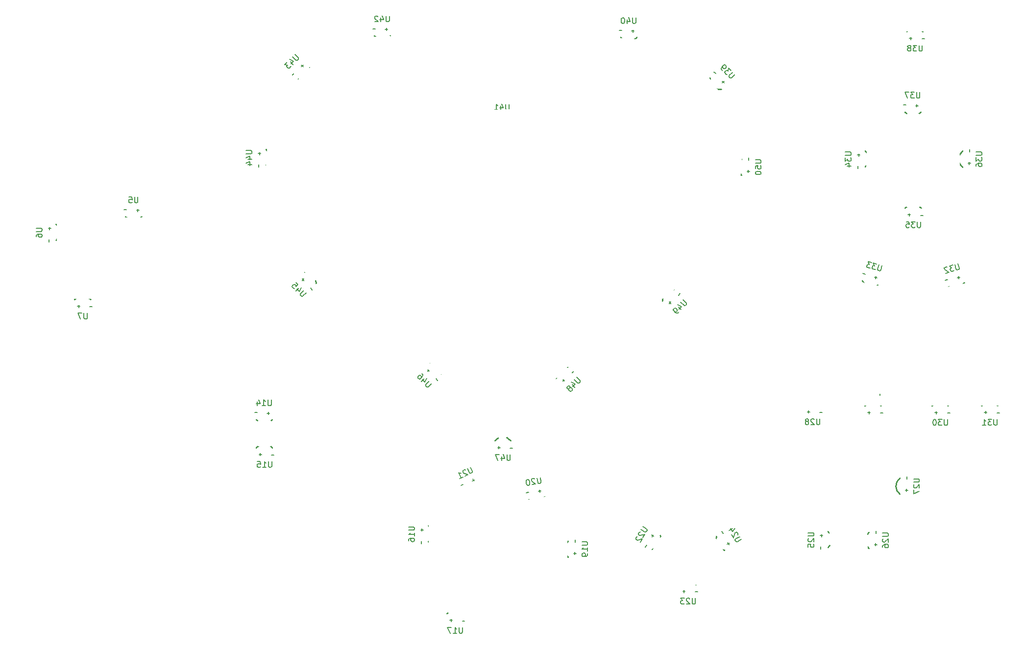
<source format=gbo>
G04 #@! TF.GenerationSoftware,KiCad,Pcbnew,9.0.0*
G04 #@! TF.CreationDate,2025-03-31T16:50:07-07:00*
G04 #@! TF.ProjectId,proto-for-mfg,70726f74-6f2d-4666-9f72-2d6d66672e6b,rev?*
G04 #@! TF.SameCoordinates,Original*
G04 #@! TF.FileFunction,Legend,Bot*
G04 #@! TF.FilePolarity,Positive*
%FSLAX46Y46*%
G04 Gerber Fmt 4.6, Leading zero omitted, Abs format (unit mm)*
G04 Created by KiCad (PCBNEW 9.0.0) date 2025-03-31 16:50:07*
%MOMM*%
%LPD*%
G01*
G04 APERTURE LIST*
G04 Aperture macros list*
%AMRotRect*
0 Rectangle, with rotation*
0 The origin of the aperture is its center*
0 $1 length*
0 $2 width*
0 $3 Rotation angle, in degrees counterclockwise*
0 Add horizontal line*
21,1,$1,$2,0,0,$3*%
G04 Aperture macros list end*
%ADD10C,0.150000*%
%ADD11C,0.152000*%
%ADD12C,0.254000*%
%ADD13R,1.700000X1.700000*%
%ADD14O,1.700000X1.700000*%
%ADD15RotRect,0.500000X0.800000X345.000000*%
%ADD16RotRect,0.400000X0.600000X345.000000*%
%ADD17RotRect,0.400000X0.800000X345.000000*%
%ADD18RotRect,0.500000X0.800000X225.000000*%
%ADD19RotRect,0.400000X0.600000X225.000000*%
%ADD20RotRect,0.400000X0.800000X225.000000*%
%ADD21R,0.500000X0.800000*%
%ADD22R,0.400000X0.600000*%
%ADD23R,0.400000X0.800000*%
%ADD24RotRect,0.500000X0.800000X15.000000*%
%ADD25RotRect,0.400000X0.600000X15.000000*%
%ADD26RotRect,0.400000X0.800000X15.000000*%
%ADD27RotRect,0.500000X0.800000X45.000000*%
%ADD28RotRect,0.400000X0.600000X45.000000*%
%ADD29RotRect,0.400000X0.800000X45.000000*%
%ADD30RotRect,0.500000X0.800000X10.000000*%
%ADD31RotRect,0.400000X0.600000X10.000000*%
%ADD32RotRect,0.400000X0.800000X10.000000*%
%ADD33R,0.800000X0.500000*%
%ADD34R,0.600000X0.400000*%
%ADD35R,0.800000X0.400000*%
%ADD36RotRect,0.500000X0.800000X315.000000*%
%ADD37RotRect,0.400000X0.600000X315.000000*%
%ADD38RotRect,0.400000X0.800000X315.000000*%
%ADD39RotRect,0.500000X0.800000X135.000000*%
%ADD40RotRect,0.400000X0.600000X135.000000*%
%ADD41RotRect,0.400000X0.800000X135.000000*%
%ADD42RotRect,0.500000X0.800000X60.000000*%
%ADD43RotRect,0.400000X0.600000X60.000000*%
%ADD44RotRect,0.400000X0.800000X60.000000*%
%ADD45RotRect,0.500000X0.800000X300.000000*%
%ADD46RotRect,0.400000X0.600000X300.000000*%
%ADD47RotRect,0.400000X0.800000X300.000000*%
%ADD48RotRect,0.500000X0.800000X25.000000*%
%ADD49RotRect,0.400000X0.600000X25.000000*%
%ADD50RotRect,0.400000X0.800000X25.000000*%
G04 APERTURE END LIST*
D10*
X183787252Y-82958154D02*
X183577732Y-83740094D01*
X183577732Y-83740094D02*
X183507086Y-83819762D01*
X183507086Y-83819762D02*
X183448765Y-83853434D01*
X183448765Y-83853434D02*
X183344448Y-83874781D01*
X183344448Y-83874781D02*
X183160462Y-83825482D01*
X183160462Y-83825482D02*
X183080793Y-83754836D01*
X183080793Y-83754836D02*
X183047122Y-83696515D01*
X183047122Y-83696515D02*
X183025775Y-83592197D01*
X183025775Y-83592197D02*
X183235295Y-82810257D01*
X182867323Y-82711659D02*
X182269369Y-82551438D01*
X182269369Y-82551438D02*
X182492747Y-83005683D01*
X182492747Y-83005683D02*
X182354757Y-82968709D01*
X182354757Y-82968709D02*
X182250440Y-82990056D01*
X182250440Y-82990056D02*
X182192118Y-83023727D01*
X182192118Y-83023727D02*
X182121472Y-83103396D01*
X182121472Y-83103396D02*
X182059849Y-83333378D01*
X182059849Y-83333378D02*
X182081196Y-83437696D01*
X182081196Y-83437696D02*
X182114868Y-83496017D01*
X182114868Y-83496017D02*
X182194536Y-83566663D01*
X182194536Y-83566663D02*
X182470515Y-83640611D01*
X182470515Y-83640611D02*
X182574832Y-83619264D01*
X182574832Y-83619264D02*
X182633153Y-83585592D01*
X181947394Y-82465165D02*
X181349440Y-82304944D01*
X181349440Y-82304944D02*
X181572817Y-82759188D01*
X181572817Y-82759188D02*
X181434828Y-82722214D01*
X181434828Y-82722214D02*
X181330510Y-82743561D01*
X181330510Y-82743561D02*
X181272189Y-82777233D01*
X181272189Y-82777233D02*
X181201543Y-82856901D01*
X181201543Y-82856901D02*
X181139919Y-83086884D01*
X181139919Y-83086884D02*
X181161266Y-83191201D01*
X181161266Y-83191201D02*
X181194938Y-83249522D01*
X181194938Y-83249522D02*
X181274606Y-83320168D01*
X181274606Y-83320168D02*
X181550585Y-83394117D01*
X181550585Y-83394117D02*
X181654903Y-83372770D01*
X181654903Y-83372770D02*
X181713224Y-83339098D01*
X131032128Y-102279902D02*
X131604547Y-102852322D01*
X131604547Y-102852322D02*
X131638219Y-102953337D01*
X131638219Y-102953337D02*
X131638219Y-103020681D01*
X131638219Y-103020681D02*
X131604547Y-103121696D01*
X131604547Y-103121696D02*
X131469860Y-103256383D01*
X131469860Y-103256383D02*
X131368845Y-103290055D01*
X131368845Y-103290055D02*
X131301502Y-103290055D01*
X131301502Y-103290055D02*
X131200486Y-103256383D01*
X131200486Y-103256383D02*
X130628067Y-102683963D01*
X130224006Y-103559429D02*
X130695410Y-104030833D01*
X130122990Y-103121696D02*
X130796425Y-103458413D01*
X130796425Y-103458413D02*
X130358693Y-103896146D01*
X129819945Y-104098177D02*
X129853616Y-103997161D01*
X129853616Y-103997161D02*
X129853616Y-103929818D01*
X129853616Y-103929818D02*
X129819945Y-103828803D01*
X129819945Y-103828803D02*
X129786273Y-103795131D01*
X129786273Y-103795131D02*
X129685257Y-103761459D01*
X129685257Y-103761459D02*
X129617914Y-103761459D01*
X129617914Y-103761459D02*
X129516899Y-103795131D01*
X129516899Y-103795131D02*
X129382212Y-103929818D01*
X129382212Y-103929818D02*
X129348540Y-104030833D01*
X129348540Y-104030833D02*
X129348540Y-104098177D01*
X129348540Y-104098177D02*
X129382212Y-104199192D01*
X129382212Y-104199192D02*
X129415883Y-104232864D01*
X129415883Y-104232864D02*
X129516899Y-104266535D01*
X129516899Y-104266535D02*
X129584242Y-104266535D01*
X129584242Y-104266535D02*
X129685257Y-104232864D01*
X129685257Y-104232864D02*
X129819945Y-104098177D01*
X129819945Y-104098177D02*
X129920960Y-104064505D01*
X129920960Y-104064505D02*
X129988303Y-104064505D01*
X129988303Y-104064505D02*
X130089319Y-104098177D01*
X130089319Y-104098177D02*
X130224006Y-104232864D01*
X130224006Y-104232864D02*
X130257677Y-104333879D01*
X130257677Y-104333879D02*
X130257677Y-104401222D01*
X130257677Y-104401222D02*
X130224006Y-104502238D01*
X130224006Y-104502238D02*
X130089319Y-104636925D01*
X130089319Y-104636925D02*
X129988303Y-104670597D01*
X129988303Y-104670597D02*
X129920960Y-104670597D01*
X129920960Y-104670597D02*
X129819945Y-104636925D01*
X129819945Y-104636925D02*
X129685257Y-104502238D01*
X129685257Y-104502238D02*
X129651586Y-104401222D01*
X129651586Y-104401222D02*
X129651586Y-104333879D01*
X129651586Y-104333879D02*
X129685257Y-104232864D01*
X98632949Y-39811767D02*
X98632949Y-40621290D01*
X98632949Y-40621290D02*
X98585330Y-40716528D01*
X98585330Y-40716528D02*
X98537711Y-40764148D01*
X98537711Y-40764148D02*
X98442473Y-40811767D01*
X98442473Y-40811767D02*
X98251997Y-40811767D01*
X98251997Y-40811767D02*
X98156759Y-40764148D01*
X98156759Y-40764148D02*
X98109140Y-40716528D01*
X98109140Y-40716528D02*
X98061521Y-40621290D01*
X98061521Y-40621290D02*
X98061521Y-39811767D01*
X97156759Y-40145100D02*
X97156759Y-40811767D01*
X97394854Y-39764148D02*
X97632949Y-40478433D01*
X97632949Y-40478433D02*
X97013902Y-40478433D01*
X96680568Y-39907005D02*
X96632949Y-39859386D01*
X96632949Y-39859386D02*
X96537711Y-39811767D01*
X96537711Y-39811767D02*
X96299616Y-39811767D01*
X96299616Y-39811767D02*
X96204378Y-39859386D01*
X96204378Y-39859386D02*
X96156759Y-39907005D01*
X96156759Y-39907005D02*
X96109140Y-40002243D01*
X96109140Y-40002243D02*
X96109140Y-40097481D01*
X96109140Y-40097481D02*
X96156759Y-40240338D01*
X96156759Y-40240338D02*
X96728187Y-40811767D01*
X96728187Y-40811767D02*
X96109140Y-40811767D01*
X111275949Y-145494123D02*
X111275949Y-146303646D01*
X111275949Y-146303646D02*
X111228330Y-146398884D01*
X111228330Y-146398884D02*
X111180711Y-146446504D01*
X111180711Y-146446504D02*
X111085473Y-146494123D01*
X111085473Y-146494123D02*
X110894997Y-146494123D01*
X110894997Y-146494123D02*
X110799759Y-146446504D01*
X110799759Y-146446504D02*
X110752140Y-146398884D01*
X110752140Y-146398884D02*
X110704521Y-146303646D01*
X110704521Y-146303646D02*
X110704521Y-145494123D01*
X109704521Y-146494123D02*
X110275949Y-146494123D01*
X109990235Y-146494123D02*
X109990235Y-145494123D01*
X109990235Y-145494123D02*
X110085473Y-145636980D01*
X110085473Y-145636980D02*
X110180711Y-145732218D01*
X110180711Y-145732218D02*
X110275949Y-145779837D01*
X109371187Y-145494123D02*
X108704521Y-145494123D01*
X108704521Y-145494123D02*
X109133092Y-146494123D01*
X183450949Y-105139981D02*
X183450949Y-105949504D01*
X183450949Y-105949504D02*
X183403330Y-106044742D01*
X183403330Y-106044742D02*
X183355711Y-106092362D01*
X183355711Y-106092362D02*
X183260473Y-106139981D01*
X183260473Y-106139981D02*
X183069997Y-106139981D01*
X183069997Y-106139981D02*
X182974759Y-106092362D01*
X182974759Y-106092362D02*
X182927140Y-106044742D01*
X182927140Y-106044742D02*
X182879521Y-105949504D01*
X182879521Y-105949504D02*
X182879521Y-105139981D01*
X182450949Y-105235219D02*
X182403330Y-105187600D01*
X182403330Y-105187600D02*
X182308092Y-105139981D01*
X182308092Y-105139981D02*
X182069997Y-105139981D01*
X182069997Y-105139981D02*
X181974759Y-105187600D01*
X181974759Y-105187600D02*
X181927140Y-105235219D01*
X181927140Y-105235219D02*
X181879521Y-105330457D01*
X181879521Y-105330457D02*
X181879521Y-105425695D01*
X181879521Y-105425695D02*
X181927140Y-105568552D01*
X181927140Y-105568552D02*
X182498568Y-106139981D01*
X182498568Y-106139981D02*
X181879521Y-106139981D01*
X181403330Y-106139981D02*
X181212854Y-106139981D01*
X181212854Y-106139981D02*
X181117616Y-106092362D01*
X181117616Y-106092362D02*
X181069997Y-106044742D01*
X181069997Y-106044742D02*
X180974759Y-105901885D01*
X180974759Y-105901885D02*
X180927140Y-105711409D01*
X180927140Y-105711409D02*
X180927140Y-105330457D01*
X180927140Y-105330457D02*
X180974759Y-105235219D01*
X180974759Y-105235219D02*
X181022378Y-105187600D01*
X181022378Y-105187600D02*
X181117616Y-105139981D01*
X181117616Y-105139981D02*
X181308092Y-105139981D01*
X181308092Y-105139981D02*
X181403330Y-105187600D01*
X181403330Y-105187600D02*
X181450949Y-105235219D01*
X181450949Y-105235219D02*
X181498568Y-105330457D01*
X181498568Y-105330457D02*
X181498568Y-105568552D01*
X181498568Y-105568552D02*
X181450949Y-105663790D01*
X181450949Y-105663790D02*
X181403330Y-105711409D01*
X181403330Y-105711409D02*
X181308092Y-105759028D01*
X181308092Y-105759028D02*
X181117616Y-105759028D01*
X181117616Y-105759028D02*
X181022378Y-105711409D01*
X181022378Y-105711409D02*
X180974759Y-105663790D01*
X180974759Y-105663790D02*
X180927140Y-105568552D01*
X196922995Y-82643997D02*
X197132515Y-83425937D01*
X197132515Y-83425937D02*
X197111168Y-83530254D01*
X197111168Y-83530254D02*
X197077496Y-83588575D01*
X197077496Y-83588575D02*
X196997828Y-83659221D01*
X196997828Y-83659221D02*
X196813842Y-83708520D01*
X196813842Y-83708520D02*
X196709525Y-83687173D01*
X196709525Y-83687173D02*
X196651203Y-83653501D01*
X196651203Y-83653501D02*
X196580558Y-83573833D01*
X196580558Y-83573833D02*
X196371037Y-82791893D01*
X196003066Y-82890491D02*
X195405112Y-83050712D01*
X195405112Y-83050712D02*
X195825685Y-83332411D01*
X195825685Y-83332411D02*
X195687695Y-83369385D01*
X195687695Y-83369385D02*
X195608027Y-83440031D01*
X195608027Y-83440031D02*
X195574355Y-83498352D01*
X195574355Y-83498352D02*
X195553008Y-83602670D01*
X195553008Y-83602670D02*
X195614632Y-83832652D01*
X195614632Y-83832652D02*
X195685278Y-83912320D01*
X195685278Y-83912320D02*
X195743599Y-83945992D01*
X195743599Y-83945992D02*
X195847917Y-83967339D01*
X195847917Y-83967339D02*
X196123895Y-83893391D01*
X196123895Y-83893391D02*
X196203564Y-83822745D01*
X196203564Y-83822745D02*
X196237235Y-83764424D01*
X195061789Y-83241303D02*
X195003468Y-83207631D01*
X195003468Y-83207631D02*
X194899150Y-83186284D01*
X194899150Y-83186284D02*
X194669168Y-83247908D01*
X194669168Y-83247908D02*
X194589500Y-83318554D01*
X194589500Y-83318554D02*
X194555828Y-83376875D01*
X194555828Y-83376875D02*
X194534481Y-83481192D01*
X194534481Y-83481192D02*
X194559130Y-83573185D01*
X194559130Y-83573185D02*
X194642101Y-83698850D01*
X194642101Y-83698850D02*
X195341955Y-84102911D01*
X195341955Y-84102911D02*
X194744001Y-84263132D01*
X119582949Y-84536767D02*
X119582949Y-85346290D01*
X119582949Y-85346290D02*
X119535330Y-85441528D01*
X119535330Y-85441528D02*
X119487711Y-85489148D01*
X119487711Y-85489148D02*
X119392473Y-85536767D01*
X119392473Y-85536767D02*
X119201997Y-85536767D01*
X119201997Y-85536767D02*
X119106759Y-85489148D01*
X119106759Y-85489148D02*
X119059140Y-85441528D01*
X119059140Y-85441528D02*
X119011521Y-85346290D01*
X119011521Y-85346290D02*
X119011521Y-84536767D01*
X118059140Y-84536767D02*
X118535330Y-84536767D01*
X118535330Y-84536767D02*
X118582949Y-85012957D01*
X118582949Y-85012957D02*
X118535330Y-84965338D01*
X118535330Y-84965338D02*
X118440092Y-84917719D01*
X118440092Y-84917719D02*
X118201997Y-84917719D01*
X118201997Y-84917719D02*
X118106759Y-84965338D01*
X118106759Y-84965338D02*
X118059140Y-85012957D01*
X118059140Y-85012957D02*
X118011521Y-85108195D01*
X118011521Y-85108195D02*
X118011521Y-85346290D01*
X118011521Y-85346290D02*
X118059140Y-85441528D01*
X118059140Y-85441528D02*
X118106759Y-85489148D01*
X118106759Y-85489148D02*
X118201997Y-85536767D01*
X118201997Y-85536767D02*
X118440092Y-85536767D01*
X118440092Y-85536767D02*
X118535330Y-85489148D01*
X118535330Y-85489148D02*
X118582949Y-85441528D01*
X117678187Y-84536767D02*
X117059140Y-84536767D01*
X117059140Y-84536767D02*
X117392473Y-84917719D01*
X117392473Y-84917719D02*
X117249616Y-84917719D01*
X117249616Y-84917719D02*
X117154378Y-84965338D01*
X117154378Y-84965338D02*
X117106759Y-85012957D01*
X117106759Y-85012957D02*
X117059140Y-85108195D01*
X117059140Y-85108195D02*
X117059140Y-85346290D01*
X117059140Y-85346290D02*
X117106759Y-85441528D01*
X117106759Y-85441528D02*
X117154378Y-85489148D01*
X117154378Y-85489148D02*
X117249616Y-85536767D01*
X117249616Y-85536767D02*
X117535330Y-85536767D01*
X117535330Y-85536767D02*
X117630568Y-85489148D01*
X117630568Y-85489148D02*
X117678187Y-85441528D01*
X82337510Y-46459482D02*
X82909929Y-47031902D01*
X82909929Y-47031902D02*
X82943601Y-47132917D01*
X82943601Y-47132917D02*
X82943601Y-47200261D01*
X82943601Y-47200261D02*
X82909929Y-47301276D01*
X82909929Y-47301276D02*
X82775242Y-47435963D01*
X82775242Y-47435963D02*
X82674227Y-47469635D01*
X82674227Y-47469635D02*
X82606884Y-47469635D01*
X82606884Y-47469635D02*
X82505868Y-47435963D01*
X82505868Y-47435963D02*
X81933449Y-46863543D01*
X81529388Y-47739009D02*
X82000792Y-48210413D01*
X81428372Y-47301276D02*
X82101807Y-47637993D01*
X82101807Y-47637993D02*
X81664075Y-48075726D01*
X80990639Y-47806352D02*
X80552907Y-48244085D01*
X80552907Y-48244085D02*
X81057983Y-48277757D01*
X81057983Y-48277757D02*
X80956968Y-48378772D01*
X80956968Y-48378772D02*
X80923296Y-48479787D01*
X80923296Y-48479787D02*
X80923296Y-48547131D01*
X80923296Y-48547131D02*
X80956968Y-48648146D01*
X80956968Y-48648146D02*
X81125327Y-48816505D01*
X81125327Y-48816505D02*
X81226342Y-48850177D01*
X81226342Y-48850177D02*
X81293685Y-48850177D01*
X81293685Y-48850177D02*
X81394701Y-48816505D01*
X81394701Y-48816505D02*
X81596731Y-48614474D01*
X81596731Y-48614474D02*
X81630403Y-48513459D01*
X81630403Y-48513459D02*
X81630403Y-48446115D01*
X55188759Y-71104409D02*
X55188759Y-71913932D01*
X55188759Y-71913932D02*
X55141140Y-72009170D01*
X55141140Y-72009170D02*
X55093521Y-72056790D01*
X55093521Y-72056790D02*
X54998283Y-72104409D01*
X54998283Y-72104409D02*
X54807807Y-72104409D01*
X54807807Y-72104409D02*
X54712569Y-72056790D01*
X54712569Y-72056790D02*
X54664950Y-72009170D01*
X54664950Y-72009170D02*
X54617331Y-71913932D01*
X54617331Y-71913932D02*
X54617331Y-71104409D01*
X53664950Y-71104409D02*
X54141140Y-71104409D01*
X54141140Y-71104409D02*
X54188759Y-71580599D01*
X54188759Y-71580599D02*
X54141140Y-71532980D01*
X54141140Y-71532980D02*
X54045902Y-71485361D01*
X54045902Y-71485361D02*
X53807807Y-71485361D01*
X53807807Y-71485361D02*
X53712569Y-71532980D01*
X53712569Y-71532980D02*
X53664950Y-71580599D01*
X53664950Y-71580599D02*
X53617331Y-71675837D01*
X53617331Y-71675837D02*
X53617331Y-71913932D01*
X53617331Y-71913932D02*
X53664950Y-72009170D01*
X53664950Y-72009170D02*
X53712569Y-72056790D01*
X53712569Y-72056790D02*
X53807807Y-72104409D01*
X53807807Y-72104409D02*
X54045902Y-72104409D01*
X54045902Y-72104409D02*
X54141140Y-72056790D01*
X54141140Y-72056790D02*
X54188759Y-72009170D01*
X124708640Y-119573688D02*
X124849212Y-120370913D01*
X124849212Y-120370913D02*
X124818855Y-120472974D01*
X124818855Y-120472974D02*
X124780228Y-120528138D01*
X124780228Y-120528138D02*
X124694706Y-120591572D01*
X124694706Y-120591572D02*
X124507123Y-120624648D01*
X124507123Y-120624648D02*
X124405063Y-120594290D01*
X124405063Y-120594290D02*
X124349899Y-120555663D01*
X124349899Y-120555663D02*
X124286465Y-120470141D01*
X124286465Y-120470141D02*
X124145893Y-119672916D01*
X123740370Y-119841128D02*
X123685206Y-119802501D01*
X123685206Y-119802501D02*
X123583146Y-119772143D01*
X123583146Y-119772143D02*
X123348668Y-119813488D01*
X123348668Y-119813488D02*
X123263145Y-119876922D01*
X123263145Y-119876922D02*
X123224519Y-119932086D01*
X123224519Y-119932086D02*
X123194161Y-120034146D01*
X123194161Y-120034146D02*
X123210699Y-120127938D01*
X123210699Y-120127938D02*
X123282401Y-120260355D01*
X123282401Y-120260355D02*
X123944376Y-120723875D01*
X123944376Y-120723875D02*
X123334733Y-120831372D01*
X122551442Y-119954060D02*
X122457651Y-119970598D01*
X122457651Y-119970598D02*
X122372129Y-120034032D01*
X122372129Y-120034032D02*
X122333502Y-120089196D01*
X122333502Y-120089196D02*
X122303144Y-120191257D01*
X122303144Y-120191257D02*
X122289325Y-120387108D01*
X122289325Y-120387108D02*
X122330669Y-120621586D01*
X122330669Y-120621586D02*
X122410641Y-120800899D01*
X122410641Y-120800899D02*
X122474074Y-120886422D01*
X122474074Y-120886422D02*
X122529239Y-120925048D01*
X122529239Y-120925048D02*
X122631299Y-120955406D01*
X122631299Y-120955406D02*
X122725090Y-120938868D01*
X122725090Y-120938868D02*
X122810613Y-120875435D01*
X122810613Y-120875435D02*
X122849239Y-120820270D01*
X122849239Y-120820270D02*
X122879597Y-120718210D01*
X122879597Y-120718210D02*
X122893417Y-120522358D01*
X122893417Y-120522358D02*
X122852072Y-120287880D01*
X122852072Y-120287880D02*
X122772100Y-120108567D01*
X122772100Y-120108567D02*
X122708667Y-120023045D01*
X122708667Y-120023045D02*
X122653502Y-119984418D01*
X122653502Y-119984418D02*
X122551442Y-119954060D01*
X171017317Y-129136852D02*
X171826840Y-129136852D01*
X171826840Y-129136852D02*
X171922078Y-129184471D01*
X171922078Y-129184471D02*
X171969698Y-129232090D01*
X171969698Y-129232090D02*
X172017317Y-129327328D01*
X172017317Y-129327328D02*
X172017317Y-129517804D01*
X172017317Y-129517804D02*
X171969698Y-129613042D01*
X171969698Y-129613042D02*
X171922078Y-129660661D01*
X171922078Y-129660661D02*
X171826840Y-129708280D01*
X171826840Y-129708280D02*
X171017317Y-129708280D01*
X171112555Y-130136852D02*
X171064936Y-130184471D01*
X171064936Y-130184471D02*
X171017317Y-130279709D01*
X171017317Y-130279709D02*
X171017317Y-130517804D01*
X171017317Y-130517804D02*
X171064936Y-130613042D01*
X171064936Y-130613042D02*
X171112555Y-130660661D01*
X171112555Y-130660661D02*
X171207793Y-130708280D01*
X171207793Y-130708280D02*
X171303031Y-130708280D01*
X171303031Y-130708280D02*
X171445888Y-130660661D01*
X171445888Y-130660661D02*
X172017317Y-130089233D01*
X172017317Y-130089233D02*
X172017317Y-130708280D01*
X171017317Y-131613042D02*
X171017317Y-131136852D01*
X171017317Y-131136852D02*
X171493507Y-131089233D01*
X171493507Y-131089233D02*
X171445888Y-131136852D01*
X171445888Y-131136852D02*
X171398269Y-131232090D01*
X171398269Y-131232090D02*
X171398269Y-131470185D01*
X171398269Y-131470185D02*
X171445888Y-131565423D01*
X171445888Y-131565423D02*
X171493507Y-131613042D01*
X171493507Y-131613042D02*
X171588745Y-131660661D01*
X171588745Y-131660661D02*
X171826840Y-131660661D01*
X171826840Y-131660661D02*
X171922078Y-131613042D01*
X171922078Y-131613042D02*
X171969698Y-131565423D01*
X171969698Y-131565423D02*
X172017317Y-131470185D01*
X172017317Y-131470185D02*
X172017317Y-131232090D01*
X172017317Y-131232090D02*
X171969698Y-131136852D01*
X171969698Y-131136852D02*
X171922078Y-131089233D01*
X41057031Y-113475852D02*
X41866554Y-113475852D01*
X41866554Y-113475852D02*
X41961792Y-113523471D01*
X41961792Y-113523471D02*
X42009412Y-113571090D01*
X42009412Y-113571090D02*
X42057031Y-113666328D01*
X42057031Y-113666328D02*
X42057031Y-113856804D01*
X42057031Y-113856804D02*
X42009412Y-113952042D01*
X42009412Y-113952042D02*
X41961792Y-113999661D01*
X41961792Y-113999661D02*
X41866554Y-114047280D01*
X41866554Y-114047280D02*
X41057031Y-114047280D01*
X42057031Y-115047280D02*
X42057031Y-114475852D01*
X42057031Y-114761566D02*
X41057031Y-114761566D01*
X41057031Y-114761566D02*
X41199888Y-114666328D01*
X41199888Y-114666328D02*
X41295126Y-114571090D01*
X41295126Y-114571090D02*
X41342745Y-114475852D01*
X41057031Y-115380614D02*
X41057031Y-115999661D01*
X41057031Y-115999661D02*
X41437983Y-115666328D01*
X41437983Y-115666328D02*
X41437983Y-115809185D01*
X41437983Y-115809185D02*
X41485602Y-115904423D01*
X41485602Y-115904423D02*
X41533221Y-115952042D01*
X41533221Y-115952042D02*
X41628459Y-115999661D01*
X41628459Y-115999661D02*
X41866554Y-115999661D01*
X41866554Y-115999661D02*
X41961792Y-115952042D01*
X41961792Y-115952042D02*
X42009412Y-115904423D01*
X42009412Y-115904423D02*
X42057031Y-115809185D01*
X42057031Y-115809185D02*
X42057031Y-115523471D01*
X42057031Y-115523471D02*
X42009412Y-115428233D01*
X42009412Y-115428233D02*
X41961792Y-115380614D01*
X47224759Y-108844123D02*
X47224759Y-109653646D01*
X47224759Y-109653646D02*
X47177140Y-109748884D01*
X47177140Y-109748884D02*
X47129521Y-109796504D01*
X47129521Y-109796504D02*
X47034283Y-109844123D01*
X47034283Y-109844123D02*
X46843807Y-109844123D01*
X46843807Y-109844123D02*
X46748569Y-109796504D01*
X46748569Y-109796504D02*
X46700950Y-109748884D01*
X46700950Y-109748884D02*
X46653331Y-109653646D01*
X46653331Y-109653646D02*
X46653331Y-108844123D01*
X46034283Y-109272694D02*
X46129521Y-109225075D01*
X46129521Y-109225075D02*
X46177140Y-109177456D01*
X46177140Y-109177456D02*
X46224759Y-109082218D01*
X46224759Y-109082218D02*
X46224759Y-109034599D01*
X46224759Y-109034599D02*
X46177140Y-108939361D01*
X46177140Y-108939361D02*
X46129521Y-108891742D01*
X46129521Y-108891742D02*
X46034283Y-108844123D01*
X46034283Y-108844123D02*
X45843807Y-108844123D01*
X45843807Y-108844123D02*
X45748569Y-108891742D01*
X45748569Y-108891742D02*
X45700950Y-108939361D01*
X45700950Y-108939361D02*
X45653331Y-109034599D01*
X45653331Y-109034599D02*
X45653331Y-109082218D01*
X45653331Y-109082218D02*
X45700950Y-109177456D01*
X45700950Y-109177456D02*
X45748569Y-109225075D01*
X45748569Y-109225075D02*
X45843807Y-109272694D01*
X45843807Y-109272694D02*
X46034283Y-109272694D01*
X46034283Y-109272694D02*
X46129521Y-109320313D01*
X46129521Y-109320313D02*
X46177140Y-109367932D01*
X46177140Y-109367932D02*
X46224759Y-109463170D01*
X46224759Y-109463170D02*
X46224759Y-109653646D01*
X46224759Y-109653646D02*
X46177140Y-109748884D01*
X46177140Y-109748884D02*
X46129521Y-109796504D01*
X46129521Y-109796504D02*
X46034283Y-109844123D01*
X46034283Y-109844123D02*
X45843807Y-109844123D01*
X45843807Y-109844123D02*
X45748569Y-109796504D01*
X45748569Y-109796504D02*
X45700950Y-109748884D01*
X45700950Y-109748884D02*
X45653331Y-109653646D01*
X45653331Y-109653646D02*
X45653331Y-109463170D01*
X45653331Y-109463170D02*
X45700950Y-109367932D01*
X45700950Y-109367932D02*
X45748569Y-109320313D01*
X45748569Y-109320313D02*
X45843807Y-109272694D01*
X203675949Y-109544123D02*
X203675949Y-110353646D01*
X203675949Y-110353646D02*
X203628330Y-110448884D01*
X203628330Y-110448884D02*
X203580711Y-110496504D01*
X203580711Y-110496504D02*
X203485473Y-110544123D01*
X203485473Y-110544123D02*
X203294997Y-110544123D01*
X203294997Y-110544123D02*
X203199759Y-110496504D01*
X203199759Y-110496504D02*
X203152140Y-110448884D01*
X203152140Y-110448884D02*
X203104521Y-110353646D01*
X203104521Y-110353646D02*
X203104521Y-109544123D01*
X202723568Y-109544123D02*
X202104521Y-109544123D01*
X202104521Y-109544123D02*
X202437854Y-109925075D01*
X202437854Y-109925075D02*
X202294997Y-109925075D01*
X202294997Y-109925075D02*
X202199759Y-109972694D01*
X202199759Y-109972694D02*
X202152140Y-110020313D01*
X202152140Y-110020313D02*
X202104521Y-110115551D01*
X202104521Y-110115551D02*
X202104521Y-110353646D01*
X202104521Y-110353646D02*
X202152140Y-110448884D01*
X202152140Y-110448884D02*
X202199759Y-110496504D01*
X202199759Y-110496504D02*
X202294997Y-110544123D01*
X202294997Y-110544123D02*
X202580711Y-110544123D01*
X202580711Y-110544123D02*
X202675949Y-110496504D01*
X202675949Y-110496504D02*
X202723568Y-110448884D01*
X201152140Y-110544123D02*
X201723568Y-110544123D01*
X201437854Y-110544123D02*
X201437854Y-109544123D01*
X201437854Y-109544123D02*
X201533092Y-109686980D01*
X201533092Y-109686980D02*
X201628330Y-109782218D01*
X201628330Y-109782218D02*
X201723568Y-109829837D01*
X161882031Y-64700852D02*
X162691554Y-64700852D01*
X162691554Y-64700852D02*
X162786792Y-64748471D01*
X162786792Y-64748471D02*
X162834412Y-64796090D01*
X162834412Y-64796090D02*
X162882031Y-64891328D01*
X162882031Y-64891328D02*
X162882031Y-65081804D01*
X162882031Y-65081804D02*
X162834412Y-65177042D01*
X162834412Y-65177042D02*
X162786792Y-65224661D01*
X162786792Y-65224661D02*
X162691554Y-65272280D01*
X162691554Y-65272280D02*
X161882031Y-65272280D01*
X161882031Y-66224661D02*
X161882031Y-65748471D01*
X161882031Y-65748471D02*
X162358221Y-65700852D01*
X162358221Y-65700852D02*
X162310602Y-65748471D01*
X162310602Y-65748471D02*
X162262983Y-65843709D01*
X162262983Y-65843709D02*
X162262983Y-66081804D01*
X162262983Y-66081804D02*
X162310602Y-66177042D01*
X162310602Y-66177042D02*
X162358221Y-66224661D01*
X162358221Y-66224661D02*
X162453459Y-66272280D01*
X162453459Y-66272280D02*
X162691554Y-66272280D01*
X162691554Y-66272280D02*
X162786792Y-66224661D01*
X162786792Y-66224661D02*
X162834412Y-66177042D01*
X162834412Y-66177042D02*
X162882031Y-66081804D01*
X162882031Y-66081804D02*
X162882031Y-65843709D01*
X162882031Y-65843709D02*
X162834412Y-65748471D01*
X162834412Y-65748471D02*
X162786792Y-65700852D01*
X161882031Y-66891328D02*
X161882031Y-66986566D01*
X161882031Y-66986566D02*
X161929650Y-67081804D01*
X161929650Y-67081804D02*
X161977269Y-67129423D01*
X161977269Y-67129423D02*
X162072507Y-67177042D01*
X162072507Y-67177042D02*
X162262983Y-67224661D01*
X162262983Y-67224661D02*
X162501078Y-67224661D01*
X162501078Y-67224661D02*
X162691554Y-67177042D01*
X162691554Y-67177042D02*
X162786792Y-67129423D01*
X162786792Y-67129423D02*
X162834412Y-67081804D01*
X162834412Y-67081804D02*
X162882031Y-66986566D01*
X162882031Y-66986566D02*
X162882031Y-66891328D01*
X162882031Y-66891328D02*
X162834412Y-66796090D01*
X162834412Y-66796090D02*
X162786792Y-66748471D01*
X162786792Y-66748471D02*
X162691554Y-66700852D01*
X162691554Y-66700852D02*
X162501078Y-66653233D01*
X162501078Y-66653233D02*
X162262983Y-66653233D01*
X162262983Y-66653233D02*
X162072507Y-66700852D01*
X162072507Y-66700852D02*
X161977269Y-66748471D01*
X161977269Y-66748471D02*
X161929650Y-66796090D01*
X161929650Y-66796090D02*
X161882031Y-66891328D01*
X200057031Y-63300739D02*
X200866554Y-63300739D01*
X200866554Y-63300739D02*
X200961792Y-63348358D01*
X200961792Y-63348358D02*
X201009412Y-63395977D01*
X201009412Y-63395977D02*
X201057031Y-63491215D01*
X201057031Y-63491215D02*
X201057031Y-63681691D01*
X201057031Y-63681691D02*
X201009412Y-63776929D01*
X201009412Y-63776929D02*
X200961792Y-63824548D01*
X200961792Y-63824548D02*
X200866554Y-63872167D01*
X200866554Y-63872167D02*
X200057031Y-63872167D01*
X200057031Y-64253120D02*
X200057031Y-64872167D01*
X200057031Y-64872167D02*
X200437983Y-64538834D01*
X200437983Y-64538834D02*
X200437983Y-64681691D01*
X200437983Y-64681691D02*
X200485602Y-64776929D01*
X200485602Y-64776929D02*
X200533221Y-64824548D01*
X200533221Y-64824548D02*
X200628459Y-64872167D01*
X200628459Y-64872167D02*
X200866554Y-64872167D01*
X200866554Y-64872167D02*
X200961792Y-64824548D01*
X200961792Y-64824548D02*
X201009412Y-64776929D01*
X201009412Y-64776929D02*
X201057031Y-64681691D01*
X201057031Y-64681691D02*
X201057031Y-64395977D01*
X201057031Y-64395977D02*
X201009412Y-64300739D01*
X201009412Y-64300739D02*
X200961792Y-64253120D01*
X200057031Y-65729310D02*
X200057031Y-65538834D01*
X200057031Y-65538834D02*
X200104650Y-65443596D01*
X200104650Y-65443596D02*
X200152269Y-65395977D01*
X200152269Y-65395977D02*
X200295126Y-65300739D01*
X200295126Y-65300739D02*
X200485602Y-65253120D01*
X200485602Y-65253120D02*
X200866554Y-65253120D01*
X200866554Y-65253120D02*
X200961792Y-65300739D01*
X200961792Y-65300739D02*
X201009412Y-65348358D01*
X201009412Y-65348358D02*
X201057031Y-65443596D01*
X201057031Y-65443596D02*
X201057031Y-65634072D01*
X201057031Y-65634072D02*
X201009412Y-65729310D01*
X201009412Y-65729310D02*
X200961792Y-65776929D01*
X200961792Y-65776929D02*
X200866554Y-65824548D01*
X200866554Y-65824548D02*
X200628459Y-65824548D01*
X200628459Y-65824548D02*
X200533221Y-65776929D01*
X200533221Y-65776929D02*
X200485602Y-65729310D01*
X200485602Y-65729310D02*
X200437983Y-65634072D01*
X200437983Y-65634072D02*
X200437983Y-65443596D01*
X200437983Y-65443596D02*
X200485602Y-65348358D01*
X200485602Y-65348358D02*
X200533221Y-65300739D01*
X200533221Y-65300739D02*
X200628459Y-65253120D01*
X78239949Y-106179409D02*
X78239949Y-106988932D01*
X78239949Y-106988932D02*
X78192330Y-107084170D01*
X78192330Y-107084170D02*
X78144711Y-107131790D01*
X78144711Y-107131790D02*
X78049473Y-107179409D01*
X78049473Y-107179409D02*
X77858997Y-107179409D01*
X77858997Y-107179409D02*
X77763759Y-107131790D01*
X77763759Y-107131790D02*
X77716140Y-107084170D01*
X77716140Y-107084170D02*
X77668521Y-106988932D01*
X77668521Y-106988932D02*
X77668521Y-106179409D01*
X76668521Y-107179409D02*
X77239949Y-107179409D01*
X76954235Y-107179409D02*
X76954235Y-106179409D01*
X76954235Y-106179409D02*
X77049473Y-106322266D01*
X77049473Y-106322266D02*
X77144711Y-106417504D01*
X77144711Y-106417504D02*
X77239949Y-106465123D01*
X75811378Y-106512742D02*
X75811378Y-107179409D01*
X76049473Y-106131790D02*
X76287568Y-106846075D01*
X76287568Y-106846075D02*
X75668521Y-106846075D01*
X38432031Y-125300852D02*
X39241554Y-125300852D01*
X39241554Y-125300852D02*
X39336792Y-125348471D01*
X39336792Y-125348471D02*
X39384412Y-125396090D01*
X39384412Y-125396090D02*
X39432031Y-125491328D01*
X39432031Y-125491328D02*
X39432031Y-125681804D01*
X39432031Y-125681804D02*
X39384412Y-125777042D01*
X39384412Y-125777042D02*
X39336792Y-125824661D01*
X39336792Y-125824661D02*
X39241554Y-125872280D01*
X39241554Y-125872280D02*
X38432031Y-125872280D01*
X39432031Y-126872280D02*
X39432031Y-126300852D01*
X39432031Y-126586566D02*
X38432031Y-126586566D01*
X38432031Y-126586566D02*
X38574888Y-126491328D01*
X38574888Y-126491328D02*
X38670126Y-126396090D01*
X38670126Y-126396090D02*
X38717745Y-126300852D01*
X38527269Y-127253233D02*
X38479650Y-127300852D01*
X38479650Y-127300852D02*
X38432031Y-127396090D01*
X38432031Y-127396090D02*
X38432031Y-127634185D01*
X38432031Y-127634185D02*
X38479650Y-127729423D01*
X38479650Y-127729423D02*
X38527269Y-127777042D01*
X38527269Y-127777042D02*
X38622507Y-127824661D01*
X38622507Y-127824661D02*
X38717745Y-127824661D01*
X38717745Y-127824661D02*
X38860602Y-127777042D01*
X38860602Y-127777042D02*
X39432031Y-127205614D01*
X39432031Y-127205614D02*
X39432031Y-127824661D01*
X46449759Y-91194123D02*
X46449759Y-92003646D01*
X46449759Y-92003646D02*
X46402140Y-92098884D01*
X46402140Y-92098884D02*
X46354521Y-92146504D01*
X46354521Y-92146504D02*
X46259283Y-92194123D01*
X46259283Y-92194123D02*
X46068807Y-92194123D01*
X46068807Y-92194123D02*
X45973569Y-92146504D01*
X45973569Y-92146504D02*
X45925950Y-92098884D01*
X45925950Y-92098884D02*
X45878331Y-92003646D01*
X45878331Y-92003646D02*
X45878331Y-91194123D01*
X45497378Y-91194123D02*
X44830712Y-91194123D01*
X44830712Y-91194123D02*
X45259283Y-92194123D01*
X101967317Y-128136852D02*
X102776840Y-128136852D01*
X102776840Y-128136852D02*
X102872078Y-128184471D01*
X102872078Y-128184471D02*
X102919698Y-128232090D01*
X102919698Y-128232090D02*
X102967317Y-128327328D01*
X102967317Y-128327328D02*
X102967317Y-128517804D01*
X102967317Y-128517804D02*
X102919698Y-128613042D01*
X102919698Y-128613042D02*
X102872078Y-128660661D01*
X102872078Y-128660661D02*
X102776840Y-128708280D01*
X102776840Y-128708280D02*
X101967317Y-128708280D01*
X102967317Y-129708280D02*
X102967317Y-129136852D01*
X102967317Y-129422566D02*
X101967317Y-129422566D01*
X101967317Y-129422566D02*
X102110174Y-129327328D01*
X102110174Y-129327328D02*
X102205412Y-129232090D01*
X102205412Y-129232090D02*
X102253031Y-129136852D01*
X101967317Y-130565423D02*
X101967317Y-130374947D01*
X101967317Y-130374947D02*
X102014936Y-130279709D01*
X102014936Y-130279709D02*
X102062555Y-130232090D01*
X102062555Y-130232090D02*
X102205412Y-130136852D01*
X102205412Y-130136852D02*
X102395888Y-130089233D01*
X102395888Y-130089233D02*
X102776840Y-130089233D01*
X102776840Y-130089233D02*
X102872078Y-130136852D01*
X102872078Y-130136852D02*
X102919698Y-130184471D01*
X102919698Y-130184471D02*
X102967317Y-130279709D01*
X102967317Y-130279709D02*
X102967317Y-130470185D01*
X102967317Y-130470185D02*
X102919698Y-130565423D01*
X102919698Y-130565423D02*
X102872078Y-130613042D01*
X102872078Y-130613042D02*
X102776840Y-130660661D01*
X102776840Y-130660661D02*
X102538745Y-130660661D01*
X102538745Y-130660661D02*
X102443507Y-130613042D01*
X102443507Y-130613042D02*
X102395888Y-130565423D01*
X102395888Y-130565423D02*
X102348269Y-130470185D01*
X102348269Y-130470185D02*
X102348269Y-130279709D01*
X102348269Y-130279709D02*
X102395888Y-130184471D01*
X102395888Y-130184471D02*
X102443507Y-130136852D01*
X102443507Y-130136852D02*
X102538745Y-130089233D01*
X189232031Y-119825852D02*
X190041554Y-119825852D01*
X190041554Y-119825852D02*
X190136792Y-119873471D01*
X190136792Y-119873471D02*
X190184412Y-119921090D01*
X190184412Y-119921090D02*
X190232031Y-120016328D01*
X190232031Y-120016328D02*
X190232031Y-120206804D01*
X190232031Y-120206804D02*
X190184412Y-120302042D01*
X190184412Y-120302042D02*
X190136792Y-120349661D01*
X190136792Y-120349661D02*
X190041554Y-120397280D01*
X190041554Y-120397280D02*
X189232031Y-120397280D01*
X189327269Y-120825852D02*
X189279650Y-120873471D01*
X189279650Y-120873471D02*
X189232031Y-120968709D01*
X189232031Y-120968709D02*
X189232031Y-121206804D01*
X189232031Y-121206804D02*
X189279650Y-121302042D01*
X189279650Y-121302042D02*
X189327269Y-121349661D01*
X189327269Y-121349661D02*
X189422507Y-121397280D01*
X189422507Y-121397280D02*
X189517745Y-121397280D01*
X189517745Y-121397280D02*
X189660602Y-121349661D01*
X189660602Y-121349661D02*
X190232031Y-120778233D01*
X190232031Y-120778233D02*
X190232031Y-121397280D01*
X189232031Y-121730614D02*
X189232031Y-122397280D01*
X189232031Y-122397280D02*
X190232031Y-121968709D01*
X52092317Y-52938042D02*
X52901840Y-52938042D01*
X52901840Y-52938042D02*
X52997078Y-52985661D01*
X52997078Y-52985661D02*
X53044698Y-53033280D01*
X53044698Y-53033280D02*
X53092317Y-53128518D01*
X53092317Y-53128518D02*
X53092317Y-53318994D01*
X53092317Y-53318994D02*
X53044698Y-53414232D01*
X53044698Y-53414232D02*
X52997078Y-53461851D01*
X52997078Y-53461851D02*
X52901840Y-53509470D01*
X52901840Y-53509470D02*
X52092317Y-53509470D01*
X52187555Y-53938042D02*
X52139936Y-53985661D01*
X52139936Y-53985661D02*
X52092317Y-54080899D01*
X52092317Y-54080899D02*
X52092317Y-54318994D01*
X52092317Y-54318994D02*
X52139936Y-54414232D01*
X52139936Y-54414232D02*
X52187555Y-54461851D01*
X52187555Y-54461851D02*
X52282793Y-54509470D01*
X52282793Y-54509470D02*
X52378031Y-54509470D01*
X52378031Y-54509470D02*
X52520888Y-54461851D01*
X52520888Y-54461851D02*
X53092317Y-53890423D01*
X53092317Y-53890423D02*
X53092317Y-54509470D01*
X127367317Y-62661852D02*
X128176840Y-62661852D01*
X128176840Y-62661852D02*
X128272078Y-62709471D01*
X128272078Y-62709471D02*
X128319698Y-62757090D01*
X128319698Y-62757090D02*
X128367317Y-62852328D01*
X128367317Y-62852328D02*
X128367317Y-63042804D01*
X128367317Y-63042804D02*
X128319698Y-63138042D01*
X128319698Y-63138042D02*
X128272078Y-63185661D01*
X128272078Y-63185661D02*
X128176840Y-63233280D01*
X128176840Y-63233280D02*
X127367317Y-63233280D01*
X127367317Y-64185661D02*
X127367317Y-63709471D01*
X127367317Y-63709471D02*
X127843507Y-63661852D01*
X127843507Y-63661852D02*
X127795888Y-63709471D01*
X127795888Y-63709471D02*
X127748269Y-63804709D01*
X127748269Y-63804709D02*
X127748269Y-64042804D01*
X127748269Y-64042804D02*
X127795888Y-64138042D01*
X127795888Y-64138042D02*
X127843507Y-64185661D01*
X127843507Y-64185661D02*
X127938745Y-64233280D01*
X127938745Y-64233280D02*
X128176840Y-64233280D01*
X128176840Y-64233280D02*
X128272078Y-64185661D01*
X128272078Y-64185661D02*
X128319698Y-64138042D01*
X128319698Y-64138042D02*
X128367317Y-64042804D01*
X128367317Y-64042804D02*
X128367317Y-63804709D01*
X128367317Y-63804709D02*
X128319698Y-63709471D01*
X128319698Y-63709471D02*
X128272078Y-63661852D01*
X128367317Y-65185661D02*
X128367317Y-64614233D01*
X128367317Y-64899947D02*
X127367317Y-64899947D01*
X127367317Y-64899947D02*
X127510174Y-64804709D01*
X127510174Y-64804709D02*
X127605412Y-64709471D01*
X127605412Y-64709471D02*
X127653031Y-64614233D01*
X119539777Y-115624205D02*
X119539777Y-116433728D01*
X119539777Y-116433728D02*
X119492158Y-116528966D01*
X119492158Y-116528966D02*
X119444539Y-116576586D01*
X119444539Y-116576586D02*
X119349301Y-116624205D01*
X119349301Y-116624205D02*
X119158825Y-116624205D01*
X119158825Y-116624205D02*
X119063587Y-116576586D01*
X119063587Y-116576586D02*
X119015968Y-116528966D01*
X119015968Y-116528966D02*
X118968349Y-116433728D01*
X118968349Y-116433728D02*
X118968349Y-115624205D01*
X118063587Y-115957538D02*
X118063587Y-116624205D01*
X118301682Y-115576586D02*
X118539777Y-116290871D01*
X118539777Y-116290871D02*
X117920730Y-116290871D01*
X117635015Y-115624205D02*
X116968349Y-115624205D01*
X116968349Y-115624205D02*
X117396920Y-116624205D01*
X50899759Y-48769123D02*
X50899759Y-49578646D01*
X50899759Y-49578646D02*
X50852140Y-49673884D01*
X50852140Y-49673884D02*
X50804521Y-49721504D01*
X50804521Y-49721504D02*
X50709283Y-49769123D01*
X50709283Y-49769123D02*
X50518807Y-49769123D01*
X50518807Y-49769123D02*
X50423569Y-49721504D01*
X50423569Y-49721504D02*
X50375950Y-49673884D01*
X50375950Y-49673884D02*
X50328331Y-49578646D01*
X50328331Y-49578646D02*
X50328331Y-48769123D01*
X49328331Y-49769123D02*
X49899759Y-49769123D01*
X49614045Y-49769123D02*
X49614045Y-48769123D01*
X49614045Y-48769123D02*
X49709283Y-48911980D01*
X49709283Y-48911980D02*
X49804521Y-49007218D01*
X49804521Y-49007218D02*
X49899759Y-49054837D01*
X149407128Y-88857478D02*
X149979547Y-89429898D01*
X149979547Y-89429898D02*
X150013219Y-89530913D01*
X150013219Y-89530913D02*
X150013219Y-89598257D01*
X150013219Y-89598257D02*
X149979547Y-89699272D01*
X149979547Y-89699272D02*
X149844860Y-89833959D01*
X149844860Y-89833959D02*
X149743845Y-89867631D01*
X149743845Y-89867631D02*
X149676502Y-89867631D01*
X149676502Y-89867631D02*
X149575486Y-89833959D01*
X149575486Y-89833959D02*
X149003067Y-89261539D01*
X148599006Y-90137005D02*
X149070410Y-90608409D01*
X148497990Y-89699272D02*
X149171425Y-90035989D01*
X149171425Y-90035989D02*
X148733693Y-90473722D01*
X148666349Y-91012470D02*
X148531662Y-91147157D01*
X148531662Y-91147157D02*
X148430647Y-91180829D01*
X148430647Y-91180829D02*
X148363303Y-91180829D01*
X148363303Y-91180829D02*
X148194945Y-91147157D01*
X148194945Y-91147157D02*
X148026586Y-91046142D01*
X148026586Y-91046142D02*
X147757212Y-90776768D01*
X147757212Y-90776768D02*
X147723540Y-90675753D01*
X147723540Y-90675753D02*
X147723540Y-90608409D01*
X147723540Y-90608409D02*
X147757212Y-90507394D01*
X147757212Y-90507394D02*
X147891899Y-90372707D01*
X147891899Y-90372707D02*
X147992914Y-90339035D01*
X147992914Y-90339035D02*
X148060257Y-90339035D01*
X148060257Y-90339035D02*
X148161273Y-90372707D01*
X148161273Y-90372707D02*
X148329632Y-90541066D01*
X148329632Y-90541066D02*
X148363303Y-90642081D01*
X148363303Y-90642081D02*
X148363303Y-90709424D01*
X148363303Y-90709424D02*
X148329632Y-90810440D01*
X148329632Y-90810440D02*
X148194945Y-90945127D01*
X148194945Y-90945127D02*
X148093929Y-90978798D01*
X148093929Y-90978798D02*
X148026586Y-90978798D01*
X148026586Y-90978798D02*
X147925570Y-90945127D01*
X111282700Y-73769272D02*
X110710280Y-74341691D01*
X110710280Y-74341691D02*
X110609265Y-74375363D01*
X110609265Y-74375363D02*
X110541921Y-74375363D01*
X110541921Y-74375363D02*
X110440906Y-74341691D01*
X110440906Y-74341691D02*
X110306219Y-74207004D01*
X110306219Y-74207004D02*
X110272547Y-74105989D01*
X110272547Y-74105989D02*
X110272547Y-74038646D01*
X110272547Y-74038646D02*
X110306219Y-73937630D01*
X110306219Y-73937630D02*
X110878639Y-73365211D01*
X110205204Y-72691776D02*
X110541921Y-73028493D01*
X110541921Y-73028493D02*
X110238876Y-73398882D01*
X110238876Y-73398882D02*
X110238876Y-73331539D01*
X110238876Y-73331539D02*
X110205204Y-73230524D01*
X110205204Y-73230524D02*
X110036845Y-73062165D01*
X110036845Y-73062165D02*
X109935830Y-73028493D01*
X109935830Y-73028493D02*
X109868486Y-73028493D01*
X109868486Y-73028493D02*
X109767471Y-73062165D01*
X109767471Y-73062165D02*
X109599112Y-73230524D01*
X109599112Y-73230524D02*
X109565441Y-73331539D01*
X109565441Y-73331539D02*
X109565441Y-73398882D01*
X109565441Y-73398882D02*
X109599112Y-73499898D01*
X109599112Y-73499898D02*
X109767471Y-73668256D01*
X109767471Y-73668256D02*
X109868486Y-73701928D01*
X109868486Y-73701928D02*
X109935830Y-73701928D01*
X109329738Y-72287714D02*
X108858334Y-72759119D01*
X109767471Y-72186699D02*
X109430754Y-72860134D01*
X109430754Y-72860134D02*
X108993021Y-72422401D01*
X84254678Y-87658865D02*
X83682258Y-88231284D01*
X83682258Y-88231284D02*
X83581243Y-88264956D01*
X83581243Y-88264956D02*
X83513899Y-88264956D01*
X83513899Y-88264956D02*
X83412884Y-88231284D01*
X83412884Y-88231284D02*
X83278197Y-88096597D01*
X83278197Y-88096597D02*
X83244525Y-87995582D01*
X83244525Y-87995582D02*
X83244525Y-87928239D01*
X83244525Y-87928239D02*
X83278197Y-87827223D01*
X83278197Y-87827223D02*
X83850617Y-87254804D01*
X82975151Y-86850743D02*
X82503747Y-87322147D01*
X83412884Y-86749727D02*
X83076167Y-87423162D01*
X83076167Y-87423162D02*
X82638434Y-86985430D01*
X82503747Y-85907933D02*
X82840464Y-86244651D01*
X82840464Y-86244651D02*
X82537419Y-86615040D01*
X82537419Y-86615040D02*
X82537419Y-86547697D01*
X82537419Y-86547697D02*
X82503747Y-86446682D01*
X82503747Y-86446682D02*
X82335388Y-86278323D01*
X82335388Y-86278323D02*
X82234373Y-86244651D01*
X82234373Y-86244651D02*
X82167029Y-86244651D01*
X82167029Y-86244651D02*
X82066014Y-86278323D01*
X82066014Y-86278323D02*
X81897655Y-86446682D01*
X81897655Y-86446682D02*
X81863983Y-86547697D01*
X81863983Y-86547697D02*
X81863983Y-86615040D01*
X81863983Y-86615040D02*
X81897655Y-86716056D01*
X81897655Y-86716056D02*
X82066014Y-86884414D01*
X82066014Y-86884414D02*
X82167029Y-86918086D01*
X82167029Y-86918086D02*
X82234373Y-86918086D01*
X190451649Y-75394123D02*
X190451649Y-76203646D01*
X190451649Y-76203646D02*
X190404030Y-76298884D01*
X190404030Y-76298884D02*
X190356411Y-76346504D01*
X190356411Y-76346504D02*
X190261173Y-76394123D01*
X190261173Y-76394123D02*
X190070697Y-76394123D01*
X190070697Y-76394123D02*
X189975459Y-76346504D01*
X189975459Y-76346504D02*
X189927840Y-76298884D01*
X189927840Y-76298884D02*
X189880221Y-76203646D01*
X189880221Y-76203646D02*
X189880221Y-75394123D01*
X189499268Y-75394123D02*
X188880221Y-75394123D01*
X188880221Y-75394123D02*
X189213554Y-75775075D01*
X189213554Y-75775075D02*
X189070697Y-75775075D01*
X189070697Y-75775075D02*
X188975459Y-75822694D01*
X188975459Y-75822694D02*
X188927840Y-75870313D01*
X188927840Y-75870313D02*
X188880221Y-75965551D01*
X188880221Y-75965551D02*
X188880221Y-76203646D01*
X188880221Y-76203646D02*
X188927840Y-76298884D01*
X188927840Y-76298884D02*
X188975459Y-76346504D01*
X188975459Y-76346504D02*
X189070697Y-76394123D01*
X189070697Y-76394123D02*
X189356411Y-76394123D01*
X189356411Y-76394123D02*
X189451649Y-76346504D01*
X189451649Y-76346504D02*
X189499268Y-76298884D01*
X187975459Y-75394123D02*
X188451649Y-75394123D01*
X188451649Y-75394123D02*
X188499268Y-75870313D01*
X188499268Y-75870313D02*
X188451649Y-75822694D01*
X188451649Y-75822694D02*
X188356411Y-75775075D01*
X188356411Y-75775075D02*
X188118316Y-75775075D01*
X188118316Y-75775075D02*
X188023078Y-75822694D01*
X188023078Y-75822694D02*
X187975459Y-75870313D01*
X187975459Y-75870313D02*
X187927840Y-75965551D01*
X187927840Y-75965551D02*
X187927840Y-76203646D01*
X187927840Y-76203646D02*
X187975459Y-76298884D01*
X187975459Y-76298884D02*
X188023078Y-76346504D01*
X188023078Y-76346504D02*
X188118316Y-76394123D01*
X188118316Y-76394123D02*
X188356411Y-76394123D01*
X188356411Y-76394123D02*
X188451649Y-76346504D01*
X188451649Y-76346504D02*
X188499268Y-76298884D01*
X110617317Y-134836852D02*
X111426840Y-134836852D01*
X111426840Y-134836852D02*
X111522078Y-134884471D01*
X111522078Y-134884471D02*
X111569698Y-134932090D01*
X111569698Y-134932090D02*
X111617317Y-135027328D01*
X111617317Y-135027328D02*
X111617317Y-135217804D01*
X111617317Y-135217804D02*
X111569698Y-135313042D01*
X111569698Y-135313042D02*
X111522078Y-135360661D01*
X111522078Y-135360661D02*
X111426840Y-135408280D01*
X111426840Y-135408280D02*
X110617317Y-135408280D01*
X111617317Y-136408280D02*
X111617317Y-135836852D01*
X111617317Y-136122566D02*
X110617317Y-136122566D01*
X110617317Y-136122566D02*
X110760174Y-136027328D01*
X110760174Y-136027328D02*
X110855412Y-135932090D01*
X110855412Y-135932090D02*
X110903031Y-135836852D01*
X111045888Y-136979709D02*
X110998269Y-136884471D01*
X110998269Y-136884471D02*
X110950650Y-136836852D01*
X110950650Y-136836852D02*
X110855412Y-136789233D01*
X110855412Y-136789233D02*
X110807793Y-136789233D01*
X110807793Y-136789233D02*
X110712555Y-136836852D01*
X110712555Y-136836852D02*
X110664936Y-136884471D01*
X110664936Y-136884471D02*
X110617317Y-136979709D01*
X110617317Y-136979709D02*
X110617317Y-137170185D01*
X110617317Y-137170185D02*
X110664936Y-137265423D01*
X110664936Y-137265423D02*
X110712555Y-137313042D01*
X110712555Y-137313042D02*
X110807793Y-137360661D01*
X110807793Y-137360661D02*
X110855412Y-137360661D01*
X110855412Y-137360661D02*
X110950650Y-137313042D01*
X110950650Y-137313042D02*
X110998269Y-137265423D01*
X110998269Y-137265423D02*
X111045888Y-137170185D01*
X111045888Y-137170185D02*
X111045888Y-136979709D01*
X111045888Y-136979709D02*
X111093507Y-136884471D01*
X111093507Y-136884471D02*
X111141126Y-136836852D01*
X111141126Y-136836852D02*
X111236364Y-136789233D01*
X111236364Y-136789233D02*
X111426840Y-136789233D01*
X111426840Y-136789233D02*
X111522078Y-136836852D01*
X111522078Y-136836852D02*
X111569698Y-136884471D01*
X111569698Y-136884471D02*
X111617317Y-136979709D01*
X111617317Y-136979709D02*
X111617317Y-137170185D01*
X111617317Y-137170185D02*
X111569698Y-137265423D01*
X111569698Y-137265423D02*
X111522078Y-137313042D01*
X111522078Y-137313042D02*
X111426840Y-137360661D01*
X111426840Y-137360661D02*
X111236364Y-137360661D01*
X111236364Y-137360661D02*
X111141126Y-137313042D01*
X111141126Y-137313042D02*
X111093507Y-137265423D01*
X111093507Y-137265423D02*
X111045888Y-137170185D01*
X73899675Y-63068852D02*
X74709198Y-63068852D01*
X74709198Y-63068852D02*
X74804436Y-63116471D01*
X74804436Y-63116471D02*
X74852056Y-63164090D01*
X74852056Y-63164090D02*
X74899675Y-63259328D01*
X74899675Y-63259328D02*
X74899675Y-63449804D01*
X74899675Y-63449804D02*
X74852056Y-63545042D01*
X74852056Y-63545042D02*
X74804436Y-63592661D01*
X74804436Y-63592661D02*
X74709198Y-63640280D01*
X74709198Y-63640280D02*
X73899675Y-63640280D01*
X74233008Y-64545042D02*
X74899675Y-64545042D01*
X73852056Y-64306947D02*
X74566341Y-64068852D01*
X74566341Y-64068852D02*
X74566341Y-64687899D01*
X74233008Y-65497423D02*
X74899675Y-65497423D01*
X73852056Y-65259328D02*
X74566341Y-65021233D01*
X74566341Y-65021233D02*
X74566341Y-65640280D01*
X142403730Y-128070696D02*
X143104799Y-128475457D01*
X143104799Y-128475457D02*
X143163468Y-128564316D01*
X143163468Y-128564316D02*
X143180897Y-128629365D01*
X143180897Y-128629365D02*
X143174518Y-128735653D01*
X143174518Y-128735653D02*
X143079280Y-128900610D01*
X143079280Y-128900610D02*
X142990421Y-128959279D01*
X142990421Y-128959279D02*
X142925372Y-128976709D01*
X142925372Y-128976709D02*
X142819084Y-128970329D01*
X142819084Y-128970329D02*
X142118016Y-128565567D01*
X141986209Y-128984340D02*
X141921160Y-129001770D01*
X141921160Y-129001770D02*
X141832302Y-129060439D01*
X141832302Y-129060439D02*
X141713254Y-129266635D01*
X141713254Y-129266635D02*
X141706874Y-129372923D01*
X141706874Y-129372923D02*
X141724304Y-129437972D01*
X141724304Y-129437972D02*
X141782973Y-129526831D01*
X141782973Y-129526831D02*
X141865452Y-129574450D01*
X141865452Y-129574450D02*
X142012979Y-129604639D01*
X142012979Y-129604639D02*
X142793565Y-129395482D01*
X142793565Y-129395482D02*
X142484041Y-129931593D01*
X141510018Y-129809126D02*
X141444970Y-129826556D01*
X141444970Y-129826556D02*
X141356111Y-129885225D01*
X141356111Y-129885225D02*
X141237064Y-130091421D01*
X141237064Y-130091421D02*
X141230684Y-130197710D01*
X141230684Y-130197710D02*
X141248114Y-130262758D01*
X141248114Y-130262758D02*
X141306783Y-130351617D01*
X141306783Y-130351617D02*
X141389261Y-130399236D01*
X141389261Y-130399236D02*
X141536789Y-130429425D01*
X141536789Y-130429425D02*
X142317375Y-130220268D01*
X142317375Y-130220268D02*
X142007851Y-130756379D01*
X47567317Y-114538042D02*
X48376840Y-114538042D01*
X48376840Y-114538042D02*
X48472078Y-114585661D01*
X48472078Y-114585661D02*
X48519698Y-114633280D01*
X48519698Y-114633280D02*
X48567317Y-114728518D01*
X48567317Y-114728518D02*
X48567317Y-114918994D01*
X48567317Y-114918994D02*
X48519698Y-115014232D01*
X48519698Y-115014232D02*
X48472078Y-115061851D01*
X48472078Y-115061851D02*
X48376840Y-115109470D01*
X48376840Y-115109470D02*
X47567317Y-115109470D01*
X48567317Y-115633280D02*
X48567317Y-115823756D01*
X48567317Y-115823756D02*
X48519698Y-115918994D01*
X48519698Y-115918994D02*
X48472078Y-115966613D01*
X48472078Y-115966613D02*
X48329221Y-116061851D01*
X48329221Y-116061851D02*
X48138745Y-116109470D01*
X48138745Y-116109470D02*
X47757793Y-116109470D01*
X47757793Y-116109470D02*
X47662555Y-116061851D01*
X47662555Y-116061851D02*
X47614936Y-116014232D01*
X47614936Y-116014232D02*
X47567317Y-115918994D01*
X47567317Y-115918994D02*
X47567317Y-115728518D01*
X47567317Y-115728518D02*
X47614936Y-115633280D01*
X47614936Y-115633280D02*
X47662555Y-115585661D01*
X47662555Y-115585661D02*
X47757793Y-115538042D01*
X47757793Y-115538042D02*
X47995888Y-115538042D01*
X47995888Y-115538042D02*
X48091126Y-115585661D01*
X48091126Y-115585661D02*
X48138745Y-115633280D01*
X48138745Y-115633280D02*
X48186364Y-115728518D01*
X48186364Y-115728518D02*
X48186364Y-115918994D01*
X48186364Y-115918994D02*
X48138745Y-116014232D01*
X48138745Y-116014232D02*
X48091126Y-116061851D01*
X48091126Y-116061851D02*
X47995888Y-116109470D01*
X190314949Y-53004409D02*
X190314949Y-53813932D01*
X190314949Y-53813932D02*
X190267330Y-53909170D01*
X190267330Y-53909170D02*
X190219711Y-53956790D01*
X190219711Y-53956790D02*
X190124473Y-54004409D01*
X190124473Y-54004409D02*
X189933997Y-54004409D01*
X189933997Y-54004409D02*
X189838759Y-53956790D01*
X189838759Y-53956790D02*
X189791140Y-53909170D01*
X189791140Y-53909170D02*
X189743521Y-53813932D01*
X189743521Y-53813932D02*
X189743521Y-53004409D01*
X189362568Y-53004409D02*
X188743521Y-53004409D01*
X188743521Y-53004409D02*
X189076854Y-53385361D01*
X189076854Y-53385361D02*
X188933997Y-53385361D01*
X188933997Y-53385361D02*
X188838759Y-53432980D01*
X188838759Y-53432980D02*
X188791140Y-53480599D01*
X188791140Y-53480599D02*
X188743521Y-53575837D01*
X188743521Y-53575837D02*
X188743521Y-53813932D01*
X188743521Y-53813932D02*
X188791140Y-53909170D01*
X188791140Y-53909170D02*
X188838759Y-53956790D01*
X188838759Y-53956790D02*
X188933997Y-54004409D01*
X188933997Y-54004409D02*
X189219711Y-54004409D01*
X189219711Y-54004409D02*
X189314949Y-53956790D01*
X189314949Y-53956790D02*
X189362568Y-53909170D01*
X188410187Y-53004409D02*
X187743521Y-53004409D01*
X187743521Y-53004409D02*
X188172092Y-54004409D01*
X105907031Y-61775852D02*
X106716554Y-61775852D01*
X106716554Y-61775852D02*
X106811792Y-61823471D01*
X106811792Y-61823471D02*
X106859412Y-61871090D01*
X106859412Y-61871090D02*
X106907031Y-61966328D01*
X106907031Y-61966328D02*
X106907031Y-62156804D01*
X106907031Y-62156804D02*
X106859412Y-62252042D01*
X106859412Y-62252042D02*
X106811792Y-62299661D01*
X106811792Y-62299661D02*
X106716554Y-62347280D01*
X106716554Y-62347280D02*
X105907031Y-62347280D01*
X105907031Y-63299661D02*
X105907031Y-62823471D01*
X105907031Y-62823471D02*
X106383221Y-62775852D01*
X106383221Y-62775852D02*
X106335602Y-62823471D01*
X106335602Y-62823471D02*
X106287983Y-62918709D01*
X106287983Y-62918709D02*
X106287983Y-63156804D01*
X106287983Y-63156804D02*
X106335602Y-63252042D01*
X106335602Y-63252042D02*
X106383221Y-63299661D01*
X106383221Y-63299661D02*
X106478459Y-63347280D01*
X106478459Y-63347280D02*
X106716554Y-63347280D01*
X106716554Y-63347280D02*
X106811792Y-63299661D01*
X106811792Y-63299661D02*
X106859412Y-63252042D01*
X106859412Y-63252042D02*
X106907031Y-63156804D01*
X106907031Y-63156804D02*
X106907031Y-62918709D01*
X106907031Y-62918709D02*
X106859412Y-62823471D01*
X106859412Y-62823471D02*
X106811792Y-62775852D01*
X105907031Y-64252042D02*
X105907031Y-63775852D01*
X105907031Y-63775852D02*
X106383221Y-63728233D01*
X106383221Y-63728233D02*
X106335602Y-63775852D01*
X106335602Y-63775852D02*
X106287983Y-63871090D01*
X106287983Y-63871090D02*
X106287983Y-64109185D01*
X106287983Y-64109185D02*
X106335602Y-64204423D01*
X106335602Y-64204423D02*
X106383221Y-64252042D01*
X106383221Y-64252042D02*
X106478459Y-64299661D01*
X106478459Y-64299661D02*
X106716554Y-64299661D01*
X106716554Y-64299661D02*
X106811792Y-64252042D01*
X106811792Y-64252042D02*
X106859412Y-64204423D01*
X106859412Y-64204423D02*
X106907031Y-64109185D01*
X106907031Y-64109185D02*
X106907031Y-63871090D01*
X106907031Y-63871090D02*
X106859412Y-63775852D01*
X106859412Y-63775852D02*
X106811792Y-63728233D01*
X173050949Y-109444123D02*
X173050949Y-110253646D01*
X173050949Y-110253646D02*
X173003330Y-110348884D01*
X173003330Y-110348884D02*
X172955711Y-110396504D01*
X172955711Y-110396504D02*
X172860473Y-110444123D01*
X172860473Y-110444123D02*
X172669997Y-110444123D01*
X172669997Y-110444123D02*
X172574759Y-110396504D01*
X172574759Y-110396504D02*
X172527140Y-110348884D01*
X172527140Y-110348884D02*
X172479521Y-110253646D01*
X172479521Y-110253646D02*
X172479521Y-109444123D01*
X172050949Y-109539361D02*
X172003330Y-109491742D01*
X172003330Y-109491742D02*
X171908092Y-109444123D01*
X171908092Y-109444123D02*
X171669997Y-109444123D01*
X171669997Y-109444123D02*
X171574759Y-109491742D01*
X171574759Y-109491742D02*
X171527140Y-109539361D01*
X171527140Y-109539361D02*
X171479521Y-109634599D01*
X171479521Y-109634599D02*
X171479521Y-109729837D01*
X171479521Y-109729837D02*
X171527140Y-109872694D01*
X171527140Y-109872694D02*
X172098568Y-110444123D01*
X172098568Y-110444123D02*
X171479521Y-110444123D01*
X170908092Y-109872694D02*
X171003330Y-109825075D01*
X171003330Y-109825075D02*
X171050949Y-109777456D01*
X171050949Y-109777456D02*
X171098568Y-109682218D01*
X171098568Y-109682218D02*
X171098568Y-109634599D01*
X171098568Y-109634599D02*
X171050949Y-109539361D01*
X171050949Y-109539361D02*
X171003330Y-109491742D01*
X171003330Y-109491742D02*
X170908092Y-109444123D01*
X170908092Y-109444123D02*
X170717616Y-109444123D01*
X170717616Y-109444123D02*
X170622378Y-109491742D01*
X170622378Y-109491742D02*
X170574759Y-109539361D01*
X170574759Y-109539361D02*
X170527140Y-109634599D01*
X170527140Y-109634599D02*
X170527140Y-109682218D01*
X170527140Y-109682218D02*
X170574759Y-109777456D01*
X170574759Y-109777456D02*
X170622378Y-109825075D01*
X170622378Y-109825075D02*
X170717616Y-109872694D01*
X170717616Y-109872694D02*
X170908092Y-109872694D01*
X170908092Y-109872694D02*
X171003330Y-109920313D01*
X171003330Y-109920313D02*
X171050949Y-109967932D01*
X171050949Y-109967932D02*
X171098568Y-110063170D01*
X171098568Y-110063170D02*
X171098568Y-110253646D01*
X171098568Y-110253646D02*
X171050949Y-110348884D01*
X171050949Y-110348884D02*
X171003330Y-110396504D01*
X171003330Y-110396504D02*
X170908092Y-110444123D01*
X170908092Y-110444123D02*
X170717616Y-110444123D01*
X170717616Y-110444123D02*
X170622378Y-110396504D01*
X170622378Y-110396504D02*
X170574759Y-110348884D01*
X170574759Y-110348884D02*
X170527140Y-110253646D01*
X170527140Y-110253646D02*
X170527140Y-110063170D01*
X170527140Y-110063170D02*
X170574759Y-109967932D01*
X170574759Y-109967932D02*
X170622378Y-109920313D01*
X170622378Y-109920313D02*
X170717616Y-109872694D01*
X195100949Y-109569123D02*
X195100949Y-110378646D01*
X195100949Y-110378646D02*
X195053330Y-110473884D01*
X195053330Y-110473884D02*
X195005711Y-110521504D01*
X195005711Y-110521504D02*
X194910473Y-110569123D01*
X194910473Y-110569123D02*
X194719997Y-110569123D01*
X194719997Y-110569123D02*
X194624759Y-110521504D01*
X194624759Y-110521504D02*
X194577140Y-110473884D01*
X194577140Y-110473884D02*
X194529521Y-110378646D01*
X194529521Y-110378646D02*
X194529521Y-109569123D01*
X194148568Y-109569123D02*
X193529521Y-109569123D01*
X193529521Y-109569123D02*
X193862854Y-109950075D01*
X193862854Y-109950075D02*
X193719997Y-109950075D01*
X193719997Y-109950075D02*
X193624759Y-109997694D01*
X193624759Y-109997694D02*
X193577140Y-110045313D01*
X193577140Y-110045313D02*
X193529521Y-110140551D01*
X193529521Y-110140551D02*
X193529521Y-110378646D01*
X193529521Y-110378646D02*
X193577140Y-110473884D01*
X193577140Y-110473884D02*
X193624759Y-110521504D01*
X193624759Y-110521504D02*
X193719997Y-110569123D01*
X193719997Y-110569123D02*
X194005711Y-110569123D01*
X194005711Y-110569123D02*
X194100949Y-110521504D01*
X194100949Y-110521504D02*
X194148568Y-110473884D01*
X192910473Y-109569123D02*
X192815235Y-109569123D01*
X192815235Y-109569123D02*
X192719997Y-109616742D01*
X192719997Y-109616742D02*
X192672378Y-109664361D01*
X192672378Y-109664361D02*
X192624759Y-109759599D01*
X192624759Y-109759599D02*
X192577140Y-109950075D01*
X192577140Y-109950075D02*
X192577140Y-110188170D01*
X192577140Y-110188170D02*
X192624759Y-110378646D01*
X192624759Y-110378646D02*
X192672378Y-110473884D01*
X192672378Y-110473884D02*
X192719997Y-110521504D01*
X192719997Y-110521504D02*
X192815235Y-110569123D01*
X192815235Y-110569123D02*
X192910473Y-110569123D01*
X192910473Y-110569123D02*
X193005711Y-110521504D01*
X193005711Y-110521504D02*
X193053330Y-110473884D01*
X193053330Y-110473884D02*
X193100949Y-110378646D01*
X193100949Y-110378646D02*
X193148568Y-110188170D01*
X193148568Y-110188170D02*
X193148568Y-109950075D01*
X193148568Y-109950075D02*
X193100949Y-109759599D01*
X193100949Y-109759599D02*
X193053330Y-109664361D01*
X193053330Y-109664361D02*
X193005711Y-109616742D01*
X193005711Y-109616742D02*
X192910473Y-109569123D01*
X105944323Y-103344220D02*
X105371903Y-103916639D01*
X105371903Y-103916639D02*
X105270888Y-103950311D01*
X105270888Y-103950311D02*
X105203544Y-103950311D01*
X105203544Y-103950311D02*
X105102529Y-103916639D01*
X105102529Y-103916639D02*
X104967842Y-103781952D01*
X104967842Y-103781952D02*
X104934170Y-103680937D01*
X104934170Y-103680937D02*
X104934170Y-103613594D01*
X104934170Y-103613594D02*
X104967842Y-103512578D01*
X104967842Y-103512578D02*
X105540262Y-102940159D01*
X104664796Y-102536098D02*
X104193392Y-103007502D01*
X105102529Y-102435082D02*
X104765812Y-103108517D01*
X104765812Y-103108517D02*
X104328079Y-102670785D01*
X104227064Y-101626960D02*
X104361751Y-101761647D01*
X104361751Y-101761647D02*
X104395422Y-101862662D01*
X104395422Y-101862662D02*
X104395422Y-101930006D01*
X104395422Y-101930006D02*
X104361751Y-102098365D01*
X104361751Y-102098365D02*
X104260735Y-102266724D01*
X104260735Y-102266724D02*
X103991361Y-102536098D01*
X103991361Y-102536098D02*
X103890346Y-102569769D01*
X103890346Y-102569769D02*
X103823003Y-102569769D01*
X103823003Y-102569769D02*
X103721987Y-102536098D01*
X103721987Y-102536098D02*
X103587300Y-102401411D01*
X103587300Y-102401411D02*
X103553628Y-102300395D01*
X103553628Y-102300395D02*
X103553628Y-102233052D01*
X103553628Y-102233052D02*
X103587300Y-102132037D01*
X103587300Y-102132037D02*
X103755659Y-101963678D01*
X103755659Y-101963678D02*
X103856674Y-101930006D01*
X103856674Y-101930006D02*
X103924018Y-101930006D01*
X103924018Y-101930006D02*
X104025033Y-101963678D01*
X104025033Y-101963678D02*
X104159720Y-102098365D01*
X104159720Y-102098365D02*
X104193392Y-102199380D01*
X104193392Y-102199380D02*
X104193392Y-102266724D01*
X104193392Y-102266724D02*
X104159720Y-102367739D01*
X48913759Y-55904409D02*
X48913759Y-56713932D01*
X48913759Y-56713932D02*
X48866140Y-56809170D01*
X48866140Y-56809170D02*
X48818521Y-56856790D01*
X48818521Y-56856790D02*
X48723283Y-56904409D01*
X48723283Y-56904409D02*
X48532807Y-56904409D01*
X48532807Y-56904409D02*
X48437569Y-56856790D01*
X48437569Y-56856790D02*
X48389950Y-56809170D01*
X48389950Y-56809170D02*
X48342331Y-56713932D01*
X48342331Y-56713932D02*
X48342331Y-55904409D01*
X47961378Y-55904409D02*
X47342331Y-55904409D01*
X47342331Y-55904409D02*
X47675664Y-56285361D01*
X47675664Y-56285361D02*
X47532807Y-56285361D01*
X47532807Y-56285361D02*
X47437569Y-56332980D01*
X47437569Y-56332980D02*
X47389950Y-56380599D01*
X47389950Y-56380599D02*
X47342331Y-56475837D01*
X47342331Y-56475837D02*
X47342331Y-56713932D01*
X47342331Y-56713932D02*
X47389950Y-56809170D01*
X47389950Y-56809170D02*
X47437569Y-56856790D01*
X47437569Y-56856790D02*
X47532807Y-56904409D01*
X47532807Y-56904409D02*
X47818521Y-56904409D01*
X47818521Y-56904409D02*
X47913759Y-56856790D01*
X47913759Y-56856790D02*
X47961378Y-56809170D01*
X124597561Y-71520142D02*
X125169980Y-72092562D01*
X125169980Y-72092562D02*
X125203652Y-72193577D01*
X125203652Y-72193577D02*
X125203652Y-72260921D01*
X125203652Y-72260921D02*
X125169980Y-72361936D01*
X125169980Y-72361936D02*
X125035293Y-72496623D01*
X125035293Y-72496623D02*
X124934278Y-72530295D01*
X124934278Y-72530295D02*
X124866935Y-72530295D01*
X124866935Y-72530295D02*
X124765919Y-72496623D01*
X124765919Y-72496623D02*
X124193500Y-71924203D01*
X123520065Y-72597638D02*
X123856782Y-72260921D01*
X123856782Y-72260921D02*
X124227171Y-72563966D01*
X124227171Y-72563966D02*
X124159828Y-72563966D01*
X124159828Y-72563966D02*
X124058813Y-72597638D01*
X124058813Y-72597638D02*
X123890454Y-72765997D01*
X123890454Y-72765997D02*
X123856782Y-72867012D01*
X123856782Y-72867012D02*
X123856782Y-72934356D01*
X123856782Y-72934356D02*
X123890454Y-73035371D01*
X123890454Y-73035371D02*
X124058813Y-73203730D01*
X124058813Y-73203730D02*
X124159828Y-73237401D01*
X124159828Y-73237401D02*
X124227171Y-73237401D01*
X124227171Y-73237401D02*
X124328187Y-73203730D01*
X124328187Y-73203730D02*
X124496545Y-73035371D01*
X124496545Y-73035371D02*
X124530217Y-72934356D01*
X124530217Y-72934356D02*
X124530217Y-72867012D01*
X123284362Y-72968027D02*
X123217019Y-72968027D01*
X123217019Y-72968027D02*
X123116003Y-73001699D01*
X123116003Y-73001699D02*
X122947645Y-73170058D01*
X122947645Y-73170058D02*
X122913973Y-73271073D01*
X122913973Y-73271073D02*
X122913973Y-73338417D01*
X122913973Y-73338417D02*
X122947645Y-73439432D01*
X122947645Y-73439432D02*
X123014988Y-73506775D01*
X123014988Y-73506775D02*
X123149675Y-73574119D01*
X123149675Y-73574119D02*
X123957797Y-73574119D01*
X123957797Y-73574119D02*
X123520065Y-74011852D01*
X45232031Y-51377042D02*
X46041554Y-51377042D01*
X46041554Y-51377042D02*
X46136792Y-51424661D01*
X46136792Y-51424661D02*
X46184412Y-51472280D01*
X46184412Y-51472280D02*
X46232031Y-51567518D01*
X46232031Y-51567518D02*
X46232031Y-51757994D01*
X46232031Y-51757994D02*
X46184412Y-51853232D01*
X46184412Y-51853232D02*
X46136792Y-51900851D01*
X46136792Y-51900851D02*
X46041554Y-51948470D01*
X46041554Y-51948470D02*
X45232031Y-51948470D01*
X45565364Y-52853232D02*
X46232031Y-52853232D01*
X45184412Y-52615137D02*
X45898697Y-52377042D01*
X45898697Y-52377042D02*
X45898697Y-52996089D01*
X141233957Y-40104409D02*
X141233957Y-40913932D01*
X141233957Y-40913932D02*
X141186338Y-41009170D01*
X141186338Y-41009170D02*
X141138719Y-41056790D01*
X141138719Y-41056790D02*
X141043481Y-41104409D01*
X141043481Y-41104409D02*
X140853005Y-41104409D01*
X140853005Y-41104409D02*
X140757767Y-41056790D01*
X140757767Y-41056790D02*
X140710148Y-41009170D01*
X140710148Y-41009170D02*
X140662529Y-40913932D01*
X140662529Y-40913932D02*
X140662529Y-40104409D01*
X139757767Y-40437742D02*
X139757767Y-41104409D01*
X139995862Y-40056790D02*
X140233957Y-40771075D01*
X140233957Y-40771075D02*
X139614910Y-40771075D01*
X139043481Y-40104409D02*
X138948243Y-40104409D01*
X138948243Y-40104409D02*
X138853005Y-40152028D01*
X138853005Y-40152028D02*
X138805386Y-40199647D01*
X138805386Y-40199647D02*
X138757767Y-40294885D01*
X138757767Y-40294885D02*
X138710148Y-40485361D01*
X138710148Y-40485361D02*
X138710148Y-40723456D01*
X138710148Y-40723456D02*
X138757767Y-40913932D01*
X138757767Y-40913932D02*
X138805386Y-41009170D01*
X138805386Y-41009170D02*
X138853005Y-41056790D01*
X138853005Y-41056790D02*
X138948243Y-41104409D01*
X138948243Y-41104409D02*
X139043481Y-41104409D01*
X139043481Y-41104409D02*
X139138719Y-41056790D01*
X139138719Y-41056790D02*
X139186338Y-41009170D01*
X139186338Y-41009170D02*
X139233957Y-40913932D01*
X139233957Y-40913932D02*
X139281576Y-40723456D01*
X139281576Y-40723456D02*
X139281576Y-40485361D01*
X139281576Y-40485361D02*
X139233957Y-40294885D01*
X139233957Y-40294885D02*
X139186338Y-40199647D01*
X139186338Y-40199647D02*
X139138719Y-40152028D01*
X139138719Y-40152028D02*
X139043481Y-40104409D01*
X78325949Y-116819123D02*
X78325949Y-117628646D01*
X78325949Y-117628646D02*
X78278330Y-117723884D01*
X78278330Y-117723884D02*
X78230711Y-117771504D01*
X78230711Y-117771504D02*
X78135473Y-117819123D01*
X78135473Y-117819123D02*
X77944997Y-117819123D01*
X77944997Y-117819123D02*
X77849759Y-117771504D01*
X77849759Y-117771504D02*
X77802140Y-117723884D01*
X77802140Y-117723884D02*
X77754521Y-117628646D01*
X77754521Y-117628646D02*
X77754521Y-116819123D01*
X76754521Y-117819123D02*
X77325949Y-117819123D01*
X77040235Y-117819123D02*
X77040235Y-116819123D01*
X77040235Y-116819123D02*
X77135473Y-116961980D01*
X77135473Y-116961980D02*
X77230711Y-117057218D01*
X77230711Y-117057218D02*
X77325949Y-117104837D01*
X75849759Y-116819123D02*
X76325949Y-116819123D01*
X76325949Y-116819123D02*
X76373568Y-117295313D01*
X76373568Y-117295313D02*
X76325949Y-117247694D01*
X76325949Y-117247694D02*
X76230711Y-117200075D01*
X76230711Y-117200075D02*
X75992616Y-117200075D01*
X75992616Y-117200075D02*
X75897378Y-117247694D01*
X75897378Y-117247694D02*
X75849759Y-117295313D01*
X75849759Y-117295313D02*
X75802140Y-117390551D01*
X75802140Y-117390551D02*
X75802140Y-117628646D01*
X75802140Y-117628646D02*
X75849759Y-117723884D01*
X75849759Y-117723884D02*
X75897378Y-117771504D01*
X75897378Y-117771504D02*
X75992616Y-117819123D01*
X75992616Y-117819123D02*
X76230711Y-117819123D01*
X76230711Y-117819123D02*
X76325949Y-117771504D01*
X76325949Y-117771504D02*
X76373568Y-117723884D01*
X151525949Y-140469123D02*
X151525949Y-141278646D01*
X151525949Y-141278646D02*
X151478330Y-141373884D01*
X151478330Y-141373884D02*
X151430711Y-141421504D01*
X151430711Y-141421504D02*
X151335473Y-141469123D01*
X151335473Y-141469123D02*
X151144997Y-141469123D01*
X151144997Y-141469123D02*
X151049759Y-141421504D01*
X151049759Y-141421504D02*
X151002140Y-141373884D01*
X151002140Y-141373884D02*
X150954521Y-141278646D01*
X150954521Y-141278646D02*
X150954521Y-140469123D01*
X150525949Y-140564361D02*
X150478330Y-140516742D01*
X150478330Y-140516742D02*
X150383092Y-140469123D01*
X150383092Y-140469123D02*
X150144997Y-140469123D01*
X150144997Y-140469123D02*
X150049759Y-140516742D01*
X150049759Y-140516742D02*
X150002140Y-140564361D01*
X150002140Y-140564361D02*
X149954521Y-140659599D01*
X149954521Y-140659599D02*
X149954521Y-140754837D01*
X149954521Y-140754837D02*
X150002140Y-140897694D01*
X150002140Y-140897694D02*
X150573568Y-141469123D01*
X150573568Y-141469123D02*
X149954521Y-141469123D01*
X149621187Y-140469123D02*
X149002140Y-140469123D01*
X149002140Y-140469123D02*
X149335473Y-140850075D01*
X149335473Y-140850075D02*
X149192616Y-140850075D01*
X149192616Y-140850075D02*
X149097378Y-140897694D01*
X149097378Y-140897694D02*
X149049759Y-140945313D01*
X149049759Y-140945313D02*
X149002140Y-141040551D01*
X149002140Y-141040551D02*
X149002140Y-141278646D01*
X149002140Y-141278646D02*
X149049759Y-141373884D01*
X149049759Y-141373884D02*
X149097378Y-141421504D01*
X149097378Y-141421504D02*
X149192616Y-141469123D01*
X149192616Y-141469123D02*
X149478330Y-141469123D01*
X149478330Y-141469123D02*
X149573568Y-141421504D01*
X149573568Y-141421504D02*
X149621187Y-141373884D01*
X159456073Y-130315660D02*
X158755005Y-130720421D01*
X158755005Y-130720421D02*
X158648717Y-130726801D01*
X158648717Y-130726801D02*
X158583668Y-130709371D01*
X158583668Y-130709371D02*
X158494810Y-130650702D01*
X158494810Y-130650702D02*
X158399572Y-130485745D01*
X158399572Y-130485745D02*
X158393192Y-130379457D01*
X158393192Y-130379457D02*
X158410622Y-130314408D01*
X158410622Y-130314408D02*
X158469291Y-130225550D01*
X158469291Y-130225550D02*
X159170359Y-129820788D01*
X158873595Y-129497253D02*
X158891025Y-129432204D01*
X158891025Y-129432204D02*
X158884645Y-129325916D01*
X158884645Y-129325916D02*
X158765597Y-129119720D01*
X158765597Y-129119720D02*
X158676739Y-129061051D01*
X158676739Y-129061051D02*
X158611690Y-129043621D01*
X158611690Y-129043621D02*
X158505402Y-129050001D01*
X158505402Y-129050001D02*
X158422923Y-129097620D01*
X158422923Y-129097620D02*
X158323015Y-129210288D01*
X158323015Y-129210288D02*
X158113858Y-129990873D01*
X158113858Y-129990873D02*
X157804334Y-129454763D01*
X157953113Y-128379122D02*
X157375762Y-128712455D01*
X158402075Y-128394842D02*
X157902533Y-128958181D01*
X157902533Y-128958181D02*
X157593009Y-128422070D01*
X119339949Y-55054409D02*
X119339949Y-55863932D01*
X119339949Y-55863932D02*
X119292330Y-55959170D01*
X119292330Y-55959170D02*
X119244711Y-56006790D01*
X119244711Y-56006790D02*
X119149473Y-56054409D01*
X119149473Y-56054409D02*
X118958997Y-56054409D01*
X118958997Y-56054409D02*
X118863759Y-56006790D01*
X118863759Y-56006790D02*
X118816140Y-55959170D01*
X118816140Y-55959170D02*
X118768521Y-55863932D01*
X118768521Y-55863932D02*
X118768521Y-55054409D01*
X117863759Y-55387742D02*
X117863759Y-56054409D01*
X118101854Y-55006790D02*
X118339949Y-55721075D01*
X118339949Y-55721075D02*
X117720902Y-55721075D01*
X116816140Y-56054409D02*
X117387568Y-56054409D01*
X117101854Y-56054409D02*
X117101854Y-55054409D01*
X117101854Y-55054409D02*
X117197092Y-55197266D01*
X117197092Y-55197266D02*
X117292330Y-55292504D01*
X117292330Y-55292504D02*
X117387568Y-55340123D01*
X158331092Y-49953762D02*
X157758672Y-50526181D01*
X157758672Y-50526181D02*
X157657657Y-50559853D01*
X157657657Y-50559853D02*
X157590313Y-50559853D01*
X157590313Y-50559853D02*
X157489298Y-50526181D01*
X157489298Y-50526181D02*
X157354611Y-50391494D01*
X157354611Y-50391494D02*
X157320939Y-50290479D01*
X157320939Y-50290479D02*
X157320939Y-50223136D01*
X157320939Y-50223136D02*
X157354611Y-50122120D01*
X157354611Y-50122120D02*
X157927031Y-49549701D01*
X157657657Y-49280327D02*
X157219924Y-48842594D01*
X157219924Y-48842594D02*
X157186252Y-49347670D01*
X157186252Y-49347670D02*
X157085237Y-49246655D01*
X157085237Y-49246655D02*
X156984222Y-49212983D01*
X156984222Y-49212983D02*
X156916878Y-49212983D01*
X156916878Y-49212983D02*
X156815863Y-49246655D01*
X156815863Y-49246655D02*
X156647504Y-49415014D01*
X156647504Y-49415014D02*
X156613833Y-49516029D01*
X156613833Y-49516029D02*
X156613833Y-49583372D01*
X156613833Y-49583372D02*
X156647504Y-49684388D01*
X156647504Y-49684388D02*
X156849535Y-49886418D01*
X156849535Y-49886418D02*
X156950550Y-49920090D01*
X156950550Y-49920090D02*
X157017894Y-49920090D01*
X156176100Y-49212983D02*
X156041413Y-49078296D01*
X156041413Y-49078296D02*
X156007741Y-48977281D01*
X156007741Y-48977281D02*
X156007741Y-48909937D01*
X156007741Y-48909937D02*
X156041413Y-48741579D01*
X156041413Y-48741579D02*
X156142428Y-48573220D01*
X156142428Y-48573220D02*
X156411802Y-48303846D01*
X156411802Y-48303846D02*
X156512817Y-48270174D01*
X156512817Y-48270174D02*
X156580161Y-48270174D01*
X156580161Y-48270174D02*
X156681176Y-48303846D01*
X156681176Y-48303846D02*
X156815863Y-48438533D01*
X156815863Y-48438533D02*
X156849535Y-48539548D01*
X156849535Y-48539548D02*
X156849535Y-48606891D01*
X156849535Y-48606891D02*
X156815863Y-48707907D01*
X156815863Y-48707907D02*
X156647504Y-48876266D01*
X156647504Y-48876266D02*
X156546489Y-48909937D01*
X156546489Y-48909937D02*
X156479146Y-48909937D01*
X156479146Y-48909937D02*
X156378130Y-48876266D01*
X156378130Y-48876266D02*
X156243443Y-48741579D01*
X156243443Y-48741579D02*
X156209772Y-48640563D01*
X156209772Y-48640563D02*
X156209772Y-48573220D01*
X156209772Y-48573220D02*
X156243443Y-48472204D01*
X46692317Y-125611852D02*
X47501840Y-125611852D01*
X47501840Y-125611852D02*
X47597078Y-125659471D01*
X47597078Y-125659471D02*
X47644698Y-125707090D01*
X47644698Y-125707090D02*
X47692317Y-125802328D01*
X47692317Y-125802328D02*
X47692317Y-125992804D01*
X47692317Y-125992804D02*
X47644698Y-126088042D01*
X47644698Y-126088042D02*
X47597078Y-126135661D01*
X47597078Y-126135661D02*
X47501840Y-126183280D01*
X47501840Y-126183280D02*
X46692317Y-126183280D01*
X47692317Y-127183280D02*
X47692317Y-126611852D01*
X47692317Y-126897566D02*
X46692317Y-126897566D01*
X46692317Y-126897566D02*
X46835174Y-126802328D01*
X46835174Y-126802328D02*
X46930412Y-126707090D01*
X46930412Y-126707090D02*
X46978031Y-126611852D01*
X46692317Y-127802328D02*
X46692317Y-127897566D01*
X46692317Y-127897566D02*
X46739936Y-127992804D01*
X46739936Y-127992804D02*
X46787555Y-128040423D01*
X46787555Y-128040423D02*
X46882793Y-128088042D01*
X46882793Y-128088042D02*
X47073269Y-128135661D01*
X47073269Y-128135661D02*
X47311364Y-128135661D01*
X47311364Y-128135661D02*
X47501840Y-128088042D01*
X47501840Y-128088042D02*
X47597078Y-128040423D01*
X47597078Y-128040423D02*
X47644698Y-127992804D01*
X47644698Y-127992804D02*
X47692317Y-127897566D01*
X47692317Y-127897566D02*
X47692317Y-127802328D01*
X47692317Y-127802328D02*
X47644698Y-127707090D01*
X47644698Y-127707090D02*
X47597078Y-127659471D01*
X47597078Y-127659471D02*
X47501840Y-127611852D01*
X47501840Y-127611852D02*
X47311364Y-127564233D01*
X47311364Y-127564233D02*
X47073269Y-127564233D01*
X47073269Y-127564233D02*
X46882793Y-127611852D01*
X46882793Y-127611852D02*
X46787555Y-127659471D01*
X46787555Y-127659471D02*
X46739936Y-127707090D01*
X46739936Y-127707090D02*
X46692317Y-127802328D01*
X37624675Y-76495042D02*
X38434198Y-76495042D01*
X38434198Y-76495042D02*
X38529436Y-76542661D01*
X38529436Y-76542661D02*
X38577056Y-76590280D01*
X38577056Y-76590280D02*
X38624675Y-76685518D01*
X38624675Y-76685518D02*
X38624675Y-76875994D01*
X38624675Y-76875994D02*
X38577056Y-76971232D01*
X38577056Y-76971232D02*
X38529436Y-77018851D01*
X38529436Y-77018851D02*
X38434198Y-77066470D01*
X38434198Y-77066470D02*
X37624675Y-77066470D01*
X37624675Y-77971232D02*
X37624675Y-77780756D01*
X37624675Y-77780756D02*
X37672294Y-77685518D01*
X37672294Y-77685518D02*
X37719913Y-77637899D01*
X37719913Y-77637899D02*
X37862770Y-77542661D01*
X37862770Y-77542661D02*
X38053246Y-77495042D01*
X38053246Y-77495042D02*
X38434198Y-77495042D01*
X38434198Y-77495042D02*
X38529436Y-77542661D01*
X38529436Y-77542661D02*
X38577056Y-77590280D01*
X38577056Y-77590280D02*
X38624675Y-77685518D01*
X38624675Y-77685518D02*
X38624675Y-77875994D01*
X38624675Y-77875994D02*
X38577056Y-77971232D01*
X38577056Y-77971232D02*
X38529436Y-78018851D01*
X38529436Y-78018851D02*
X38434198Y-78066470D01*
X38434198Y-78066470D02*
X38196103Y-78066470D01*
X38196103Y-78066470D02*
X38100865Y-78018851D01*
X38100865Y-78018851D02*
X38053246Y-77971232D01*
X38053246Y-77971232D02*
X38005627Y-77875994D01*
X38005627Y-77875994D02*
X38005627Y-77685518D01*
X38005627Y-77685518D02*
X38053246Y-77590280D01*
X38053246Y-77590280D02*
X38100865Y-77542661D01*
X38100865Y-77542661D02*
X38196103Y-77495042D01*
X131907031Y-130725852D02*
X132716554Y-130725852D01*
X132716554Y-130725852D02*
X132811792Y-130773471D01*
X132811792Y-130773471D02*
X132859412Y-130821090D01*
X132859412Y-130821090D02*
X132907031Y-130916328D01*
X132907031Y-130916328D02*
X132907031Y-131106804D01*
X132907031Y-131106804D02*
X132859412Y-131202042D01*
X132859412Y-131202042D02*
X132811792Y-131249661D01*
X132811792Y-131249661D02*
X132716554Y-131297280D01*
X132716554Y-131297280D02*
X131907031Y-131297280D01*
X132907031Y-132297280D02*
X132907031Y-131725852D01*
X132907031Y-132011566D02*
X131907031Y-132011566D01*
X131907031Y-132011566D02*
X132049888Y-131916328D01*
X132049888Y-131916328D02*
X132145126Y-131821090D01*
X132145126Y-131821090D02*
X132192745Y-131725852D01*
X132907031Y-132773471D02*
X132907031Y-132963947D01*
X132907031Y-132963947D02*
X132859412Y-133059185D01*
X132859412Y-133059185D02*
X132811792Y-133106804D01*
X132811792Y-133106804D02*
X132668935Y-133202042D01*
X132668935Y-133202042D02*
X132478459Y-133249661D01*
X132478459Y-133249661D02*
X132097507Y-133249661D01*
X132097507Y-133249661D02*
X132002269Y-133202042D01*
X132002269Y-133202042D02*
X131954650Y-133154423D01*
X131954650Y-133154423D02*
X131907031Y-133059185D01*
X131907031Y-133059185D02*
X131907031Y-132868709D01*
X131907031Y-132868709D02*
X131954650Y-132773471D01*
X131954650Y-132773471D02*
X132002269Y-132725852D01*
X132002269Y-132725852D02*
X132097507Y-132678233D01*
X132097507Y-132678233D02*
X132335602Y-132678233D01*
X132335602Y-132678233D02*
X132430840Y-132725852D01*
X132430840Y-132725852D02*
X132478459Y-132773471D01*
X132478459Y-132773471D02*
X132526078Y-132868709D01*
X132526078Y-132868709D02*
X132526078Y-133059185D01*
X132526078Y-133059185D02*
X132478459Y-133154423D01*
X132478459Y-133154423D02*
X132430840Y-133202042D01*
X132430840Y-133202042D02*
X132335602Y-133249661D01*
X44239949Y-132129409D02*
X44239949Y-132938932D01*
X44239949Y-132938932D02*
X44192330Y-133034170D01*
X44192330Y-133034170D02*
X44144711Y-133081790D01*
X44144711Y-133081790D02*
X44049473Y-133129409D01*
X44049473Y-133129409D02*
X43858997Y-133129409D01*
X43858997Y-133129409D02*
X43763759Y-133081790D01*
X43763759Y-133081790D02*
X43716140Y-133034170D01*
X43716140Y-133034170D02*
X43668521Y-132938932D01*
X43668521Y-132938932D02*
X43668521Y-132129409D01*
X42668521Y-133129409D02*
X43239949Y-133129409D01*
X42954235Y-133129409D02*
X42954235Y-132129409D01*
X42954235Y-132129409D02*
X43049473Y-132272266D01*
X43049473Y-132272266D02*
X43144711Y-132367504D01*
X43144711Y-132367504D02*
X43239949Y-132415123D01*
X41716140Y-133129409D02*
X42287568Y-133129409D01*
X42001854Y-133129409D02*
X42001854Y-132129409D01*
X42001854Y-132129409D02*
X42097092Y-132272266D01*
X42097092Y-132272266D02*
X42192330Y-132367504D01*
X42192330Y-132367504D02*
X42287568Y-132415123D01*
X190725949Y-44894123D02*
X190725949Y-45703646D01*
X190725949Y-45703646D02*
X190678330Y-45798884D01*
X190678330Y-45798884D02*
X190630711Y-45846504D01*
X190630711Y-45846504D02*
X190535473Y-45894123D01*
X190535473Y-45894123D02*
X190344997Y-45894123D01*
X190344997Y-45894123D02*
X190249759Y-45846504D01*
X190249759Y-45846504D02*
X190202140Y-45798884D01*
X190202140Y-45798884D02*
X190154521Y-45703646D01*
X190154521Y-45703646D02*
X190154521Y-44894123D01*
X189773568Y-44894123D02*
X189154521Y-44894123D01*
X189154521Y-44894123D02*
X189487854Y-45275075D01*
X189487854Y-45275075D02*
X189344997Y-45275075D01*
X189344997Y-45275075D02*
X189249759Y-45322694D01*
X189249759Y-45322694D02*
X189202140Y-45370313D01*
X189202140Y-45370313D02*
X189154521Y-45465551D01*
X189154521Y-45465551D02*
X189154521Y-45703646D01*
X189154521Y-45703646D02*
X189202140Y-45798884D01*
X189202140Y-45798884D02*
X189249759Y-45846504D01*
X189249759Y-45846504D02*
X189344997Y-45894123D01*
X189344997Y-45894123D02*
X189630711Y-45894123D01*
X189630711Y-45894123D02*
X189725949Y-45846504D01*
X189725949Y-45846504D02*
X189773568Y-45798884D01*
X188583092Y-45322694D02*
X188678330Y-45275075D01*
X188678330Y-45275075D02*
X188725949Y-45227456D01*
X188725949Y-45227456D02*
X188773568Y-45132218D01*
X188773568Y-45132218D02*
X188773568Y-45084599D01*
X188773568Y-45084599D02*
X188725949Y-44989361D01*
X188725949Y-44989361D02*
X188678330Y-44941742D01*
X188678330Y-44941742D02*
X188583092Y-44894123D01*
X188583092Y-44894123D02*
X188392616Y-44894123D01*
X188392616Y-44894123D02*
X188297378Y-44941742D01*
X188297378Y-44941742D02*
X188249759Y-44989361D01*
X188249759Y-44989361D02*
X188202140Y-45084599D01*
X188202140Y-45084599D02*
X188202140Y-45132218D01*
X188202140Y-45132218D02*
X188249759Y-45227456D01*
X188249759Y-45227456D02*
X188297378Y-45275075D01*
X188297378Y-45275075D02*
X188392616Y-45322694D01*
X188392616Y-45322694D02*
X188583092Y-45322694D01*
X188583092Y-45322694D02*
X188678330Y-45370313D01*
X188678330Y-45370313D02*
X188725949Y-45417932D01*
X188725949Y-45417932D02*
X188773568Y-45513170D01*
X188773568Y-45513170D02*
X188773568Y-45703646D01*
X188773568Y-45703646D02*
X188725949Y-45798884D01*
X188725949Y-45798884D02*
X188678330Y-45846504D01*
X188678330Y-45846504D02*
X188583092Y-45894123D01*
X188583092Y-45894123D02*
X188392616Y-45894123D01*
X188392616Y-45894123D02*
X188297378Y-45846504D01*
X188297378Y-45846504D02*
X188249759Y-45798884D01*
X188249759Y-45798884D02*
X188202140Y-45703646D01*
X188202140Y-45703646D02*
X188202140Y-45513170D01*
X188202140Y-45513170D02*
X188249759Y-45417932D01*
X188249759Y-45417932D02*
X188297378Y-45370313D01*
X188297378Y-45370313D02*
X188392616Y-45322694D01*
X112676313Y-117796285D02*
X113018433Y-118529963D01*
X113018433Y-118529963D02*
X113015524Y-118636403D01*
X113015524Y-118636403D02*
X112992492Y-118699685D01*
X112992492Y-118699685D02*
X112926301Y-118783092D01*
X112926301Y-118783092D02*
X112753671Y-118863591D01*
X112753671Y-118863591D02*
X112647231Y-118860682D01*
X112647231Y-118860682D02*
X112583949Y-118837650D01*
X112583949Y-118837650D02*
X112500542Y-118771459D01*
X112500542Y-118771459D02*
X112158423Y-118037781D01*
X111810255Y-118305219D02*
X111746972Y-118282186D01*
X111746972Y-118282186D02*
X111640533Y-118279278D01*
X111640533Y-118279278D02*
X111424745Y-118379901D01*
X111424745Y-118379901D02*
X111358555Y-118463308D01*
X111358555Y-118463308D02*
X111335522Y-118526590D01*
X111335522Y-118526590D02*
X111332614Y-118633030D01*
X111332614Y-118633030D02*
X111372863Y-118719345D01*
X111372863Y-118719345D02*
X111476395Y-118828693D01*
X111476395Y-118828693D02*
X112235781Y-119105087D01*
X112235781Y-119105087D02*
X111674733Y-119366707D01*
X110811583Y-119769201D02*
X111329473Y-119527705D01*
X111070528Y-119648453D02*
X110647910Y-118742145D01*
X110647910Y-118742145D02*
X110794599Y-118831368D01*
X110794599Y-118831368D02*
X110921163Y-118877434D01*
X110921163Y-118877434D02*
X111027603Y-118880342D01*
X177442317Y-63336852D02*
X178251840Y-63336852D01*
X178251840Y-63336852D02*
X178347078Y-63384471D01*
X178347078Y-63384471D02*
X178394698Y-63432090D01*
X178394698Y-63432090D02*
X178442317Y-63527328D01*
X178442317Y-63527328D02*
X178442317Y-63717804D01*
X178442317Y-63717804D02*
X178394698Y-63813042D01*
X178394698Y-63813042D02*
X178347078Y-63860661D01*
X178347078Y-63860661D02*
X178251840Y-63908280D01*
X178251840Y-63908280D02*
X177442317Y-63908280D01*
X177442317Y-64289233D02*
X177442317Y-64908280D01*
X177442317Y-64908280D02*
X177823269Y-64574947D01*
X177823269Y-64574947D02*
X177823269Y-64717804D01*
X177823269Y-64717804D02*
X177870888Y-64813042D01*
X177870888Y-64813042D02*
X177918507Y-64860661D01*
X177918507Y-64860661D02*
X178013745Y-64908280D01*
X178013745Y-64908280D02*
X178251840Y-64908280D01*
X178251840Y-64908280D02*
X178347078Y-64860661D01*
X178347078Y-64860661D02*
X178394698Y-64813042D01*
X178394698Y-64813042D02*
X178442317Y-64717804D01*
X178442317Y-64717804D02*
X178442317Y-64432090D01*
X178442317Y-64432090D02*
X178394698Y-64336852D01*
X178394698Y-64336852D02*
X178347078Y-64289233D01*
X177775650Y-65765423D02*
X178442317Y-65765423D01*
X177394698Y-65527328D02*
X178108983Y-65289233D01*
X178108983Y-65289233D02*
X178108983Y-65908280D01*
X183882031Y-129200852D02*
X184691554Y-129200852D01*
X184691554Y-129200852D02*
X184786792Y-129248471D01*
X184786792Y-129248471D02*
X184834412Y-129296090D01*
X184834412Y-129296090D02*
X184882031Y-129391328D01*
X184882031Y-129391328D02*
X184882031Y-129581804D01*
X184882031Y-129581804D02*
X184834412Y-129677042D01*
X184834412Y-129677042D02*
X184786792Y-129724661D01*
X184786792Y-129724661D02*
X184691554Y-129772280D01*
X184691554Y-129772280D02*
X183882031Y-129772280D01*
X183977269Y-130200852D02*
X183929650Y-130248471D01*
X183929650Y-130248471D02*
X183882031Y-130343709D01*
X183882031Y-130343709D02*
X183882031Y-130581804D01*
X183882031Y-130581804D02*
X183929650Y-130677042D01*
X183929650Y-130677042D02*
X183977269Y-130724661D01*
X183977269Y-130724661D02*
X184072507Y-130772280D01*
X184072507Y-130772280D02*
X184167745Y-130772280D01*
X184167745Y-130772280D02*
X184310602Y-130724661D01*
X184310602Y-130724661D02*
X184882031Y-130153233D01*
X184882031Y-130153233D02*
X184882031Y-130772280D01*
X183882031Y-131629423D02*
X183882031Y-131438947D01*
X183882031Y-131438947D02*
X183929650Y-131343709D01*
X183929650Y-131343709D02*
X183977269Y-131296090D01*
X183977269Y-131296090D02*
X184120126Y-131200852D01*
X184120126Y-131200852D02*
X184310602Y-131153233D01*
X184310602Y-131153233D02*
X184691554Y-131153233D01*
X184691554Y-131153233D02*
X184786792Y-131200852D01*
X184786792Y-131200852D02*
X184834412Y-131248471D01*
X184834412Y-131248471D02*
X184882031Y-131343709D01*
X184882031Y-131343709D02*
X184882031Y-131534185D01*
X184882031Y-131534185D02*
X184834412Y-131629423D01*
X184834412Y-131629423D02*
X184786792Y-131677042D01*
X184786792Y-131677042D02*
X184691554Y-131724661D01*
X184691554Y-131724661D02*
X184453459Y-131724661D01*
X184453459Y-131724661D02*
X184358221Y-131677042D01*
X184358221Y-131677042D02*
X184310602Y-131629423D01*
X184310602Y-131629423D02*
X184262983Y-131534185D01*
X184262983Y-131534185D02*
X184262983Y-131343709D01*
X184262983Y-131343709D02*
X184310602Y-131248471D01*
X184310602Y-131248471D02*
X184358221Y-131200852D01*
X184358221Y-131200852D02*
X184453459Y-131153233D01*
D11*
X180855414Y-84452805D02*
X180449725Y-84344101D01*
X182652103Y-85254646D02*
X182760807Y-84848956D01*
X182906273Y-85105859D02*
X182500584Y-84997155D01*
D12*
X183079434Y-86333507D02*
G75*
G02*
X180400734Y-85612644I-1076580J1336876D01*
G01*
D11*
X128630955Y-102670521D02*
X128927940Y-102967506D01*
X128632723Y-102965031D02*
X128929708Y-102668046D01*
X130223713Y-101515462D02*
X130520698Y-101218477D01*
D12*
X127482967Y-102501169D02*
G75*
G02*
X129446603Y-100541776I1696060J263908D01*
G01*
D11*
X96187855Y-42014305D02*
X95767855Y-42014305D01*
X98130855Y-42323805D02*
X98130855Y-41903805D01*
X98337855Y-42114305D02*
X97917855Y-42114305D01*
D12*
X98822855Y-43255305D02*
G75*
G02*
X96048856Y-43252305I-1385906J1012684D01*
G01*
D11*
X109094855Y-144281947D02*
X109514855Y-144281947D01*
X109301855Y-144072447D02*
X109301855Y-144492447D01*
X111244855Y-144381947D02*
X111664855Y-144381947D01*
D12*
X108609855Y-143140947D02*
G75*
G02*
X111383854Y-143143947I1385906J-1012684D01*
G01*
D11*
X181526855Y-108567447D02*
X181526855Y-108147447D01*
X181739855Y-108356947D02*
X181319855Y-108356947D01*
X183889855Y-108456947D02*
X183469855Y-108456947D01*
D12*
X180834855Y-107215947D02*
G75*
G02*
X183608854Y-107218947I1385906J-1012684D01*
G01*
D11*
X195131274Y-85404323D02*
X194725586Y-85513027D01*
X197088173Y-85200391D02*
X196979469Y-84794703D01*
X197233897Y-84944454D02*
X196828208Y-85053158D01*
D12*
X197997683Y-85921048D02*
G75*
G02*
X195317428Y-86636116I-1600785J619477D01*
G01*
D11*
X117137855Y-86739305D02*
X116717855Y-86739305D01*
X119080855Y-87048805D02*
X119080855Y-86628805D01*
X119287855Y-86839305D02*
X118867855Y-86839305D01*
D12*
X119772855Y-87980305D02*
G75*
G02*
X116998856Y-87977305I-1385906J1012684D01*
G01*
D11*
X82165997Y-49745856D02*
X81869012Y-50042841D01*
X83756987Y-48296287D02*
X83460002Y-48593272D01*
X83758755Y-48590797D02*
X83461770Y-48293812D01*
D12*
X84906743Y-48760149D02*
G75*
G02*
X82943107Y-50719542I-1696060J-263908D01*
G01*
D11*
X53219855Y-73306947D02*
X52799855Y-73306947D01*
X55162855Y-73616447D02*
X55162855Y-73196447D01*
X55369855Y-73406947D02*
X54949855Y-73406947D01*
D12*
X55854855Y-74547947D02*
G75*
G02*
X53080856Y-74544947I-1385906J1012684D01*
G01*
D11*
X122683158Y-122167349D02*
X122269539Y-122240283D01*
X124650384Y-122134750D02*
X124577452Y-121721131D01*
X124817860Y-121892488D02*
X124404241Y-121965421D01*
D12*
X125493625Y-122931934D02*
G75*
G02*
X122761248Y-123410679I-1540702J756640D01*
G01*
D11*
X173219855Y-131581947D02*
X173219855Y-132001947D01*
X173319855Y-129431947D02*
X173319855Y-129851947D01*
X173529355Y-129638947D02*
X173109355Y-129638947D01*
D12*
X174460855Y-128946947D02*
G75*
G02*
X174457855Y-131720946I-1012684J-1385906D01*
G01*
D11*
X39635355Y-115449947D02*
X40055355Y-115449947D01*
X39844855Y-115656947D02*
X39844855Y-115236947D01*
X39944855Y-113506947D02*
X39944855Y-113086947D01*
D12*
X38703855Y-116141947D02*
G75*
G02*
X38706855Y-113367948I1012684J1385906D01*
G01*
D11*
X45519855Y-107631947D02*
X45939855Y-107631947D01*
X45726855Y-107422447D02*
X45726855Y-107842447D01*
X47669855Y-107731947D02*
X48089855Y-107731947D01*
D12*
X45034855Y-106490947D02*
G75*
G02*
X47808854Y-106493947I1385906J-1012684D01*
G01*
D11*
X201494855Y-108331947D02*
X201914855Y-108331947D01*
X201701855Y-108122447D02*
X201701855Y-108542447D01*
X203644855Y-108431947D02*
X204064855Y-108431947D01*
D12*
X201009855Y-107190947D02*
G75*
G02*
X203783854Y-107193947I1385906J-1012684D01*
G01*
D11*
X160460355Y-66674947D02*
X160880355Y-66674947D01*
X160669855Y-66881947D02*
X160669855Y-66461947D01*
X160769855Y-64731947D02*
X160769855Y-64311947D01*
D12*
X159528855Y-67366947D02*
G75*
G02*
X159531855Y-64592948I1012684J1385906D01*
G01*
D11*
X198635355Y-65274834D02*
X199055355Y-65274834D01*
X198844855Y-65481834D02*
X198844855Y-65061834D01*
X198944855Y-63331834D02*
X198944855Y-62911834D01*
D12*
X197703855Y-65966834D02*
G75*
G02*
X197706855Y-63192835I1012684J1385906D01*
G01*
D11*
X75794855Y-108381947D02*
X75374855Y-108381947D01*
X77737855Y-108691447D02*
X77737855Y-108271447D01*
X77944855Y-108481947D02*
X77524855Y-108481947D01*
D12*
X78429855Y-109622947D02*
G75*
G02*
X75655856Y-109619947I-1385906J1012684D01*
G01*
D11*
X37010355Y-127274947D02*
X37430355Y-127274947D01*
X37219855Y-127481947D02*
X37219855Y-127061947D01*
X37319855Y-125331947D02*
X37319855Y-124911947D01*
D12*
X36078855Y-127966947D02*
G75*
G02*
X36081855Y-125192948I1012684J1385906D01*
G01*
D11*
X44744855Y-89981947D02*
X45164855Y-89981947D01*
X44951855Y-89772447D02*
X44951855Y-90192447D01*
X46894855Y-90081947D02*
X47314855Y-90081947D01*
D12*
X44259855Y-88840947D02*
G75*
G02*
X47033854Y-88843947I1385906J-1012684D01*
G01*
D11*
X104169855Y-130581947D02*
X104169855Y-131001947D01*
X104269855Y-128431947D02*
X104269855Y-128851947D01*
X104479355Y-128638947D02*
X104059355Y-128638947D01*
D12*
X105410855Y-127946947D02*
G75*
G02*
X105407855Y-130720946I-1012684J-1385906D01*
G01*
D11*
X187810355Y-121799947D02*
X188230355Y-121799947D01*
X188019855Y-122006947D02*
X188019855Y-121586947D01*
X188119855Y-119856947D02*
X188119855Y-119436947D01*
D12*
X186878855Y-122491947D02*
G75*
G02*
X186881855Y-119717948I1012684J1385906D01*
G01*
D11*
X54294855Y-54906947D02*
X54294855Y-55326947D01*
X54394855Y-52756947D02*
X54394855Y-53176947D01*
X54604355Y-52963947D02*
X54184355Y-52963947D01*
D12*
X55535855Y-52271947D02*
G75*
G02*
X55532855Y-55045946I-1012684J-1385906D01*
G01*
D11*
X129569855Y-65106947D02*
X129569855Y-65526947D01*
X129669855Y-62956947D02*
X129669855Y-63376947D01*
X129879355Y-63163947D02*
X129459355Y-63163947D01*
D12*
X130810855Y-62471947D02*
G75*
G02*
X130807855Y-65245946I-1012684J-1385906D01*
G01*
D11*
X117358683Y-114412029D02*
X117778683Y-114412029D01*
X117565683Y-114202529D02*
X117565683Y-114622529D01*
X119508683Y-114512029D02*
X119928683Y-114512029D01*
D12*
X116873683Y-113271029D02*
G75*
G02*
X119647682Y-113274029I1385906J-1012684D01*
G01*
D11*
X49194855Y-47556947D02*
X49614855Y-47556947D01*
X49401855Y-47347447D02*
X49401855Y-47767447D01*
X51344855Y-47656947D02*
X51764855Y-47656947D01*
D12*
X48709855Y-46415947D02*
G75*
G02*
X51483854Y-46418947I1385906J-1012684D01*
G01*
D11*
X147005955Y-89248097D02*
X147302940Y-89545082D01*
X147007723Y-89542607D02*
X147304708Y-89245622D01*
X148598713Y-88093038D02*
X148895698Y-87796053D01*
D12*
X145857967Y-89078745D02*
G75*
G02*
X147821603Y-87119352I1696060J263908D01*
G01*
D11*
X107996327Y-73597759D02*
X107699342Y-73300774D01*
X109151386Y-75190517D02*
X109448371Y-74893532D01*
X109445896Y-75188749D02*
X109148911Y-74891764D01*
D12*
X108982034Y-76338505D02*
G75*
G02*
X107022641Y-74374869I-263908J1696060D01*
G01*
D11*
X83569550Y-85259460D02*
X83866535Y-85556445D01*
X83864060Y-85257692D02*
X83567075Y-85554677D01*
X85019119Y-86850450D02*
X85316104Y-87147435D01*
D12*
X84033412Y-84109704D02*
G75*
G02*
X85992805Y-86073340I263908J-1696060D01*
G01*
D11*
X188270555Y-74181947D02*
X188690555Y-74181947D01*
X188477555Y-73972447D02*
X188477555Y-74392447D01*
X190420555Y-74281947D02*
X190840555Y-74281947D01*
D12*
X187785555Y-73040947D02*
G75*
G02*
X190559554Y-73043947I1385906J-1012684D01*
G01*
D11*
X112819855Y-137281947D02*
X112819855Y-137701947D01*
X112919855Y-135131947D02*
X112919855Y-135551947D01*
X113129355Y-135338947D02*
X112709355Y-135338947D01*
D12*
X114060855Y-134646947D02*
G75*
G02*
X114057855Y-137420946I-1012684J-1385906D01*
G01*
D11*
X76102213Y-65513947D02*
X76102213Y-65933947D01*
X76202213Y-63363947D02*
X76202213Y-63783947D01*
X76411713Y-63570947D02*
X75991713Y-63570947D01*
D12*
X77343213Y-62878947D02*
G75*
G02*
X77340213Y-65652946I-1012684J-1385906D01*
G01*
D11*
X143088637Y-131289479D02*
X142878637Y-131653209D01*
X144250240Y-129477524D02*
X144040240Y-129841255D01*
X144328172Y-129761541D02*
X143964441Y-129551541D01*
D12*
X145480875Y-129628002D02*
G75*
G02*
X144091277Y-132028856I-1569963J-693888D01*
G01*
D11*
X49769855Y-116506947D02*
X49769855Y-116926947D01*
X49869855Y-114356947D02*
X49869855Y-114776947D01*
X50079355Y-114563947D02*
X49659355Y-114563947D01*
D12*
X51010855Y-113871947D02*
G75*
G02*
X51007855Y-116645946I-1012684J-1385906D01*
G01*
D11*
X187869855Y-55206947D02*
X187449855Y-55206947D01*
X189812855Y-55516447D02*
X189812855Y-55096447D01*
X190019855Y-55306947D02*
X189599855Y-55306947D01*
D12*
X190504855Y-56447947D02*
G75*
G02*
X187730856Y-56444947I-1385906J1012684D01*
G01*
D11*
X104485355Y-63749947D02*
X104905355Y-63749947D01*
X104694855Y-63956947D02*
X104694855Y-63536947D01*
X104794855Y-61806947D02*
X104794855Y-61386947D01*
D12*
X103553855Y-64441947D02*
G75*
G02*
X103556855Y-61667948I1012684J1385906D01*
G01*
D11*
X170869855Y-108231947D02*
X171289855Y-108231947D01*
X171076855Y-108022447D02*
X171076855Y-108442447D01*
X173019855Y-108331947D02*
X173439855Y-108331947D01*
D12*
X170384855Y-107090947D02*
G75*
G02*
X173158854Y-107093947I1385906J-1012684D01*
G01*
D11*
X192919855Y-108356947D02*
X193339855Y-108356947D01*
X193126855Y-108147447D02*
X193126855Y-108567447D01*
X195069855Y-108456947D02*
X195489855Y-108456947D01*
D12*
X192434855Y-107215947D02*
G75*
G02*
X195208854Y-107218947I1385906J-1012684D01*
G01*
D11*
X105259195Y-100944815D02*
X105556180Y-101241800D01*
X105553705Y-100943047D02*
X105256720Y-101240032D01*
X106708764Y-102535805D02*
X107005749Y-102832790D01*
D12*
X105723057Y-99795059D02*
G75*
G02*
X107682450Y-101758695I263908J-1696060D01*
G01*
D11*
X46944855Y-58106947D02*
X46524855Y-58106947D01*
X48887855Y-58416447D02*
X48887855Y-57996447D01*
X49094855Y-58206947D02*
X48674855Y-58206947D01*
D12*
X49579855Y-59347947D02*
G75*
G02*
X46805856Y-59344947I-1385906J1012684D01*
G01*
D11*
X124426048Y-74806516D02*
X124129063Y-75103501D01*
X126017038Y-73356947D02*
X125720053Y-73653932D01*
X126018806Y-73651457D02*
X125721821Y-73354472D01*
D12*
X127166794Y-73820809D02*
G75*
G02*
X125203158Y-75780202I-1696060J-263908D01*
G01*
D11*
X43810355Y-52874947D02*
X44230355Y-52874947D01*
X44019855Y-53081947D02*
X44019855Y-52661947D01*
X44119855Y-50931947D02*
X44119855Y-50511947D01*
D12*
X42878855Y-53566947D02*
G75*
G02*
X42881855Y-50792948I1012684J1385906D01*
G01*
D11*
X138788863Y-42306947D02*
X138368863Y-42306947D01*
X140731863Y-42616447D02*
X140731863Y-42196447D01*
X140938863Y-42406947D02*
X140518863Y-42406947D01*
D12*
X141423863Y-43547947D02*
G75*
G02*
X138649864Y-43544947I-1385906J1012684D01*
G01*
D11*
X76144855Y-115606947D02*
X76564855Y-115606947D01*
X76351855Y-115397447D02*
X76351855Y-115817447D01*
X78294855Y-115706947D02*
X78714855Y-115706947D01*
D12*
X75659855Y-114465947D02*
G75*
G02*
X78433854Y-114468947I1385906J-1012684D01*
G01*
D11*
X149344855Y-139256947D02*
X149764855Y-139256947D01*
X149551855Y-139047447D02*
X149551855Y-139467447D01*
X151494855Y-139356947D02*
X151914855Y-139356947D01*
D12*
X148859855Y-138115947D02*
G75*
G02*
X151633854Y-138118947I1385906J-1012684D01*
G01*
D11*
X156326073Y-129299415D02*
X156116073Y-128935685D01*
X157029538Y-131136853D02*
X157393269Y-130926853D01*
X157314470Y-131211370D02*
X157104470Y-130847639D01*
D12*
X156568835Y-132201892D02*
G75*
G02*
X155184433Y-129798038I184057J1706572D01*
G01*
D11*
X116894855Y-57256947D02*
X116474855Y-57256947D01*
X118837855Y-57566447D02*
X118837855Y-57146447D01*
X119044855Y-57356947D02*
X118624855Y-57356947D01*
D12*
X119529855Y-58497947D02*
G75*
G02*
X116755856Y-58494947I-1385906J1012684D01*
G01*
D11*
X155044719Y-49782249D02*
X154747734Y-49485264D01*
X156199778Y-51375007D02*
X156496763Y-51078022D01*
X156494288Y-51373239D02*
X156197303Y-51076254D01*
D12*
X156030426Y-52522995D02*
G75*
G02*
X154071033Y-50559359I-263908J1696060D01*
G01*
D11*
X48894855Y-128056947D02*
X48894855Y-128476947D01*
X48994855Y-125906947D02*
X48994855Y-126326947D01*
X49204355Y-126113947D02*
X48784355Y-126113947D01*
D12*
X50135855Y-125421947D02*
G75*
G02*
X50132855Y-128195946I-1012684J-1385906D01*
G01*
D11*
X39827213Y-78463947D02*
X39827213Y-78883947D01*
X39927213Y-76313947D02*
X39927213Y-76733947D01*
X40136713Y-76520947D02*
X39716713Y-76520947D01*
D12*
X41068213Y-75828947D02*
G75*
G02*
X41065213Y-78602946I-1012684J-1385906D01*
G01*
D11*
X130485355Y-132699947D02*
X130905355Y-132699947D01*
X130694855Y-132906947D02*
X130694855Y-132486947D01*
X130794855Y-130756947D02*
X130794855Y-130336947D01*
D12*
X129553855Y-133391947D02*
G75*
G02*
X129556855Y-130617948I1012684J1385906D01*
G01*
D11*
X41794855Y-134331947D02*
X41374855Y-134331947D01*
X43737855Y-134641447D02*
X43737855Y-134221447D01*
X43944855Y-134431947D02*
X43524855Y-134431947D01*
D12*
X44429855Y-135572947D02*
G75*
G02*
X41655856Y-135569947I-1385906J1012684D01*
G01*
D11*
X188544855Y-43681947D02*
X188964855Y-43681947D01*
X188751855Y-43472447D02*
X188751855Y-43892447D01*
X190694855Y-43781947D02*
X191114855Y-43781947D01*
D12*
X188059855Y-42540947D02*
G75*
G02*
X190833854Y-42543947I1385906J-1012684D01*
G01*
D11*
X111391137Y-120825803D02*
X111010488Y-121003304D01*
X113282894Y-120285159D02*
X113105394Y-119904510D01*
X113381961Y-120007806D02*
X113001312Y-120185306D01*
D12*
X114303728Y-120836933D02*
G75*
G02*
X111788362Y-122006556I-1684036J332094D01*
G01*
D11*
X179644855Y-65781947D02*
X179644855Y-66201947D01*
X179744855Y-63631947D02*
X179744855Y-64051947D01*
X179954355Y-63838947D02*
X179534355Y-63838947D01*
D12*
X180885855Y-63146947D02*
G75*
G02*
X180882855Y-65920946I-1012684J-1385906D01*
G01*
D11*
X182460355Y-131174947D02*
X182880355Y-131174947D01*
X182669855Y-131381947D02*
X182669855Y-130961947D01*
X182769855Y-129231947D02*
X182769855Y-128811947D01*
D12*
X181528855Y-131866947D02*
G75*
G02*
X181531855Y-129092948I1012684J1385906D01*
G01*
%LPC*%
D13*
X27469855Y-91056947D03*
D14*
X27469855Y-93596947D03*
X27469855Y-96136947D03*
D15*
X183295181Y-85779468D03*
D16*
X182544855Y-85681947D03*
D17*
X181894589Y-85404181D03*
D16*
X181192559Y-85319600D03*
D15*
X180493997Y-85028893D03*
D18*
X127854906Y-102965031D03*
D19*
X128314525Y-102363990D03*
D20*
X128880210Y-101939726D03*
D19*
X129304474Y-101374041D03*
D18*
X129905515Y-100914422D03*
D21*
X98887855Y-42664305D03*
D22*
X98137855Y-42764305D03*
D23*
X97437855Y-42664305D03*
D22*
X96737855Y-42764305D03*
D21*
X95987855Y-42664305D03*
X108544855Y-143731947D03*
D22*
X109294855Y-143631947D03*
D23*
X109994855Y-143731947D03*
D22*
X110694855Y-143631947D03*
D21*
X111444855Y-143731947D03*
X180769855Y-107806947D03*
D22*
X181519855Y-107706947D03*
D23*
X182219855Y-107806947D03*
D22*
X182919855Y-107706947D03*
D21*
X183669855Y-107806947D03*
D24*
X197907506Y-85333363D03*
D25*
X197208944Y-85624070D03*
D26*
X196506914Y-85708651D03*
D25*
X195856648Y-85986417D03*
D24*
X195106322Y-86083938D03*
D21*
X119837855Y-87389305D03*
D22*
X119087855Y-87489305D03*
D23*
X118387855Y-87389305D03*
D22*
X117687855Y-87489305D03*
D21*
X116937855Y-87389305D03*
D27*
X84534804Y-48296287D03*
D28*
X84075185Y-48897328D03*
D29*
X83509500Y-49321592D03*
D28*
X83085236Y-49887277D03*
D27*
X82484195Y-50346896D03*
D21*
X55919855Y-73956947D03*
D22*
X55169855Y-74056947D03*
D23*
X54469855Y-73956947D03*
D22*
X53769855Y-74056947D03*
D21*
X53019855Y-73956947D03*
D30*
X125455011Y-122338626D03*
D31*
X124733769Y-122567343D03*
D32*
X124027039Y-122590416D03*
D31*
X123355039Y-122810450D03*
D30*
X122599069Y-122842205D03*
D33*
X173869855Y-128881947D03*
D34*
X173969855Y-129631947D03*
D35*
X173869855Y-130331947D03*
D34*
X173969855Y-131031947D03*
D33*
X173869855Y-131781947D03*
X39294855Y-116206947D03*
D34*
X39194855Y-115456947D03*
D35*
X39294855Y-114756947D03*
D34*
X39194855Y-114056947D03*
D33*
X39294855Y-113306947D03*
D21*
X44969855Y-107081947D03*
D22*
X45719855Y-106981947D03*
D23*
X46419855Y-107081947D03*
D22*
X47119855Y-106981947D03*
D21*
X47869855Y-107081947D03*
X200944855Y-107781947D03*
D22*
X201694855Y-107681947D03*
D23*
X202394855Y-107781947D03*
D22*
X203094855Y-107681947D03*
D21*
X203844855Y-107781947D03*
D33*
X160119855Y-67431947D03*
D34*
X160019855Y-66681947D03*
D35*
X160119855Y-65981947D03*
D34*
X160019855Y-65281947D03*
D33*
X160119855Y-64531947D03*
X198294855Y-66031834D03*
D34*
X198194855Y-65281834D03*
D35*
X198294855Y-64581834D03*
D34*
X198194855Y-63881834D03*
D33*
X198294855Y-63131834D03*
D21*
X78494855Y-109031947D03*
D22*
X77744855Y-109131947D03*
D23*
X77044855Y-109031947D03*
D22*
X76344855Y-109131947D03*
D21*
X75594855Y-109031947D03*
D33*
X36669855Y-128031947D03*
D34*
X36569855Y-127281947D03*
D35*
X36669855Y-126581947D03*
D34*
X36569855Y-125881947D03*
D33*
X36669855Y-125131947D03*
D21*
X44194855Y-89431947D03*
D22*
X44944855Y-89331947D03*
D23*
X45644855Y-89431947D03*
D22*
X46344855Y-89331947D03*
D21*
X47094855Y-89431947D03*
D33*
X104819855Y-127881947D03*
D34*
X104919855Y-128631947D03*
D35*
X104819855Y-129331947D03*
D34*
X104919855Y-130031947D03*
D33*
X104819855Y-130781947D03*
X187469855Y-122556947D03*
D34*
X187369855Y-121806947D03*
D35*
X187469855Y-121106947D03*
D34*
X187369855Y-120406947D03*
D33*
X187469855Y-119656947D03*
X54944855Y-52206947D03*
D34*
X55044855Y-52956947D03*
D35*
X54944855Y-53656947D03*
D34*
X55044855Y-54356947D03*
D33*
X54944855Y-55106947D03*
X130219855Y-62406947D03*
D34*
X130319855Y-63156947D03*
D35*
X130219855Y-63856947D03*
D34*
X130319855Y-64556947D03*
D33*
X130219855Y-65306947D03*
D21*
X116808683Y-113862029D03*
D22*
X117558683Y-113762029D03*
D23*
X118258683Y-113862029D03*
D22*
X118958683Y-113762029D03*
D21*
X119708683Y-113862029D03*
X48644855Y-47006947D03*
D22*
X49394855Y-46906947D03*
D23*
X50094855Y-47006947D03*
D22*
X50794855Y-46906947D03*
D21*
X51544855Y-47006947D03*
D18*
X146229906Y-89542607D03*
D19*
X146689525Y-88941566D03*
D20*
X147255210Y-88517302D03*
D19*
X147679474Y-87951617D03*
D18*
X148280515Y-87491998D03*
D36*
X109445896Y-75966566D03*
D37*
X108844855Y-75506947D03*
D38*
X108420591Y-74941262D03*
D37*
X107854906Y-74516998D03*
D36*
X107395287Y-73915957D03*
D39*
X83569550Y-84481643D03*
D40*
X84170591Y-84941262D03*
D41*
X84594855Y-85506947D03*
D40*
X85160540Y-85931211D03*
D39*
X85620159Y-86532252D03*
D21*
X187720555Y-73631947D03*
D22*
X188470555Y-73531947D03*
D23*
X189170555Y-73631947D03*
D22*
X189870555Y-73531947D03*
D21*
X190620555Y-73631947D03*
D33*
X113469855Y-134581947D03*
D34*
X113569855Y-135331947D03*
D35*
X113469855Y-136031947D03*
D34*
X113569855Y-136731947D03*
D33*
X113469855Y-137481947D03*
X76752213Y-62813947D03*
D34*
X76852213Y-63563947D03*
D35*
X76752213Y-64263947D03*
D34*
X76852213Y-64963947D03*
D33*
X76752213Y-65713947D03*
D42*
X145001554Y-129276210D03*
D43*
X144713156Y-129975729D03*
D44*
X144276554Y-130531947D03*
D43*
X144013156Y-131188165D03*
D42*
X143551554Y-131787684D03*
D33*
X50419855Y-113806947D03*
D34*
X50519855Y-114556947D03*
D35*
X50419855Y-115256947D03*
D34*
X50519855Y-115956947D03*
D33*
X50419855Y-116706947D03*
D21*
X190569855Y-55856947D03*
D22*
X189819855Y-55956947D03*
D23*
X189119855Y-55856947D03*
D22*
X188419855Y-55956947D03*
D21*
X187669855Y-55856947D03*
D33*
X104144855Y-64506947D03*
D34*
X104044855Y-63756947D03*
D35*
X104144855Y-63056947D03*
D34*
X104044855Y-62356947D03*
D33*
X104144855Y-61606947D03*
D21*
X170319855Y-107681947D03*
D22*
X171069855Y-107581947D03*
D23*
X171769855Y-107681947D03*
D22*
X172469855Y-107581947D03*
D21*
X173219855Y-107681947D03*
X192369855Y-107806947D03*
D22*
X193119855Y-107706947D03*
D23*
X193819855Y-107806947D03*
D22*
X194519855Y-107706947D03*
D21*
X195269855Y-107806947D03*
D39*
X105259195Y-100166998D03*
D40*
X105860236Y-100626617D03*
D41*
X106284500Y-101192302D03*
D40*
X106850185Y-101616566D03*
D39*
X107309804Y-102217607D03*
D21*
X49644855Y-58756947D03*
D22*
X48894855Y-58856947D03*
D23*
X48194855Y-58756947D03*
D22*
X47494855Y-58856947D03*
D21*
X46744855Y-58756947D03*
D27*
X126794855Y-73356947D03*
D28*
X126335236Y-73957988D03*
D29*
X125769551Y-74382252D03*
D28*
X125345287Y-74947937D03*
D27*
X124744246Y-75407556D03*
D33*
X43469855Y-53631947D03*
D34*
X43369855Y-52881947D03*
D35*
X43469855Y-52181947D03*
D34*
X43369855Y-51481947D03*
D33*
X43469855Y-50731947D03*
D21*
X141488863Y-42956947D03*
D22*
X140738863Y-43056947D03*
D23*
X140038863Y-42956947D03*
D22*
X139338863Y-43056947D03*
D21*
X138588863Y-42956947D03*
X75594855Y-115056947D03*
D22*
X76344855Y-114956947D03*
D23*
X77044855Y-115056947D03*
D22*
X77744855Y-114956947D03*
D21*
X78494855Y-115056947D03*
X148794855Y-138706947D03*
D22*
X149544855Y-138606947D03*
D23*
X150244855Y-138706947D03*
D22*
X150944855Y-138606947D03*
D21*
X151694855Y-138706947D03*
D45*
X157113156Y-131962684D03*
D46*
X156651554Y-131363165D03*
D47*
X156388156Y-130706947D03*
D46*
X155951554Y-130150729D03*
D45*
X155663156Y-129451210D03*
D21*
X119594855Y-57906947D03*
D22*
X118844855Y-58006947D03*
D23*
X118144855Y-57906947D03*
D22*
X117444855Y-58006947D03*
D21*
X116694855Y-57906947D03*
D36*
X156494288Y-52151056D03*
D37*
X155893247Y-51691437D03*
D38*
X155468983Y-51125752D03*
D37*
X154903298Y-50701488D03*
D36*
X154443679Y-50100447D03*
D33*
X49544855Y-125356947D03*
D34*
X49644855Y-126106947D03*
D35*
X49544855Y-126806947D03*
D34*
X49644855Y-127506947D03*
D33*
X49544855Y-128256947D03*
X40477213Y-75763947D03*
D34*
X40577213Y-76513947D03*
D35*
X40477213Y-77213947D03*
D34*
X40577213Y-77913947D03*
D33*
X40477213Y-78663947D03*
X130144855Y-133456947D03*
D34*
X130044855Y-132706947D03*
D35*
X130144855Y-132006947D03*
D34*
X130044855Y-131306947D03*
D33*
X130144855Y-130556947D03*
D21*
X44494855Y-134981947D03*
D22*
X43744855Y-135081947D03*
D23*
X43044855Y-134981947D03*
D22*
X42344855Y-135081947D03*
D21*
X41594855Y-134981947D03*
X187994855Y-43131947D03*
D22*
X188744855Y-43031947D03*
D23*
X189444855Y-43131947D03*
D22*
X190144855Y-43031947D03*
D21*
X190894855Y-43131947D03*
D48*
X114112870Y-120273835D03*
D49*
X113475401Y-120681430D03*
D50*
X112798724Y-120886632D03*
D49*
X112206570Y-121273095D03*
D48*
X111484578Y-121499428D03*
D33*
X180294855Y-63081947D03*
D34*
X180394855Y-63831947D03*
D35*
X180294855Y-64531947D03*
D34*
X180394855Y-65231947D03*
D33*
X180294855Y-65981947D03*
X182119855Y-131931947D03*
D34*
X182019855Y-131181947D03*
D35*
X182119855Y-130481947D03*
D34*
X182019855Y-129781947D03*
D33*
X182119855Y-129031947D03*
G36*
X177825651Y-126132772D02*
G01*
X177833278Y-126133135D01*
X177992894Y-126145667D01*
X178000352Y-126146481D01*
X178159072Y-126168664D01*
X178166318Y-126169896D01*
X178324002Y-126201556D01*
X178331007Y-126203176D01*
X178487383Y-126244130D01*
X178494119Y-126246099D01*
X178648919Y-126296154D01*
X178655370Y-126298438D01*
X178808416Y-126357437D01*
X178814572Y-126360003D01*
X178965539Y-126427734D01*
X178971396Y-126430548D01*
X179120077Y-126506848D01*
X179125635Y-126509882D01*
X179271762Y-126594562D01*
X179277023Y-126597788D01*
X179420318Y-126690647D01*
X179425292Y-126694045D01*
X179565479Y-126794883D01*
X179570173Y-126798431D01*
X179707012Y-126907070D01*
X179711435Y-126910752D01*
X179844643Y-127026983D01*
X179848805Y-127030785D01*
X179978096Y-127154387D01*
X179982008Y-127158297D01*
X180107149Y-127289100D01*
X180110821Y-127293111D01*
X180231508Y-127430874D01*
X180234947Y-127434975D01*
X180350926Y-127579498D01*
X180354143Y-127583686D01*
X180465152Y-127734770D01*
X180468152Y-127739039D01*
X180573927Y-127896475D01*
X180576717Y-127900820D01*
X180676971Y-128064359D01*
X180679557Y-128068779D01*
X180774067Y-128238281D01*
X180776452Y-128242773D01*
X180864891Y-128417907D01*
X180867077Y-128422466D01*
X180949255Y-128603155D01*
X180951247Y-128607782D01*
X181026852Y-128793709D01*
X181028649Y-128798398D01*
X181097438Y-128989383D01*
X181099042Y-128994133D01*
X181160773Y-129190022D01*
X181162181Y-129194829D01*
X181216561Y-129395299D01*
X181217774Y-129400156D01*
X181264293Y-129603866D01*
X181265739Y-129611212D01*
X181334216Y-130024691D01*
X181335452Y-130034631D01*
X181369429Y-130441478D01*
X181369859Y-130451514D01*
X181370772Y-130850618D01*
X181370382Y-130860728D01*
X181339466Y-131249666D01*
X181338234Y-131259833D01*
X181276737Y-131636249D01*
X181274622Y-131646471D01*
X181183807Y-132007939D01*
X181180751Y-132018202D01*
X181061913Y-132362310D01*
X181057838Y-132372597D01*
X180912277Y-132696984D01*
X180907081Y-132707258D01*
X180736126Y-133009562D01*
X180729693Y-133019749D01*
X180533751Y-133298981D01*
X180528044Y-133306490D01*
X180422914Y-133434401D01*
X180418658Y-133439310D01*
X180307023Y-133561483D01*
X180302393Y-133566285D01*
X180185430Y-133681217D01*
X180180419Y-133685876D01*
X180058245Y-133793345D01*
X180052846Y-133797830D01*
X179925628Y-133897555D01*
X179919844Y-133901824D01*
X179787751Y-133993530D01*
X179781591Y-133997541D01*
X179644723Y-134080998D01*
X179638202Y-134084709D01*
X179496725Y-134159637D01*
X179489870Y-134163001D01*
X179343894Y-134229149D01*
X179336742Y-134232124D01*
X179186385Y-134289231D01*
X179178978Y-134291780D01*
X179024327Y-134339586D01*
X179016721Y-134341675D01*
X178857855Y-134379910D01*
X178850127Y-134381511D01*
X178689171Y-134409558D01*
X178681361Y-134410664D01*
X178520452Y-134428257D01*
X178512643Y-134428862D01*
X178351978Y-134436214D01*
X178344231Y-134436327D01*
X178183973Y-134433640D01*
X178176346Y-134433277D01*
X178016731Y-134420745D01*
X178009273Y-134419931D01*
X177850552Y-134397748D01*
X177843306Y-134396516D01*
X177685623Y-134364856D01*
X177678618Y-134363236D01*
X177522242Y-134322282D01*
X177515507Y-134320313D01*
X177360696Y-134270255D01*
X177354244Y-134267971D01*
X177201219Y-134208980D01*
X177195063Y-134206414D01*
X177044086Y-134138678D01*
X177038229Y-134135864D01*
X176889548Y-134059564D01*
X176883990Y-134056530D01*
X176737863Y-133971850D01*
X176732602Y-133968624D01*
X176589307Y-133875765D01*
X176584332Y-133872367D01*
X176444136Y-133771521D01*
X176439444Y-133767973D01*
X176302624Y-133659350D01*
X176298200Y-133655668D01*
X176164982Y-133539429D01*
X176160820Y-133535627D01*
X176031530Y-133412025D01*
X176027618Y-133408115D01*
X175902477Y-133277312D01*
X175898805Y-133273301D01*
X175778118Y-133135538D01*
X175774679Y-133131437D01*
X175658701Y-132986914D01*
X175655484Y-132982726D01*
X175544475Y-132831641D01*
X175541476Y-132827373D01*
X175435701Y-132669939D01*
X175432910Y-132665593D01*
X175332645Y-132502034D01*
X175330060Y-132497614D01*
X175235571Y-132328150D01*
X175233186Y-132323658D01*
X175144731Y-132148494D01*
X175142543Y-132143934D01*
X175060375Y-131963266D01*
X175058384Y-131958640D01*
X174982774Y-131772702D01*
X174980977Y-131768013D01*
X174912189Y-131577030D01*
X174910585Y-131572279D01*
X174848856Y-131376395D01*
X174847448Y-131371590D01*
X174793062Y-131171103D01*
X174791849Y-131166244D01*
X174745335Y-130962549D01*
X174743889Y-130955204D01*
X174675411Y-130541720D01*
X174674175Y-130531780D01*
X174640198Y-130124934D01*
X174639768Y-130114898D01*
X174638855Y-129715794D01*
X174639245Y-129705684D01*
X174670161Y-129316746D01*
X174671393Y-129306579D01*
X174732890Y-128930163D01*
X174735005Y-128919941D01*
X174825820Y-128558473D01*
X174828876Y-128548210D01*
X174947714Y-128204102D01*
X174951789Y-128193815D01*
X175097350Y-127869428D01*
X175102546Y-127859154D01*
X175273500Y-127556851D01*
X175279933Y-127546664D01*
X175475881Y-127267424D01*
X175481588Y-127259916D01*
X175586704Y-127132021D01*
X175590960Y-127127110D01*
X175702595Y-127004938D01*
X175707224Y-127000138D01*
X175824204Y-126885187D01*
X175829217Y-126880526D01*
X175951382Y-126773066D01*
X175956780Y-126768582D01*
X176083998Y-126668857D01*
X176089782Y-126664588D01*
X176221881Y-126572877D01*
X176228042Y-126568865D01*
X176364909Y-126485410D01*
X176371428Y-126481701D01*
X176512887Y-126406782D01*
X176519742Y-126403417D01*
X176665730Y-126337263D01*
X176672883Y-126334288D01*
X176823240Y-126277181D01*
X176830647Y-126274632D01*
X176985298Y-126226826D01*
X176992904Y-126224737D01*
X177151769Y-126186502D01*
X177159497Y-126184901D01*
X177320439Y-126156856D01*
X177328250Y-126155749D01*
X177489187Y-126138154D01*
X177496994Y-126137550D01*
X177657646Y-126130198D01*
X177665394Y-126130085D01*
X177825651Y-126132772D01*
G37*
G36*
X150611551Y-127631719D02*
G01*
X150620164Y-127632320D01*
X151007499Y-127672923D01*
X151016078Y-127674126D01*
X151395277Y-127740907D01*
X151403726Y-127742701D01*
X151774500Y-127835007D01*
X151782726Y-127837359D01*
X152144878Y-127954567D01*
X152152799Y-127957431D01*
X152506082Y-128098925D01*
X152513633Y-128102245D01*
X152857764Y-128267411D01*
X152864893Y-128271121D01*
X153199625Y-128459370D01*
X153206299Y-128463405D01*
X153531307Y-128674120D01*
X153537507Y-128678413D01*
X153852494Y-128910996D01*
X153858215Y-128915485D01*
X154162880Y-129169345D01*
X154168128Y-129173976D01*
X154462084Y-129448448D01*
X154466875Y-129453170D01*
X154749854Y-129747696D01*
X154754207Y-129752470D01*
X155024834Y-130065236D01*
X155030597Y-130072420D01*
X155539300Y-130757082D01*
X155545707Y-130766593D01*
X156003877Y-131519802D01*
X156009013Y-131529124D01*
X156414818Y-132346883D01*
X156418878Y-132355962D01*
X156769573Y-133232956D01*
X156772721Y-133241782D01*
X157065596Y-134172663D01*
X157067963Y-134181252D01*
X157300341Y-135160663D01*
X157302026Y-135169043D01*
X157471249Y-136191578D01*
X157472327Y-136199783D01*
X157575898Y-137261372D01*
X157576310Y-137266840D01*
X157617992Y-138052033D01*
X157601889Y-138120021D01*
X157551584Y-138168511D01*
X157494792Y-138182604D01*
X142907887Y-138256275D01*
X142840749Y-138236930D01*
X142794728Y-138184357D01*
X142783523Y-138124226D01*
X142798955Y-137887024D01*
X142825475Y-137344235D01*
X142825740Y-137340177D01*
X142869369Y-136806783D01*
X142869770Y-136802704D01*
X142930281Y-136277328D01*
X142930824Y-136273222D01*
X143007874Y-135756677D01*
X143008563Y-135752540D01*
X143101822Y-135245496D01*
X143102664Y-135241323D01*
X143211795Y-134744513D01*
X143212798Y-134740299D01*
X143337462Y-134254442D01*
X143338636Y-134250181D01*
X143478508Y-133775945D01*
X143479866Y-133771634D01*
X143634574Y-133309838D01*
X143636128Y-133305471D01*
X143805358Y-132856752D01*
X143807124Y-132852328D01*
X143990521Y-132417421D01*
X143992518Y-132412936D01*
X144189724Y-131992586D01*
X144191971Y-131988040D01*
X144402660Y-131582907D01*
X144405181Y-131578302D01*
X144628958Y-131189182D01*
X144631775Y-131184522D01*
X144868342Y-130812022D01*
X144871484Y-130807316D01*
X145120441Y-130452212D01*
X145123935Y-130447472D01*
X145384942Y-130110436D01*
X145388818Y-130105679D01*
X145661512Y-129787414D01*
X145665798Y-129782665D01*
X145949835Y-129483840D01*
X145954560Y-129479130D01*
X146249561Y-129200449D01*
X146254748Y-129195817D01*
X146560388Y-128937929D01*
X146566058Y-128933422D01*
X146881959Y-128697016D01*
X146888121Y-128692689D01*
X147214009Y-128478377D01*
X147220665Y-128474295D01*
X147556145Y-128282774D01*
X147563280Y-128279003D01*
X147908086Y-128110890D01*
X147915670Y-128107501D01*
X148269522Y-127963437D01*
X148277510Y-127960501D01*
X148640100Y-127841149D01*
X148648424Y-127838728D01*
X149019515Y-127744735D01*
X149028093Y-127742882D01*
X149407470Y-127674912D01*
X149416208Y-127673666D01*
X149803603Y-127632413D01*
X149812395Y-127631792D01*
X150207641Y-127617957D01*
X150216294Y-127617956D01*
X150611551Y-127631719D01*
G37*
G36*
X193999834Y-91180162D02*
G01*
X194051025Y-91217252D01*
X194058486Y-91226365D01*
X194064087Y-91233752D01*
X194081618Y-91258767D01*
X194085888Y-91265287D01*
X194104727Y-91296124D01*
X194108054Y-91301916D01*
X194127730Y-91338405D01*
X194130369Y-91343585D01*
X194150584Y-91385686D01*
X194152718Y-91390377D01*
X194173203Y-91438018D01*
X194174948Y-91442294D01*
X194195478Y-91495408D01*
X194196921Y-91499340D01*
X194217314Y-91557909D01*
X194218520Y-91561553D01*
X194238599Y-91625532D01*
X194239614Y-91628935D01*
X194259096Y-91697861D01*
X194260183Y-91701973D01*
X194309708Y-91903338D01*
X194310892Y-91908656D01*
X194350006Y-92104404D01*
X194351022Y-92110198D01*
X194379840Y-92301168D01*
X194380621Y-92307420D01*
X194399139Y-92493930D01*
X194399620Y-92500594D01*
X194407852Y-92683104D01*
X194407970Y-92690116D01*
X194405914Y-92869048D01*
X194405617Y-92876318D01*
X194393259Y-93052124D01*
X194392513Y-93059542D01*
X194369819Y-93232705D01*
X194368612Y-93240150D01*
X194335521Y-93411157D01*
X194333867Y-93418500D01*
X194290299Y-93587812D01*
X194288238Y-93594933D01*
X194234078Y-93763054D01*
X194231669Y-93769848D01*
X194166797Y-93937206D01*
X194164116Y-93943588D01*
X194088394Y-94110621D01*
X194085522Y-94116535D01*
X193998800Y-94283664D01*
X193995818Y-94289076D01*
X193897968Y-94456659D01*
X193894951Y-94461560D01*
X193784755Y-94631640D01*
X193784172Y-94632532D01*
X193657161Y-94824919D01*
X193544863Y-95006932D01*
X193447420Y-95178739D01*
X193404236Y-95260988D01*
X193364793Y-95340771D01*
X193328983Y-95418338D01*
X193296898Y-95493540D01*
X193268448Y-95566626D01*
X193243666Y-95637555D01*
X193222545Y-95706378D01*
X193205066Y-95773193D01*
X193191219Y-95838062D01*
X193181008Y-95900997D01*
X193181002Y-95901040D01*
X193174411Y-95962120D01*
X193171429Y-96021452D01*
X193172050Y-96079077D01*
X193176268Y-96135032D01*
X193184073Y-96189370D01*
X193195457Y-96242173D01*
X193210414Y-96293499D01*
X193210417Y-96293509D01*
X193228938Y-96343409D01*
X193251017Y-96391953D01*
X193276639Y-96439184D01*
X193305799Y-96485170D01*
X193338491Y-96529976D01*
X193338507Y-96529996D01*
X193374716Y-96573669D01*
X193414448Y-96616288D01*
X193414457Y-96616297D01*
X193457654Y-96657873D01*
X193457688Y-96657903D01*
X193504419Y-96698567D01*
X193592476Y-96766135D01*
X193685093Y-96826763D01*
X193781756Y-96880554D01*
X193781764Y-96880558D01*
X193882029Y-96927651D01*
X193882031Y-96927652D01*
X193985415Y-96968164D01*
X194091416Y-97002208D01*
X194199606Y-97029922D01*
X194309472Y-97051413D01*
X194420519Y-97066803D01*
X194532308Y-97076217D01*
X194644359Y-97079772D01*
X194756105Y-97077593D01*
X194756150Y-97077591D01*
X194867237Y-97069795D01*
X194977160Y-97056500D01*
X195085406Y-97037831D01*
X195085410Y-97037830D01*
X195191474Y-97013916D01*
X195191495Y-97013911D01*
X195294946Y-96984863D01*
X195395329Y-96950793D01*
X195492138Y-96911830D01*
X195584862Y-96868109D01*
X195673072Y-96819727D01*
X195756249Y-96766830D01*
X195756264Y-96766820D01*
X195833959Y-96709509D01*
X195905691Y-96647905D01*
X195970983Y-96582128D01*
X196029345Y-96512315D01*
X196080297Y-96438584D01*
X196080305Y-96438571D01*
X196123378Y-96361035D01*
X196123386Y-96361019D01*
X196158103Y-96279795D01*
X196183988Y-96194996D01*
X196200555Y-96106766D01*
X196207317Y-96015386D01*
X196207350Y-96014952D01*
X196211382Y-95962940D01*
X196214372Y-95943850D01*
X196217412Y-95931060D01*
X196252065Y-95870389D01*
X196314019Y-95838085D01*
X196383602Y-95844404D01*
X196385922Y-95845347D01*
X196402837Y-95852426D01*
X196417278Y-95859607D01*
X196451593Y-95879552D01*
X196461418Y-95885900D01*
X196501064Y-95914256D01*
X196510853Y-95922033D01*
X196608452Y-96007935D01*
X196616744Y-96015947D01*
X196723621Y-96129294D01*
X196729222Y-96135656D01*
X196841556Y-96272413D01*
X196845830Y-96277926D01*
X196958973Y-96432649D01*
X196962579Y-96437854D01*
X197072407Y-96605368D01*
X197075712Y-96610699D01*
X197178260Y-96785825D01*
X197181497Y-96791712D01*
X197272955Y-96969310D01*
X197276280Y-96976294D01*
X197352852Y-97150956D01*
X197356339Y-97159821D01*
X197414965Y-97327516D01*
X197417619Y-97336093D01*
X197438310Y-97412669D01*
X197440010Y-97419787D01*
X197455233Y-97493048D01*
X197456707Y-97501650D01*
X197465866Y-97569348D01*
X197466835Y-97579874D01*
X197469892Y-97641947D01*
X197469952Y-97652777D01*
X197467679Y-97712313D01*
X197467091Y-97720531D01*
X197460145Y-97786682D01*
X197459228Y-97793556D01*
X197447682Y-97864853D01*
X197446584Y-97870730D01*
X197430593Y-97946209D01*
X197429389Y-97951350D01*
X197409161Y-98030123D01*
X197407887Y-98034716D01*
X197383663Y-98115951D01*
X197382329Y-98120152D01*
X197354353Y-98203084D01*
X197352958Y-98207000D01*
X197321530Y-98290782D01*
X197320060Y-98294516D01*
X197285410Y-98378516D01*
X197283846Y-98382143D01*
X197246319Y-98465483D01*
X197244631Y-98469077D01*
X197204466Y-98551150D01*
X197202615Y-98554780D01*
X197160142Y-98634799D01*
X197158082Y-98638525D01*
X197113632Y-98715743D01*
X197111294Y-98719638D01*
X197065161Y-98793393D01*
X197062461Y-98797524D01*
X197015058Y-98866998D01*
X197011878Y-98871445D01*
X196962259Y-98937694D01*
X196961126Y-98939183D01*
X196903228Y-99014101D01*
X196848557Y-99087547D01*
X196797581Y-99158946D01*
X196750440Y-99228126D01*
X196707021Y-99295279D01*
X196667382Y-99360341D01*
X196631524Y-99423333D01*
X196599424Y-99484317D01*
X196571083Y-99543321D01*
X196546521Y-99600333D01*
X196546518Y-99600338D01*
X196525732Y-99655373D01*
X196508695Y-99708538D01*
X196495432Y-99759785D01*
X196485940Y-99809138D01*
X196480212Y-99856661D01*
X196480210Y-99856685D01*
X196478253Y-99902349D01*
X196478253Y-99902350D01*
X196480062Y-99946256D01*
X196485638Y-99988363D01*
X196494982Y-100028727D01*
X196508097Y-100067368D01*
X196508098Y-100067372D01*
X196524976Y-100104303D01*
X196545627Y-100139562D01*
X196545628Y-100139564D01*
X196570038Y-100173158D01*
X196570057Y-100173182D01*
X196598226Y-100205137D01*
X196630185Y-100235514D01*
X196665901Y-100264302D01*
X196665911Y-100264310D01*
X196705394Y-100291542D01*
X196748658Y-100317253D01*
X196795692Y-100341459D01*
X196846474Y-100364174D01*
X196846503Y-100364186D01*
X196901048Y-100385444D01*
X196959370Y-100405274D01*
X197018419Y-100422791D01*
X197076368Y-100437608D01*
X197133083Y-100449764D01*
X197188548Y-100459324D01*
X197242656Y-100466332D01*
X197295298Y-100470835D01*
X197295344Y-100470838D01*
X197346409Y-100472887D01*
X197395909Y-100472535D01*
X197395922Y-100472534D01*
X197443713Y-100469828D01*
X197489727Y-100464815D01*
X197489744Y-100464813D01*
X197533861Y-100457550D01*
X197576020Y-100448081D01*
X197576041Y-100448076D01*
X197616160Y-100436451D01*
X197616178Y-100436445D01*
X197654170Y-100422714D01*
X197654177Y-100422711D01*
X197689946Y-100406926D01*
X197689949Y-100406925D01*
X197723442Y-100389122D01*
X197723445Y-100389120D01*
X197754533Y-100369370D01*
X197754544Y-100369362D01*
X197783161Y-100347706D01*
X197809234Y-100324182D01*
X197832669Y-100298842D01*
X197853358Y-100271770D01*
X197853374Y-100271747D01*
X197871251Y-100242967D01*
X197871262Y-100242949D01*
X197886242Y-100212514D01*
X197886259Y-100212475D01*
X197898261Y-100180425D01*
X197898263Y-100180420D01*
X197907205Y-100146785D01*
X197907206Y-100146781D01*
X197912992Y-100111654D01*
X197912995Y-100111631D01*
X197915546Y-100075041D01*
X197915547Y-100075018D01*
X197914775Y-100037021D01*
X197910593Y-99997632D01*
X197902919Y-99956940D01*
X197902917Y-99956931D01*
X197891662Y-99914970D01*
X197891659Y-99914963D01*
X197876746Y-99871807D01*
X197870658Y-99855248D01*
X197869467Y-99851857D01*
X197864597Y-99837324D01*
X197863479Y-99833817D01*
X197859191Y-99819637D01*
X197858150Y-99815995D01*
X197854443Y-99802232D01*
X197853493Y-99798470D01*
X197850349Y-99785151D01*
X197849489Y-99781228D01*
X197846899Y-99768413D01*
X197846143Y-99764319D01*
X197844076Y-99751970D01*
X197843436Y-99747686D01*
X197841891Y-99735952D01*
X197841386Y-99731491D01*
X197840323Y-99720300D01*
X197839967Y-99715606D01*
X197839371Y-99705113D01*
X197839189Y-99700179D01*
X197839023Y-99690370D01*
X197839044Y-99685153D01*
X197839273Y-99676053D01*
X197839532Y-99670577D01*
X197840110Y-99662258D01*
X197840647Y-99656484D01*
X197841518Y-99649018D01*
X197842392Y-99642873D01*
X197843506Y-99636232D01*
X197844763Y-99629788D01*
X197846037Y-99624068D01*
X197847766Y-99617227D01*
X197849123Y-99612437D01*
X197851382Y-99605294D01*
X197852735Y-99601426D01*
X197855634Y-99593928D01*
X197856153Y-99592705D01*
X197900462Y-99538682D01*
X197966944Y-99517190D01*
X197982537Y-99517750D01*
X197996664Y-99519151D01*
X198021075Y-99524085D01*
X198038042Y-99529334D01*
X198060051Y-99538546D01*
X198078015Y-99548191D01*
X198095965Y-99559935D01*
X198115860Y-99575566D01*
X198129476Y-99588008D01*
X198151038Y-99610878D01*
X198160923Y-99622768D01*
X198181716Y-99651215D01*
X198191456Y-99666861D01*
X198237253Y-99754311D01*
X198244476Y-99770967D01*
X198283733Y-99883416D01*
X198287442Y-99896210D01*
X198319236Y-100032980D01*
X198321151Y-100043111D01*
X198344158Y-100200410D01*
X198345092Y-100208770D01*
X198358612Y-100383131D01*
X198358960Y-100390328D01*
X198362588Y-100578573D01*
X198362544Y-100585026D01*
X198356017Y-100784073D01*
X198355674Y-100790085D01*
X198338801Y-100997043D01*
X198338191Y-101002839D01*
X198310837Y-101214786D01*
X198309954Y-101220552D01*
X198272017Y-101434617D01*
X198270824Y-101440516D01*
X198222219Y-101653920D01*
X198220643Y-101660100D01*
X198161348Y-101869952D01*
X198159280Y-101876561D01*
X198088465Y-102082477D01*
X198087588Y-102084941D01*
X197944196Y-102474942D01*
X197820597Y-102834843D01*
X197766412Y-103003650D01*
X197717360Y-103165200D01*
X197673381Y-103319963D01*
X197634541Y-103467992D01*
X197600846Y-103609518D01*
X197572285Y-103744883D01*
X197548884Y-103874252D01*
X197530661Y-103997823D01*
X197517616Y-104115884D01*
X197509766Y-104228671D01*
X197507126Y-104336361D01*
X197509702Y-104439179D01*
X197517511Y-104537426D01*
X197530558Y-104631253D01*
X197530565Y-104631294D01*
X197548868Y-104720989D01*
X197548871Y-104721002D01*
X197572442Y-104806781D01*
X197572448Y-104806801D01*
X197601284Y-104888862D01*
X197601301Y-104888906D01*
X197635438Y-104967541D01*
X197674887Y-105042968D01*
X197719648Y-105115392D01*
X197769733Y-105185050D01*
X197825169Y-105252186D01*
X197885961Y-105317023D01*
X197952068Y-105379737D01*
X197952114Y-105379779D01*
X198023594Y-105440655D01*
X198100509Y-105499958D01*
X198182804Y-105557864D01*
X198270516Y-105614625D01*
X198495346Y-105745773D01*
X198495358Y-105745780D01*
X198714208Y-105856231D01*
X198714220Y-105856237D01*
X198926672Y-105946607D01*
X199132327Y-106017514D01*
X199330726Y-106069557D01*
X199521465Y-106103348D01*
X199704103Y-106119495D01*
X199878229Y-106118608D01*
X199878234Y-106118608D01*
X200043398Y-106101296D01*
X200199221Y-106068164D01*
X200345237Y-106019827D01*
X200345245Y-106019825D01*
X200481031Y-105956895D01*
X200481039Y-105956891D01*
X200606196Y-105879964D01*
X200720281Y-105789659D01*
X200822872Y-105686582D01*
X200822878Y-105686575D01*
X200913543Y-105571345D01*
X200991873Y-105444547D01*
X200991877Y-105444539D01*
X201057425Y-105306817D01*
X201057426Y-105306814D01*
X201109789Y-105158740D01*
X201109793Y-105158727D01*
X201148532Y-105000935D01*
X201173230Y-104834011D01*
X201183454Y-104658589D01*
X201178784Y-104475263D01*
X201178784Y-104475259D01*
X201158793Y-104284646D01*
X201123056Y-104087347D01*
X201071151Y-103883983D01*
X201002644Y-103675143D01*
X201002638Y-103675129D01*
X200917120Y-103461462D01*
X200917107Y-103461433D01*
X200814146Y-103243525D01*
X200693297Y-103021946D01*
X200693295Y-103021943D01*
X200554162Y-102797359D01*
X200396284Y-102570323D01*
X200306323Y-102445668D01*
X200305164Y-102444035D01*
X200217810Y-102318778D01*
X200216717Y-102317183D01*
X200131873Y-102191390D01*
X200130822Y-102189806D01*
X200049077Y-102064505D01*
X200048050Y-102062904D01*
X199969733Y-101938737D01*
X199968709Y-101937086D01*
X199894434Y-101815134D01*
X199893395Y-101813395D01*
X199823681Y-101694606D01*
X199822603Y-101692732D01*
X199757851Y-101577856D01*
X199756708Y-101575784D01*
X199697498Y-101465888D01*
X199696262Y-101463533D01*
X199643087Y-101359558D01*
X199641716Y-101356793D01*
X199595073Y-101259704D01*
X199593520Y-101256344D01*
X199553989Y-101167345D01*
X199552191Y-101163084D01*
X199520309Y-101083424D01*
X199518194Y-101077740D01*
X199494507Y-101008987D01*
X199492034Y-101000929D01*
X199477034Y-100945392D01*
X199474363Y-100933033D01*
X199467242Y-100889402D01*
X199466009Y-100879203D01*
X199453625Y-100722595D01*
X199453415Y-100719426D01*
X199445454Y-100570207D01*
X199445337Y-100567442D01*
X199443178Y-100497768D01*
X199443132Y-100495710D01*
X199442166Y-100428535D01*
X199442154Y-100426292D01*
X199442393Y-100361899D01*
X199442426Y-100359451D01*
X199443871Y-100297846D01*
X199443962Y-100295178D01*
X199446613Y-100236286D01*
X199446779Y-100233375D01*
X199450626Y-100177299D01*
X199450884Y-100174134D01*
X199455921Y-100120769D01*
X199456294Y-100117328D01*
X199462512Y-100066624D01*
X199463027Y-100062891D01*
X199470397Y-100014909D01*
X199471087Y-100010865D01*
X199479605Y-99965473D01*
X199480505Y-99961114D01*
X199490121Y-99918392D01*
X199491272Y-99913705D01*
X199501978Y-99873512D01*
X199503427Y-99868498D01*
X199515165Y-99830874D01*
X199516958Y-99825553D01*
X199529711Y-99790365D01*
X199531904Y-99784744D01*
X199545624Y-99751961D01*
X199548259Y-99746098D01*
X199562904Y-99715641D01*
X199566029Y-99709576D01*
X199581588Y-99681313D01*
X199585223Y-99675137D01*
X199601678Y-99648951D01*
X199605858Y-99642727D01*
X199623214Y-99618493D01*
X199627914Y-99612345D01*
X199646196Y-99589918D01*
X199651393Y-99583943D01*
X199670682Y-99563146D01*
X199676321Y-99557447D01*
X199696655Y-99538185D01*
X199702653Y-99532860D01*
X199724174Y-99514966D01*
X199730438Y-99510089D01*
X199753227Y-99493487D01*
X199759635Y-99489118D01*
X199783862Y-99473690D01*
X199790322Y-99469847D01*
X199816031Y-99455587D01*
X199822432Y-99452276D01*
X199849815Y-99439106D01*
X199856055Y-99436314D01*
X199885198Y-99424227D01*
X199891125Y-99421945D01*
X199937625Y-99405395D01*
X199945023Y-99403020D01*
X199983485Y-99391991D01*
X199994186Y-99389430D01*
X200025160Y-99383457D01*
X200036260Y-99381833D01*
X200040765Y-99381381D01*
X200109435Y-99394275D01*
X200160232Y-99442247D01*
X200176171Y-99489258D01*
X200176987Y-99495733D01*
X200177738Y-99503816D01*
X200178565Y-99517609D01*
X200178785Y-99524370D01*
X200178868Y-99539971D01*
X200178641Y-99548168D01*
X200175978Y-99591902D01*
X200175213Y-99600032D01*
X200168502Y-99652722D01*
X200167614Y-99658575D01*
X200156575Y-99721218D01*
X200155746Y-99725483D01*
X200140386Y-99797734D01*
X200139676Y-99800873D01*
X200119803Y-99883717D01*
X200104868Y-99957400D01*
X200104867Y-99957411D01*
X200096967Y-100030731D01*
X200096967Y-100030737D01*
X200095850Y-100103541D01*
X200095850Y-100103546D01*
X200101275Y-100175680D01*
X200112989Y-100246902D01*
X200112990Y-100246909D01*
X200130762Y-100317119D01*
X200130766Y-100317130D01*
X200154335Y-100386080D01*
X200154342Y-100386100D01*
X200183483Y-100453671D01*
X200183489Y-100453681D01*
X200217931Y-100519636D01*
X200217950Y-100519670D01*
X200257463Y-100583862D01*
X200257476Y-100583882D01*
X200301837Y-100646167D01*
X200301839Y-100646170D01*
X200350779Y-100706332D01*
X200404081Y-100764225D01*
X200461451Y-100819617D01*
X200461460Y-100819625D01*
X200522689Y-100872375D01*
X200522721Y-100872401D01*
X200587531Y-100922305D01*
X200655763Y-100969245D01*
X200727074Y-101012978D01*
X200727078Y-101012981D01*
X200801282Y-101053365D01*
X200801286Y-101053367D01*
X200878098Y-101090201D01*
X200878141Y-101090220D01*
X200957327Y-101123336D01*
X200957329Y-101123337D01*
X201038679Y-101152567D01*
X201038731Y-101152584D01*
X201121971Y-101177743D01*
X201206870Y-101198654D01*
X201293170Y-101215138D01*
X201293231Y-101215148D01*
X201380677Y-101227027D01*
X201380685Y-101227028D01*
X201469105Y-101234129D01*
X201469104Y-101234129D01*
X201558164Y-101236269D01*
X201558183Y-101236269D01*
X201647725Y-101233270D01*
X201737411Y-101224958D01*
X201827038Y-101211154D01*
X201827074Y-101211147D01*
X201916379Y-101191678D01*
X201916426Y-101191666D01*
X201995730Y-101168956D01*
X201995780Y-101168940D01*
X202069755Y-101142061D01*
X202069790Y-101142047D01*
X202138461Y-101111103D01*
X202201824Y-101076207D01*
X202259888Y-101037464D01*
X202312616Y-100995014D01*
X202312628Y-100995003D01*
X202360046Y-100948946D01*
X202402154Y-100899396D01*
X202402161Y-100899387D01*
X202438975Y-100846444D01*
X202438977Y-100846440D01*
X202470499Y-100790216D01*
X202496721Y-100730843D01*
X202517656Y-100668418D01*
X202517660Y-100668407D01*
X202533300Y-100603084D01*
X202533306Y-100603057D01*
X202543672Y-100534883D01*
X202548762Y-100463995D01*
X202548580Y-100390506D01*
X202548580Y-100390499D01*
X202543130Y-100314547D01*
X202543127Y-100314519D01*
X202532415Y-100236193D01*
X202532412Y-100236180D01*
X202516447Y-100155624D01*
X202516440Y-100155593D01*
X202495207Y-100072831D01*
X202468730Y-99988068D01*
X202468722Y-99988042D01*
X202436991Y-99901334D01*
X202436989Y-99901327D01*
X202400028Y-99812842D01*
X202357806Y-99722605D01*
X202257684Y-99537540D01*
X202257679Y-99537531D01*
X202136660Y-99347036D01*
X202136646Y-99347016D01*
X201994769Y-99151997D01*
X201994736Y-99151954D01*
X201832109Y-98953398D01*
X201762843Y-98869288D01*
X201759200Y-98864643D01*
X201696522Y-98780689D01*
X201693146Y-98775938D01*
X201635086Y-98690024D01*
X201631971Y-98685176D01*
X201578486Y-98597513D01*
X201575628Y-98592576D01*
X201526730Y-98503453D01*
X201524121Y-98498429D01*
X201479799Y-98408100D01*
X201477437Y-98402998D01*
X201437710Y-98311796D01*
X201435587Y-98306604D01*
X201400407Y-98214698D01*
X201398522Y-98209420D01*
X201367921Y-98117192D01*
X201366272Y-98111818D01*
X201340213Y-98019470D01*
X201338801Y-98013990D01*
X201317288Y-97921859D01*
X201316116Y-97916260D01*
X201299134Y-97824634D01*
X201298211Y-97818908D01*
X201285732Y-97728039D01*
X201285067Y-97722164D01*
X201277070Y-97632335D01*
X201276681Y-97626297D01*
X201273142Y-97537850D01*
X201273049Y-97531633D01*
X201273931Y-97444799D01*
X201274163Y-97438383D01*
X201279426Y-97353512D01*
X201280015Y-97346892D01*
X201289609Y-97264226D01*
X201290598Y-97257375D01*
X201304475Y-97177192D01*
X201305913Y-97170116D01*
X201324001Y-97092727D01*
X201325945Y-97085422D01*
X201348183Y-97011058D01*
X201350696Y-97003540D01*
X201376999Y-96932480D01*
X201380150Y-96924774D01*
X201410442Y-96857245D01*
X201414301Y-96849394D01*
X201448507Y-96785608D01*
X201453140Y-96777688D01*
X201491181Y-96717845D01*
X201496644Y-96709945D01*
X201538477Y-96654194D01*
X201544805Y-96646433D01*
X201590377Y-96594943D01*
X201597575Y-96587466D01*
X201646915Y-96540329D01*
X201654956Y-96533285D01*
X201708081Y-96490646D01*
X201716878Y-96484200D01*
X201773901Y-96446156D01*
X201783338Y-96440449D01*
X201844388Y-96407146D01*
X201854298Y-96402299D01*
X201921244Y-96373171D01*
X201927940Y-96370487D01*
X201978051Y-96352070D01*
X201982539Y-96350517D01*
X201995039Y-96346459D01*
X202064880Y-96344482D01*
X202124704Y-96380577D01*
X202155516Y-96443286D01*
X202147759Y-96512162D01*
X202141045Y-96528248D01*
X202139002Y-96532877D01*
X202114038Y-96586430D01*
X202112520Y-96589570D01*
X202081279Y-96651944D01*
X202080173Y-96654098D01*
X202042439Y-96725899D01*
X202012747Y-96785375D01*
X201987102Y-96845358D01*
X201987097Y-96845373D01*
X201965494Y-96905976D01*
X201965491Y-96905986D01*
X201947960Y-96967244D01*
X201947957Y-96967257D01*
X201934525Y-97029205D01*
X201934522Y-97029222D01*
X201925205Y-97091939D01*
X201925205Y-97091940D01*
X201920029Y-97155488D01*
X201920029Y-97155497D01*
X201919022Y-97219895D01*
X201922205Y-97285199D01*
X201929607Y-97351487D01*
X201941246Y-97418763D01*
X201941250Y-97418782D01*
X201957144Y-97487087D01*
X201957145Y-97487090D01*
X201977335Y-97556544D01*
X201977346Y-97556579D01*
X202001836Y-97627157D01*
X202001852Y-97627199D01*
X202063880Y-97772099D01*
X202063893Y-97772127D01*
X202143453Y-97922279D01*
X202143476Y-97922317D01*
X202240755Y-98078115D01*
X202240779Y-98078151D01*
X202355991Y-98240030D01*
X202356030Y-98240083D01*
X202489353Y-98408427D01*
X202640998Y-98583659D01*
X202811173Y-98766199D01*
X203000026Y-98956399D01*
X203207184Y-99154125D01*
X203208245Y-99155149D01*
X203390881Y-99333666D01*
X203395367Y-99338285D01*
X203558145Y-99514825D01*
X203562887Y-99520278D01*
X203707607Y-99696850D01*
X203712488Y-99703215D01*
X203839450Y-99880350D01*
X203844313Y-99887669D01*
X203953865Y-100065951D01*
X203958513Y-100074207D01*
X204051022Y-100254277D01*
X204055239Y-100263372D01*
X204131087Y-100445967D01*
X204134668Y-100455722D01*
X204194198Y-100641643D01*
X204196980Y-100651798D01*
X204240483Y-100841920D01*
X204242379Y-100852168D01*
X204270066Y-101047407D01*
X204271075Y-101057443D01*
X204283063Y-101258677D01*
X204283263Y-101268230D01*
X204279607Y-101476269D01*
X204279133Y-101485140D01*
X204259841Y-101700769D01*
X204258852Y-101708832D01*
X204223929Y-101932691D01*
X204222586Y-101939896D01*
X204172037Y-102172637D01*
X204170481Y-102178988D01*
X204103953Y-102422580D01*
X204103193Y-102425247D01*
X204003569Y-102760350D01*
X203916023Y-103060886D01*
X203840712Y-103328010D01*
X203777320Y-103564468D01*
X203750013Y-103672004D01*
X203725654Y-103772573D01*
X203704130Y-103866828D01*
X203685451Y-103954904D01*
X203669581Y-104037139D01*
X203656487Y-104113854D01*
X203646132Y-104185413D01*
X203638497Y-104252045D01*
X203633543Y-104314112D01*
X203631246Y-104371894D01*
X203631570Y-104425742D01*
X203631570Y-104425764D01*
X203634485Y-104475931D01*
X203634487Y-104475951D01*
X203639962Y-104522786D01*
X203639965Y-104522807D01*
X203647976Y-104566663D01*
X203658481Y-104607797D01*
X203658483Y-104607804D01*
X203671464Y-104646555D01*
X203671469Y-104646568D01*
X203686886Y-104683241D01*
X203704717Y-104718153D01*
X203724913Y-104751589D01*
X203747476Y-104783912D01*
X203772341Y-104815386D01*
X203772364Y-104815413D01*
X203799497Y-104846349D01*
X203828909Y-104877105D01*
X203860562Y-104907983D01*
X203860570Y-104907990D01*
X203952004Y-104988709D01*
X203952006Y-104988711D01*
X204044132Y-105058578D01*
X204136627Y-105117801D01*
X204136638Y-105117808D01*
X204229243Y-105166642D01*
X204229255Y-105166648D01*
X204321701Y-105205336D01*
X204413682Y-105234110D01*
X204413707Y-105234117D01*
X204504964Y-105253224D01*
X204595240Y-105262907D01*
X204595233Y-105262907D01*
X204684205Y-105263401D01*
X204771631Y-105254945D01*
X204857208Y-105237783D01*
X204940644Y-105212159D01*
X205021701Y-105178302D01*
X205021715Y-105178296D01*
X205100076Y-105136460D01*
X205175492Y-105086872D01*
X205247662Y-105029784D01*
X205247678Y-105029770D01*
X205316314Y-104965438D01*
X205316322Y-104965429D01*
X205381191Y-104894042D01*
X205381194Y-104894039D01*
X205441975Y-104815884D01*
X205441985Y-104815871D01*
X205498402Y-104731193D01*
X205498417Y-104731168D01*
X205550217Y-104640167D01*
X205550221Y-104640159D01*
X205597107Y-104543101D01*
X205638816Y-104440195D01*
X205675046Y-104331732D01*
X205675058Y-104331692D01*
X205705531Y-104217928D01*
X205705543Y-104217879D01*
X205729992Y-104099010D01*
X205729996Y-104098986D01*
X205748150Y-103975206D01*
X205759721Y-103846801D01*
X205764429Y-103714026D01*
X205764429Y-103714023D01*
X205761994Y-103577129D01*
X205761993Y-103577113D01*
X205752135Y-103436304D01*
X205734579Y-103291840D01*
X205714234Y-103143156D01*
X205713894Y-103140453D01*
X205698098Y-103002523D01*
X205697771Y-102999291D01*
X205686440Y-102870603D01*
X205686162Y-102866771D01*
X205683426Y-102818688D01*
X205699271Y-102750639D01*
X205749390Y-102701958D01*
X205817872Y-102688102D01*
X205882974Y-102713469D01*
X205924026Y-102770007D01*
X205927028Y-102779651D01*
X205939972Y-102828123D01*
X205939980Y-102828148D01*
X205963985Y-102900291D01*
X205993196Y-102974033D01*
X205993197Y-102974034D01*
X206027685Y-103049580D01*
X206067599Y-103127320D01*
X206113010Y-103207483D01*
X206220887Y-103376492D01*
X206352160Y-103558981D01*
X206507738Y-103757418D01*
X206688526Y-103974263D01*
X206895398Y-104211935D01*
X207129007Y-104472607D01*
X207129169Y-104472948D01*
X207129249Y-104472878D01*
X207276931Y-104638643D01*
X207278312Y-104640220D01*
X207416756Y-104801007D01*
X207418209Y-104802726D01*
X207547911Y-104959011D01*
X207549447Y-104960899D01*
X207670290Y-105112466D01*
X207671921Y-105114557D01*
X207783665Y-105261031D01*
X207785404Y-105263367D01*
X207887946Y-105404536D01*
X207889811Y-105407176D01*
X207983013Y-105542783D01*
X207985019Y-105545795D01*
X208068641Y-105675411D01*
X208070805Y-105678890D01*
X208144738Y-105802251D01*
X208147073Y-105806319D01*
X208211138Y-105923010D01*
X208213652Y-105927838D01*
X208267715Y-106037456D01*
X208270397Y-106043266D01*
X208314319Y-106145276D01*
X208317118Y-106152372D01*
X208350844Y-106246205D01*
X208353641Y-106255001D01*
X208377202Y-106339937D01*
X208379726Y-106350966D01*
X208393700Y-106428056D01*
X208395106Y-106438176D01*
X208398227Y-106470284D01*
X208398737Y-106478055D01*
X208399869Y-106511249D01*
X208399941Y-106515475D01*
X208399941Y-107026665D01*
X208380256Y-107093704D01*
X208327452Y-107139459D01*
X208275856Y-107150665D01*
X187048540Y-107136194D01*
X187048540Y-107136193D01*
X165821059Y-107121730D01*
X165754032Y-107102000D01*
X165708314Y-107049165D01*
X165697143Y-106997730D01*
X165697143Y-106401107D01*
X165697198Y-106397427D01*
X165699947Y-106304833D01*
X165700439Y-106296875D01*
X165708628Y-106210011D01*
X165709755Y-106201344D01*
X165723601Y-106117929D01*
X165725471Y-106108800D01*
X165745208Y-106028028D01*
X165747863Y-106018745D01*
X165773796Y-105939840D01*
X165777187Y-105930741D01*
X165809717Y-105852907D01*
X165813708Y-105844300D01*
X165853305Y-105766809D01*
X165857694Y-105758938D01*
X165904892Y-105681102D01*
X165909462Y-105674109D01*
X165964762Y-105595403D01*
X165969304Y-105589341D01*
X166033233Y-105509238D01*
X166037584Y-105504080D01*
X166110566Y-105422200D01*
X166114608Y-105417878D01*
X166197040Y-105333836D01*
X166200705Y-105330250D01*
X166292937Y-105243685D01*
X166296196Y-105240734D01*
X166398612Y-105151223D01*
X166401462Y-105148806D01*
X166514242Y-105056080D01*
X166516699Y-105054112D01*
X166641145Y-104956982D01*
X166641487Y-104956717D01*
X166841071Y-104802059D01*
X167047076Y-104638020D01*
X167253592Y-104469583D01*
X167454313Y-104302057D01*
X167643628Y-104140182D01*
X167815581Y-103988979D01*
X167964079Y-103853600D01*
X168083393Y-103738867D01*
X168139953Y-103682588D01*
X168201359Y-103649256D01*
X168271038Y-103654413D01*
X168326867Y-103696423D01*
X168351122Y-103761948D01*
X168342546Y-103816542D01*
X168322510Y-103866628D01*
X168273954Y-103999685D01*
X168231641Y-104128669D01*
X168195522Y-104253563D01*
X168165579Y-104374246D01*
X168141767Y-104490682D01*
X168124057Y-104602794D01*
X168112405Y-104710575D01*
X168106784Y-104813886D01*
X168107157Y-104912704D01*
X168107157Y-104912706D01*
X168113486Y-105006943D01*
X168113491Y-105006986D01*
X168125742Y-105096606D01*
X168143883Y-105181558D01*
X168167876Y-105261766D01*
X168197687Y-105337168D01*
X168233280Y-105407704D01*
X168274617Y-105473299D01*
X168321672Y-105533908D01*
X168321675Y-105533911D01*
X168374401Y-105589460D01*
X168374408Y-105589467D01*
X168432765Y-105639888D01*
X168432770Y-105639891D01*
X168496741Y-105685141D01*
X168566291Y-105725154D01*
X168641375Y-105759861D01*
X168721960Y-105789203D01*
X168721963Y-105789204D01*
X168807982Y-105813109D01*
X168808006Y-105813114D01*
X168899484Y-105831536D01*
X168996349Y-105844406D01*
X169098592Y-105851664D01*
X169206156Y-105853244D01*
X169206174Y-105853244D01*
X169318996Y-105849088D01*
X169437119Y-105839128D01*
X169560424Y-105823310D01*
X169560460Y-105823304D01*
X169734401Y-105789813D01*
X169734417Y-105789809D01*
X169814133Y-105768391D01*
X169888996Y-105743790D01*
X169959038Y-105715942D01*
X169959065Y-105715931D01*
X170024239Y-105684808D01*
X170024258Y-105684798D01*
X170084660Y-105650302D01*
X170084670Y-105650295D01*
X170140295Y-105612378D01*
X170191133Y-105570995D01*
X170237224Y-105526068D01*
X170278551Y-105477565D01*
X170278554Y-105477561D01*
X170315135Y-105425424D01*
X170315145Y-105425408D01*
X170346988Y-105369594D01*
X170346991Y-105369588D01*
X170374146Y-105309967D01*
X170396587Y-105246564D01*
X170396587Y-105246563D01*
X170414342Y-105179279D01*
X170414343Y-105179273D01*
X170427425Y-105108050D01*
X170427425Y-105108046D01*
X170435842Y-105032840D01*
X170439609Y-104953598D01*
X170438737Y-104870271D01*
X170438737Y-104870263D01*
X170423133Y-104691047D01*
X170389133Y-104494750D01*
X170389130Y-104494735D01*
X170336841Y-104280931D01*
X170266346Y-104049072D01*
X170177769Y-103798792D01*
X170071233Y-103529677D01*
X169930831Y-103181581D01*
X169929709Y-103178697D01*
X169811022Y-102861868D01*
X169809576Y-102857793D01*
X169712295Y-102567701D01*
X169711028Y-102563697D01*
X169670926Y-102429159D01*
X169670014Y-102425943D01*
X169635229Y-102296603D01*
X169634297Y-102292912D01*
X169605047Y-102169118D01*
X169604131Y-102164917D01*
X169580418Y-102046324D01*
X169579565Y-102041580D01*
X169561379Y-101927788D01*
X169560650Y-101922499D01*
X169547976Y-101813174D01*
X169547439Y-101807339D01*
X169540252Y-101702059D01*
X169539982Y-101695724D01*
X169538252Y-101594065D01*
X169538322Y-101587291D01*
X169542029Y-101488800D01*
X169542501Y-101481693D01*
X169551639Y-101385864D01*
X169552555Y-101378560D01*
X169567141Y-101284871D01*
X169568514Y-101277516D01*
X169588603Y-101185430D01*
X169590412Y-101178192D01*
X169616084Y-101087192D01*
X169618273Y-101080226D01*
X169649647Y-100989770D01*
X169652136Y-100983200D01*
X169689352Y-100892799D01*
X169692046Y-100886723D01*
X169735233Y-100795963D01*
X169738028Y-100790447D01*
X169787367Y-100698832D01*
X169790170Y-100693902D01*
X169845766Y-100601101D01*
X169848497Y-100596750D01*
X169910493Y-100502366D01*
X169913084Y-100498576D01*
X169981552Y-100402306D01*
X169983961Y-100399034D01*
X170059007Y-100300515D01*
X170061200Y-100297720D01*
X170142470Y-100197144D01*
X170145313Y-100193751D01*
X170329401Y-99981869D01*
X170332397Y-99978544D01*
X170543846Y-99752214D01*
X170544537Y-99751480D01*
X170694521Y-99593536D01*
X170829467Y-99447142D01*
X170949482Y-99311658D01*
X171055193Y-99185889D01*
X171147151Y-99068721D01*
X171225937Y-98959009D01*
X171260554Y-98906615D01*
X171292119Y-98855619D01*
X171320660Y-98805947D01*
X171346253Y-98757449D01*
X171369001Y-98709930D01*
X171388947Y-98663299D01*
X171406172Y-98617401D01*
X171406173Y-98617398D01*
X171420747Y-98572082D01*
X171420748Y-98572080D01*
X171432746Y-98527201D01*
X171442231Y-98482655D01*
X171442235Y-98482637D01*
X171449285Y-98438244D01*
X171449286Y-98438237D01*
X171453974Y-98393860D01*
X171456368Y-98349372D01*
X171456369Y-98349345D01*
X171456544Y-98304612D01*
X171454567Y-98259423D01*
X171450513Y-98213696D01*
X171444452Y-98167293D01*
X171436458Y-98120064D01*
X171436448Y-98120013D01*
X171414949Y-98022523D01*
X171363943Y-97814664D01*
X171363365Y-97812201D01*
X171353765Y-97769316D01*
X171358329Y-97699595D01*
X171399863Y-97643410D01*
X171465179Y-97618599D01*
X171533540Y-97633040D01*
X171555579Y-97648175D01*
X171589262Y-97677115D01*
X171591160Y-97678780D01*
X171748399Y-97819541D01*
X171753092Y-97823967D01*
X171845971Y-97916253D01*
X171852358Y-97923098D01*
X171890699Y-97967428D01*
X171894964Y-97972638D01*
X171930596Y-98018665D01*
X171934777Y-98024398D01*
X171966761Y-98070994D01*
X171970777Y-98077237D01*
X171999208Y-98124487D01*
X172002971Y-98131205D01*
X172027922Y-98179182D01*
X172031348Y-98186317D01*
X172052903Y-98235144D01*
X172055916Y-98242618D01*
X172074138Y-98292425D01*
X172076677Y-98300136D01*
X172091615Y-98351077D01*
X172093639Y-98358920D01*
X172105312Y-98411141D01*
X172106802Y-98418990D01*
X172115210Y-98472633D01*
X172116176Y-98480379D01*
X172121304Y-98535652D01*
X172121772Y-98543195D01*
X172123570Y-98600163D01*
X172123587Y-98607415D01*
X172122002Y-98666243D01*
X172121624Y-98673139D01*
X172116589Y-98733924D01*
X172115878Y-98740418D01*
X172107328Y-98803209D01*
X172106349Y-98809275D01*
X172094467Y-98872805D01*
X172092623Y-98881083D01*
X172056999Y-99018703D01*
X172054112Y-99028254D01*
X172003861Y-99173172D01*
X172000776Y-99181165D01*
X171935234Y-99334944D01*
X171932166Y-99341592D01*
X171851102Y-99504411D01*
X171848180Y-99509927D01*
X171751484Y-99681870D01*
X171748778Y-99686450D01*
X171636335Y-99867728D01*
X171633873Y-99871539D01*
X171504837Y-100063513D01*
X171504282Y-100064331D01*
X171402183Y-100213645D01*
X171313325Y-100350165D01*
X171273958Y-100413886D01*
X171237990Y-100474757D01*
X171205381Y-100533005D01*
X171176167Y-100588723D01*
X171150313Y-100642135D01*
X171127827Y-100693383D01*
X171108708Y-100742637D01*
X171092953Y-100790051D01*
X171080563Y-100835775D01*
X171080561Y-100835785D01*
X171071526Y-100880009D01*
X171071526Y-100880010D01*
X171065845Y-100922892D01*
X171065842Y-100922925D01*
X171063513Y-100964621D01*
X171064532Y-101005310D01*
X171068898Y-101045172D01*
X171076608Y-101084335D01*
X171076613Y-101084353D01*
X171087658Y-101122982D01*
X171102043Y-101161258D01*
X171119776Y-101199372D01*
X171119777Y-101199375D01*
X171140824Y-101237421D01*
X171140833Y-101237435D01*
X171165193Y-101275596D01*
X171165222Y-101275638D01*
X171192946Y-101314154D01*
X171223957Y-101353086D01*
X171258327Y-101392690D01*
X171295999Y-101433070D01*
X171336995Y-101474413D01*
X171381309Y-101516881D01*
X171479850Y-101605822D01*
X171563158Y-101673145D01*
X171648912Y-101731921D01*
X171648917Y-101731924D01*
X171736749Y-101782373D01*
X171826282Y-101824708D01*
X171826287Y-101824710D01*
X171917128Y-101859132D01*
X171917126Y-101859132D01*
X172008895Y-101885849D01*
X172101157Y-101905057D01*
X172101203Y-101905064D01*
X172193613Y-101916982D01*
X172285826Y-101921815D01*
X172285837Y-101921815D01*
X172377402Y-101919769D01*
X172467967Y-101911047D01*
X172557139Y-101895856D01*
X172557157Y-101895852D01*
X172644510Y-101874408D01*
X172729736Y-101846898D01*
X172729740Y-101846897D01*
X172812366Y-101813556D01*
X172812375Y-101813552D01*
X172892091Y-101774555D01*
X172892098Y-101774551D01*
X172968461Y-101730132D01*
X172968482Y-101730119D01*
X173041141Y-101680466D01*
X173041142Y-101680464D01*
X173109695Y-101625794D01*
X173109707Y-101625783D01*
X173173775Y-101566295D01*
X173232977Y-101502189D01*
X173286908Y-101433694D01*
X173335209Y-101360978D01*
X173377454Y-101284313D01*
X173377460Y-101284300D01*
X173413298Y-101203826D01*
X173442328Y-101119779D01*
X173464167Y-101032358D01*
X173478427Y-100941768D01*
X173484719Y-100848261D01*
X173484719Y-100848254D01*
X173482662Y-100751960D01*
X173471864Y-100653118D01*
X173451945Y-100551960D01*
X173445097Y-100523002D01*
X173448826Y-100453232D01*
X173489683Y-100396553D01*
X173554697Y-100370961D01*
X173623226Y-100384581D01*
X173668097Y-100424431D01*
X173780112Y-100588097D01*
X173782988Y-100592496D01*
X173889539Y-100763279D01*
X173892909Y-100769018D01*
X173982582Y-100931568D01*
X173986292Y-100938851D01*
X174059330Y-101094722D01*
X174063101Y-101103663D01*
X174120406Y-101255942D01*
X174123036Y-101263699D01*
X174145092Y-101336583D01*
X174146651Y-101342209D01*
X174165217Y-101415911D01*
X174166554Y-101421825D01*
X174181277Y-101495260D01*
X174182346Y-101501391D01*
X174193284Y-101574922D01*
X174194053Y-101581175D01*
X174201239Y-101655133D01*
X174201688Y-101661415D01*
X174205128Y-101736043D01*
X174205259Y-101742253D01*
X174204954Y-101817936D01*
X174204782Y-101823985D01*
X174200710Y-101900982D01*
X174200266Y-101906783D01*
X174192393Y-101985436D01*
X174191719Y-101990929D01*
X174180191Y-102070208D01*
X174178853Y-102077762D01*
X174143474Y-102246838D01*
X174141324Y-102255535D01*
X174090369Y-102433713D01*
X174088099Y-102440832D01*
X174021043Y-102631118D01*
X174018886Y-102636791D01*
X173935590Y-102840730D01*
X173933684Y-102845151D01*
X173834063Y-103064341D01*
X173832468Y-103067714D01*
X173715917Y-103304935D01*
X173525509Y-103700319D01*
X173443567Y-103886727D01*
X173370500Y-104065735D01*
X173306355Y-104237401D01*
X173251163Y-104401798D01*
X173204966Y-104558986D01*
X173167778Y-104709109D01*
X173139655Y-104852163D01*
X173120617Y-104988282D01*
X173110703Y-105117512D01*
X173109946Y-105239959D01*
X173118381Y-105355667D01*
X173118384Y-105355693D01*
X173136041Y-105464734D01*
X173162960Y-105567221D01*
X173199181Y-105663241D01*
X173244715Y-105752813D01*
X173244723Y-105752825D01*
X173299624Y-105836071D01*
X173363927Y-105913061D01*
X173437661Y-105983868D01*
X173520855Y-106048563D01*
X173520862Y-106048567D01*
X173613546Y-106107227D01*
X173715768Y-106159938D01*
X173827583Y-106206786D01*
X173948965Y-106247819D01*
X173948969Y-106247821D01*
X174079987Y-106283134D01*
X174080041Y-106283147D01*
X174220687Y-106312808D01*
X174220719Y-106312814D01*
X174371101Y-106336913D01*
X174531264Y-106355531D01*
X174701152Y-106368729D01*
X174880868Y-106376593D01*
X175070422Y-106379197D01*
X175249339Y-106374216D01*
X175418504Y-106359353D01*
X175418522Y-106359351D01*
X175577928Y-106334725D01*
X175727577Y-106300447D01*
X175867421Y-106256644D01*
X175867436Y-106256638D01*
X175997454Y-106203425D01*
X175997460Y-106203422D01*
X176117647Y-106140912D01*
X176228003Y-106069208D01*
X176228007Y-106069205D01*
X176328449Y-105988465D01*
X176328454Y-105988461D01*
X176419010Y-105898766D01*
X176419022Y-105898753D01*
X176499652Y-105800240D01*
X176570347Y-105693011D01*
X176631083Y-105577185D01*
X176631085Y-105577182D01*
X176681835Y-105452889D01*
X176722584Y-105320231D01*
X176722587Y-105320218D01*
X176753305Y-105179344D01*
X176773982Y-105030325D01*
X176784591Y-104873298D01*
X176785112Y-104708428D01*
X176785110Y-104708380D01*
X176775526Y-104535753D01*
X176775522Y-104535703D01*
X176755811Y-104355435D01*
X176755806Y-104355398D01*
X176725938Y-104167536D01*
X176635671Y-103769692D01*
X176504553Y-103343121D01*
X176504544Y-103343096D01*
X176332410Y-102888738D01*
X176119067Y-102407482D01*
X175864409Y-101900394D01*
X175683979Y-101552551D01*
X175682870Y-101550359D01*
X175521740Y-101224066D01*
X175520482Y-101221442D01*
X175377927Y-100914845D01*
X175376518Y-100911701D01*
X175252384Y-100624082D01*
X175250831Y-100620314D01*
X175144912Y-100350891D01*
X175143237Y-100346376D01*
X175055315Y-100094408D01*
X175053566Y-100089000D01*
X174983402Y-99853783D01*
X174981664Y-99847328D01*
X174928709Y-99627098D01*
X174927494Y-99621472D01*
X174907745Y-99518535D01*
X174907021Y-99514378D01*
X174891333Y-99414317D01*
X174890711Y-99409818D01*
X174879182Y-99313307D01*
X174878700Y-99308458D01*
X174871288Y-99215533D01*
X174870983Y-99210335D01*
X174867616Y-99120818D01*
X174867531Y-99115276D01*
X174868144Y-99029029D01*
X174868324Y-99023168D01*
X174872849Y-98940062D01*
X174873338Y-98933911D01*
X174881709Y-98853840D01*
X174882545Y-98847451D01*
X174894708Y-98770183D01*
X174895925Y-98763613D01*
X174911820Y-98689047D01*
X174913436Y-98682376D01*
X174933039Y-98610253D01*
X174935062Y-98603561D01*
X174958347Y-98533711D01*
X174960767Y-98527087D01*
X174987723Y-98459333D01*
X174990510Y-98452867D01*
X175021162Y-98386981D01*
X175024274Y-98380755D01*
X175058643Y-98316565D01*
X175062026Y-98310645D01*
X175100286Y-98247759D01*
X175103540Y-98242691D01*
X175109714Y-98233572D01*
X175163599Y-98189095D01*
X175232976Y-98180811D01*
X175295818Y-98211350D01*
X175332174Y-98271016D01*
X175335517Y-98288369D01*
X175337835Y-98307755D01*
X175338335Y-98312813D01*
X175343873Y-98383658D01*
X175344103Y-98387285D01*
X175348178Y-98470890D01*
X175348279Y-98473554D01*
X175350896Y-98569732D01*
X175350934Y-98571719D01*
X175352157Y-98681151D01*
X175357547Y-98806958D01*
X175357547Y-98806966D01*
X175372308Y-98927165D01*
X175372312Y-98927190D01*
X175396125Y-99041702D01*
X175396126Y-99041707D01*
X175428673Y-99150449D01*
X175469638Y-99253341D01*
X175469638Y-99253342D01*
X175518705Y-99350302D01*
X175518709Y-99350309D01*
X175575553Y-99441246D01*
X175575555Y-99441248D01*
X175639868Y-99526092D01*
X175639879Y-99526104D01*
X175711328Y-99604754D01*
X175711330Y-99604756D01*
X175789625Y-99677160D01*
X175874412Y-99743200D01*
X175874429Y-99743212D01*
X175965421Y-99802833D01*
X175965428Y-99802837D01*
X176062291Y-99855946D01*
X176164715Y-99902464D01*
X176164722Y-99902467D01*
X176272400Y-99942318D01*
X176272414Y-99942323D01*
X176384984Y-99975407D01*
X176502189Y-100001660D01*
X176502205Y-100001663D01*
X176623689Y-100020995D01*
X176749129Y-100033324D01*
X176749167Y-100033326D01*
X176878278Y-100038571D01*
X177010700Y-100036651D01*
X177010727Y-100036649D01*
X177146184Y-100027482D01*
X177284347Y-100010983D01*
X177284360Y-100010981D01*
X177424878Y-99987074D01*
X177424906Y-99987068D01*
X177567513Y-99955662D01*
X177711866Y-99916680D01*
X177711903Y-99916669D01*
X177857650Y-99870041D01*
X177857664Y-99870036D01*
X178004601Y-99815641D01*
X178152271Y-99753445D01*
X178300474Y-99683320D01*
X178448798Y-99605227D01*
X178596977Y-99519058D01*
X178596986Y-99519052D01*
X178782650Y-99391795D01*
X178782655Y-99391792D01*
X178866773Y-99322896D01*
X178945112Y-99250426D01*
X179017648Y-99174375D01*
X179017653Y-99174369D01*
X179084389Y-99094713D01*
X179145338Y-99011408D01*
X179200486Y-98924444D01*
X179200492Y-98924434D01*
X179249847Y-98833781D01*
X179249849Y-98833778D01*
X179293415Y-98739400D01*
X179331203Y-98641245D01*
X179363189Y-98539356D01*
X179363193Y-98539343D01*
X179389399Y-98433635D01*
X179389399Y-98433633D01*
X179409825Y-98324062D01*
X179433324Y-98093355D01*
X179433324Y-98093352D01*
X179433703Y-97846974D01*
X179433703Y-97846971D01*
X179410975Y-97584715D01*
X179410974Y-97584703D01*
X179365148Y-97306342D01*
X179365147Y-97306337D01*
X179296232Y-97011624D01*
X179296224Y-97011597D01*
X179204247Y-96700383D01*
X179204231Y-96700335D01*
X179089191Y-96372342D01*
X178951087Y-96027322D01*
X178789928Y-95665054D01*
X178726090Y-95523859D01*
X178725046Y-95521486D01*
X178663551Y-95377529D01*
X178662623Y-95375295D01*
X178603308Y-95228582D01*
X178602466Y-95226442D01*
X178545656Y-95078065D01*
X178544878Y-95075977D01*
X178490907Y-94927055D01*
X178490175Y-94924978D01*
X178439380Y-94776649D01*
X178438679Y-94774541D01*
X178391389Y-94627929D01*
X178390706Y-94625743D01*
X178347247Y-94481971D01*
X178346571Y-94479651D01*
X178307294Y-94339941D01*
X178306614Y-94337422D01*
X178271819Y-94202849D01*
X178271128Y-94200041D01*
X178241164Y-94071888D01*
X178240456Y-94068667D01*
X178215627Y-93948101D01*
X178214905Y-93944297D01*
X178195528Y-93832665D01*
X178194810Y-93828007D01*
X178181164Y-93726676D01*
X178180512Y-93720758D01*
X178172829Y-93631472D01*
X178172403Y-93623598D01*
X178170662Y-93545305D01*
X178170651Y-93540324D01*
X178173126Y-93402333D01*
X178194010Y-93335658D01*
X178247626Y-93290857D01*
X178316951Y-93282155D01*
X178379976Y-93312315D01*
X178412465Y-93359078D01*
X178434869Y-93415906D01*
X178466880Y-93487205D01*
X178466882Y-93487209D01*
X178510629Y-93569397D01*
X178510642Y-93569420D01*
X178565416Y-93661628D01*
X178630404Y-93762796D01*
X178788048Y-93988244D01*
X178977408Y-94237885D01*
X179192381Y-94503932D01*
X179426844Y-94778569D01*
X179674631Y-95053926D01*
X179929731Y-95322307D01*
X180302279Y-95711513D01*
X180304886Y-95714321D01*
X180626436Y-96071729D01*
X180630136Y-96076036D01*
X180902073Y-96407652D01*
X180905618Y-96412187D01*
X181021879Y-96568203D01*
X181024625Y-96572038D01*
X181128928Y-96723725D01*
X181131937Y-96728315D01*
X181223758Y-96875391D01*
X181226967Y-96880835D01*
X181306445Y-97023883D01*
X181309753Y-97030266D01*
X181377014Y-97169808D01*
X181380276Y-97177178D01*
X181435511Y-97313823D01*
X181438543Y-97322173D01*
X181481961Y-97456563D01*
X181484556Y-97465804D01*
X181516385Y-97598706D01*
X181518340Y-97608646D01*
X181538779Y-97740893D01*
X181539937Y-97751255D01*
X181549127Y-97883785D01*
X181549410Y-97894231D01*
X181547394Y-98028009D01*
X181546821Y-98038188D01*
X181533551Y-98174135D01*
X181532233Y-98183739D01*
X181507580Y-98322760D01*
X181505686Y-98331568D01*
X181469480Y-98474449D01*
X181467203Y-98482330D01*
X181419269Y-98629762D01*
X181416794Y-98636672D01*
X181356976Y-98789289D01*
X181354455Y-98795256D01*
X181282643Y-98953594D01*
X181280195Y-98958681D01*
X181196296Y-99123307D01*
X181193999Y-99127605D01*
X181097967Y-99299036D01*
X181095869Y-99302637D01*
X180988079Y-99480741D01*
X180985367Y-99485021D01*
X180732067Y-99867371D01*
X180729234Y-99871467D01*
X180428074Y-100288652D01*
X180426075Y-100291343D01*
X180076055Y-100749576D01*
X180075835Y-100749864D01*
X179866414Y-101022377D01*
X179678965Y-101275153D01*
X179513036Y-101509808D01*
X179367972Y-101728218D01*
X179243085Y-101932303D01*
X179137698Y-102123984D01*
X179092132Y-102215720D01*
X179051177Y-102305090D01*
X179014775Y-102392283D01*
X178982829Y-102477568D01*
X178955263Y-102561156D01*
X178931995Y-102643283D01*
X178931984Y-102643323D01*
X178912936Y-102724191D01*
X178912930Y-102724222D01*
X178897996Y-102804172D01*
X178897995Y-102804178D01*
X178887105Y-102883376D01*
X178887103Y-102883390D01*
X178880173Y-102962098D01*
X178877117Y-103040550D01*
X178877854Y-103118984D01*
X178882299Y-103197568D01*
X178882302Y-103197610D01*
X178890371Y-103276671D01*
X178901986Y-103356440D01*
X178917055Y-103437105D01*
X178917063Y-103437139D01*
X178957240Y-103602176D01*
X178957245Y-103602196D01*
X179010263Y-103773803D01*
X179081078Y-103978422D01*
X179113609Y-104061371D01*
X179113622Y-104061401D01*
X179146687Y-104132748D01*
X179146692Y-104132758D01*
X179182175Y-104193583D01*
X179201389Y-104220337D01*
X179201400Y-104220351D01*
X179221905Y-104244843D01*
X179221916Y-104244855D01*
X179243952Y-104267217D01*
X179243963Y-104267227D01*
X179267754Y-104287576D01*
X179267758Y-104287579D01*
X179293540Y-104306047D01*
X179293563Y-104306062D01*
X179321556Y-104322767D01*
X179352043Y-104337861D01*
X179352050Y-104337864D01*
X179385172Y-104351431D01*
X179385177Y-104351433D01*
X179421252Y-104363634D01*
X179460478Y-104374582D01*
X179549268Y-104393210D01*
X179549280Y-104393212D01*
X179653443Y-104408338D01*
X179774818Y-104420967D01*
X179915305Y-104432110D01*
X180260868Y-104453958D01*
X180450521Y-104459348D01*
X180538558Y-104457075D01*
X180622010Y-104451449D01*
X180622024Y-104451448D01*
X180700993Y-104442435D01*
X180701016Y-104442432D01*
X180775505Y-104429998D01*
X180845526Y-104414114D01*
X180911087Y-104394750D01*
X180911094Y-104394748D01*
X180972218Y-104371870D01*
X181028945Y-104345439D01*
X181081278Y-104315425D01*
X181129202Y-104281821D01*
X181129220Y-104281807D01*
X181172786Y-104244559D01*
X181172794Y-104244552D01*
X181212022Y-104203629D01*
X181212030Y-104203619D01*
X181246938Y-104158985D01*
X181246945Y-104158974D01*
X181277538Y-104110616D01*
X181277550Y-104110596D01*
X181303863Y-104058453D01*
X181303866Y-104058447D01*
X181325910Y-104002498D01*
X181325913Y-104002491D01*
X181343703Y-103942718D01*
X181343706Y-103942704D01*
X181357263Y-103879061D01*
X181366604Y-103811516D01*
X181366607Y-103811488D01*
X181371750Y-103740041D01*
X181372714Y-103664583D01*
X181369515Y-103585125D01*
X181362174Y-103501673D01*
X181350708Y-103414155D01*
X181315467Y-103226811D01*
X181315462Y-103226788D01*
X181263944Y-103022855D01*
X181263934Y-103022819D01*
X181196274Y-102802003D01*
X181144857Y-102643626D01*
X181144339Y-102641993D01*
X181100447Y-102500157D01*
X181099720Y-102497719D01*
X181063356Y-102371064D01*
X181062409Y-102367573D01*
X181033417Y-102254226D01*
X181032579Y-102250743D01*
X181021119Y-102199860D01*
X181020517Y-102197033D01*
X181010836Y-102148833D01*
X181010222Y-102145550D01*
X181002394Y-102100295D01*
X181001800Y-102096512D01*
X180995817Y-102054178D01*
X180995284Y-102049861D01*
X180991103Y-102010309D01*
X180990684Y-102005421D01*
X180988253Y-101968501D01*
X180988014Y-101963023D01*
X180987272Y-101928559D01*
X180987289Y-101922525D01*
X180988163Y-101890334D01*
X180988515Y-101883771D01*
X180990938Y-101853604D01*
X180991701Y-101846606D01*
X180995612Y-101818222D01*
X180996840Y-101810925D01*
X181002209Y-101783970D01*
X181003932Y-101776523D01*
X181010758Y-101750683D01*
X181012958Y-101743296D01*
X181021279Y-101718223D01*
X181023904Y-101711057D01*
X181033814Y-101686388D01*
X181036767Y-101679628D01*
X181048375Y-101655066D01*
X181051532Y-101648843D01*
X181064989Y-101624079D01*
X181068231Y-101618468D01*
X181083648Y-101593324D01*
X181086845Y-101588378D01*
X181104365Y-101562633D01*
X181107411Y-101558355D01*
X181127121Y-101531876D01*
X181129944Y-101528227D01*
X181151934Y-101500872D01*
X181154473Y-101497815D01*
X181178771Y-101469497D01*
X181181000Y-101466970D01*
X181207301Y-101437952D01*
X181210005Y-101435062D01*
X181271169Y-101371762D01*
X181273347Y-101369564D01*
X181361234Y-101283036D01*
X181422816Y-101250030D01*
X181492466Y-101255557D01*
X181548072Y-101297863D01*
X181571978Y-101363516D01*
X181568311Y-101402324D01*
X181555998Y-101450132D01*
X181549039Y-101480006D01*
X181543650Y-101510318D01*
X181539820Y-101541091D01*
X181537551Y-101572236D01*
X181537650Y-101635743D01*
X181543892Y-101700722D01*
X181556221Y-101767052D01*
X181574577Y-101834615D01*
X181574583Y-101834634D01*
X181598907Y-101903298D01*
X181598913Y-101903314D01*
X181629169Y-101973024D01*
X181665276Y-102043598D01*
X181665279Y-102043603D01*
X181707194Y-102114955D01*
X181707204Y-102114971D01*
X181754863Y-102186972D01*
X181754887Y-102187007D01*
X181808224Y-102259526D01*
X181867256Y-102332542D01*
X181931826Y-102405815D01*
X182001968Y-102479326D01*
X182077422Y-102552754D01*
X182077511Y-102552912D01*
X182077547Y-102552876D01*
X182161347Y-102634655D01*
X182164915Y-102638284D01*
X182239978Y-102717807D01*
X182243798Y-102722044D01*
X182311949Y-102801245D01*
X182315932Y-102806119D01*
X182377511Y-102885499D01*
X182381544Y-102891004D01*
X182436809Y-102970969D01*
X182440761Y-102977061D01*
X182490078Y-103058195D01*
X182493811Y-103064782D01*
X182537453Y-103147576D01*
X182540839Y-103154515D01*
X182579141Y-103239637D01*
X182582083Y-103246760D01*
X182615291Y-103334807D01*
X182617732Y-103341925D01*
X182646067Y-103433535D01*
X182647993Y-103440468D01*
X182671630Y-103536254D01*
X182673066Y-103542840D01*
X182692152Y-103643400D01*
X182693157Y-103649525D01*
X182707811Y-103755425D01*
X182708455Y-103761008D01*
X182718783Y-103872730D01*
X182719143Y-103877732D01*
X182725253Y-103995731D01*
X182725403Y-104000145D01*
X182727443Y-104126746D01*
X182729398Y-104239193D01*
X182735225Y-104347099D01*
X182744870Y-104450460D01*
X182758276Y-104549212D01*
X182775401Y-104643401D01*
X182775405Y-104643420D01*
X182796179Y-104732919D01*
X182820551Y-104817716D01*
X182820566Y-104817767D01*
X182848488Y-104897847D01*
X182848490Y-104897854D01*
X182879930Y-104973235D01*
X182914797Y-105043780D01*
X182914809Y-105043802D01*
X182953060Y-105109508D01*
X182994668Y-105170381D01*
X183039553Y-105226339D01*
X183039561Y-105226349D01*
X183087659Y-105277346D01*
X183138961Y-105323394D01*
X183193359Y-105364403D01*
X183250847Y-105400374D01*
X183311342Y-105431250D01*
X183311347Y-105431253D01*
X183374789Y-105456997D01*
X183374794Y-105456999D01*
X183441182Y-105477593D01*
X183510381Y-105492974D01*
X183582405Y-105503124D01*
X183657147Y-105507997D01*
X183657181Y-105507998D01*
X183734620Y-105507562D01*
X183734652Y-105507561D01*
X183814719Y-105501780D01*
X183814765Y-105501775D01*
X183897406Y-105490614D01*
X183897420Y-105490612D01*
X183982642Y-105474021D01*
X184070336Y-105451974D01*
X184160472Y-105424429D01*
X184252965Y-105391354D01*
X184347799Y-105352703D01*
X184444872Y-105308457D01*
X184444890Y-105308448D01*
X184621614Y-105217438D01*
X184621623Y-105217433D01*
X184773761Y-105124672D01*
X184840541Y-105077262D01*
X184901164Y-105028912D01*
X184901172Y-105028905D01*
X184955543Y-104979527D01*
X185003733Y-104928883D01*
X185045692Y-104876849D01*
X185045693Y-104876847D01*
X185081394Y-104823286D01*
X185081395Y-104823285D01*
X185110851Y-104768002D01*
X185134043Y-104710846D01*
X185150956Y-104651659D01*
X185161576Y-104590303D01*
X185161576Y-104590300D01*
X185165894Y-104526586D01*
X185163900Y-104460363D01*
X185155577Y-104391472D01*
X185140914Y-104319744D01*
X185119904Y-104245050D01*
X185092527Y-104167194D01*
X185058780Y-104086047D01*
X185018631Y-104001403D01*
X185018625Y-104001390D01*
X184919160Y-103821155D01*
X184793966Y-103625082D01*
X184642988Y-103411972D01*
X184466117Y-103180522D01*
X184263247Y-102929453D01*
X184120868Y-102754692D01*
X184119578Y-102753082D01*
X183990955Y-102589729D01*
X183989390Y-102587699D01*
X183873587Y-102434203D01*
X183871731Y-102431677D01*
X183768293Y-102287110D01*
X183766140Y-102284001D01*
X183674531Y-102147344D01*
X183672096Y-102143565D01*
X183591876Y-102013977D01*
X183589205Y-102009452D01*
X183519750Y-101885842D01*
X183516926Y-101880517D01*
X183457682Y-101761929D01*
X183454827Y-101755802D01*
X183405174Y-101641182D01*
X183402442Y-101634322D01*
X183361721Y-101522499D01*
X183359274Y-101515056D01*
X183326845Y-101404791D01*
X183324828Y-101397010D01*
X183300091Y-101287009D01*
X183298595Y-101279192D01*
X183281006Y-101168085D01*
X183280049Y-101160550D01*
X183269147Y-101047030D01*
X183268675Y-101040059D01*
X183264054Y-100922798D01*
X183263965Y-100916601D01*
X183265269Y-100793571D01*
X183265359Y-100789982D01*
X183267307Y-100740753D01*
X183289627Y-100674544D01*
X183344199Y-100630913D01*
X183413696Y-100623712D01*
X183476055Y-100655227D01*
X183506557Y-100700146D01*
X183555140Y-100823283D01*
X183581851Y-100881016D01*
X183609976Y-100935458D01*
X183609999Y-100935499D01*
X183639683Y-100986816D01*
X183639684Y-100986817D01*
X183671049Y-101035106D01*
X183704157Y-101080369D01*
X183739111Y-101122682D01*
X183739134Y-101122708D01*
X183776004Y-101162110D01*
X183776015Y-101162121D01*
X183814985Y-101198764D01*
X183856096Y-101232656D01*
X183899456Y-101263876D01*
X183899468Y-101263884D01*
X183945196Y-101292507D01*
X183993363Y-101318585D01*
X183993372Y-101318590D01*
X184044084Y-101342194D01*
X184044105Y-101342203D01*
X184097479Y-101363409D01*
X184153608Y-101382282D01*
X184212626Y-101398896D01*
X184212658Y-101398904D01*
X184274541Y-101413294D01*
X184339555Y-101425572D01*
X184479108Y-101443988D01*
X184479140Y-101443991D01*
X184632104Y-101454686D01*
X184632103Y-101454686D01*
X184799327Y-101458198D01*
X184981573Y-101455065D01*
X185159511Y-101446277D01*
X185328114Y-101432110D01*
X185487266Y-101412629D01*
X185636976Y-101387887D01*
X185637024Y-101387878D01*
X185777320Y-101357918D01*
X185908119Y-101322812D01*
X185908154Y-101322801D01*
X186029459Y-101282599D01*
X186029477Y-101282593D01*
X186141345Y-101237319D01*
X186243667Y-101187062D01*
X186243671Y-101187060D01*
X186336454Y-101131863D01*
X186336464Y-101131857D01*
X186419659Y-101071795D01*
X186419678Y-101071780D01*
X186493318Y-101006871D01*
X186493326Y-101006863D01*
X186557362Y-100937184D01*
X186557368Y-100937177D01*
X186611792Y-100862771D01*
X186611802Y-100862756D01*
X186656588Y-100783685D01*
X186656589Y-100783683D01*
X186691723Y-100699990D01*
X186691724Y-100699990D01*
X186717180Y-100611746D01*
X186717183Y-100611736D01*
X186732943Y-100518995D01*
X186732944Y-100518985D01*
X186738993Y-100421774D01*
X186738993Y-100421773D01*
X186735309Y-100320168D01*
X186721873Y-100214231D01*
X186721870Y-100214214D01*
X186698663Y-100104000D01*
X186698662Y-100103994D01*
X186665665Y-99989540D01*
X186665660Y-99989527D01*
X186622847Y-99870879D01*
X186622844Y-99870872D01*
X186570194Y-99748086D01*
X186507717Y-99621277D01*
X186435349Y-99490409D01*
X186353093Y-99355579D01*
X186260940Y-99216859D01*
X186158844Y-99074264D01*
X186046830Y-98927905D01*
X185924960Y-98777935D01*
X185924729Y-98777650D01*
X185732728Y-98539944D01*
X185729905Y-98536313D01*
X185559341Y-98308346D01*
X185556233Y-98304000D01*
X185405733Y-98083659D01*
X185402381Y-98078480D01*
X185271712Y-97865111D01*
X185268196Y-97858984D01*
X185157047Y-97651857D01*
X185153494Y-97644689D01*
X185061066Y-97442081D01*
X185058481Y-97435991D01*
X185019966Y-97338039D01*
X185018330Y-97333635D01*
X184984063Y-97235750D01*
X184982533Y-97231085D01*
X184952873Y-97134223D01*
X184951478Y-97129308D01*
X184926349Y-97033276D01*
X184925121Y-97028137D01*
X184904481Y-96932855D01*
X184903447Y-96927522D01*
X184887236Y-96832808D01*
X184886423Y-96827322D01*
X184874599Y-96733059D01*
X184874026Y-96727460D01*
X184866555Y-96633552D01*
X184866234Y-96627896D01*
X184863071Y-96534083D01*
X184863010Y-96528415D01*
X184864137Y-96434651D01*
X184864332Y-96429028D01*
X184869729Y-96335095D01*
X184870171Y-96329565D01*
X184879828Y-96235343D01*
X184880500Y-96229952D01*
X184894414Y-96135297D01*
X184895293Y-96130090D01*
X184913468Y-96034836D01*
X184914528Y-96029845D01*
X184936957Y-95933920D01*
X184938167Y-95929168D01*
X184964571Y-95833481D01*
X184966600Y-95826856D01*
X185033220Y-95629223D01*
X185036178Y-95621342D01*
X185120059Y-95419020D01*
X185121967Y-95414657D01*
X185159854Y-95332356D01*
X185160708Y-95330541D01*
X185197733Y-95253422D01*
X185198714Y-95251424D01*
X185234114Y-95180960D01*
X185235272Y-95178712D01*
X185244216Y-95161779D01*
X185292933Y-95111694D01*
X185360994Y-95095898D01*
X185426790Y-95119406D01*
X185469432Y-95174755D01*
X185477576Y-95219131D01*
X185477821Y-95219127D01*
X185477851Y-95220631D01*
X185477857Y-95220663D01*
X185477855Y-95220850D01*
X185477856Y-95220891D01*
X185483791Y-95344118D01*
X185498205Y-95459077D01*
X185509040Y-95514099D01*
X185522546Y-95567886D01*
X185538877Y-95620612D01*
X185538878Y-95620615D01*
X185558241Y-95672632D01*
X185558243Y-95672638D01*
X185580801Y-95724168D01*
X185606748Y-95775504D01*
X185636256Y-95826902D01*
X185669515Y-95878638D01*
X185747964Y-95984129D01*
X185747989Y-95984160D01*
X185843539Y-96094125D01*
X185843570Y-96094160D01*
X185957740Y-96210818D01*
X186091947Y-96336274D01*
X186247624Y-96472651D01*
X186426215Y-96622083D01*
X186857832Y-96968593D01*
X186858262Y-96968940D01*
X187292175Y-97320479D01*
X187295271Y-97323071D01*
X187672644Y-97649720D01*
X187676914Y-97653594D01*
X187999509Y-97960187D01*
X188003577Y-97964237D01*
X188143176Y-98109789D01*
X188146343Y-98113218D01*
X188272832Y-98255451D01*
X188276345Y-98259579D01*
X188389220Y-98398263D01*
X188393041Y-98403208D01*
X188492419Y-98538720D01*
X188496475Y-98544597D01*
X188582525Y-98677333D01*
X188586693Y-98684246D01*
X188659623Y-98814610D01*
X188663729Y-98822618D01*
X188723824Y-98951112D01*
X188727644Y-98960206D01*
X188775208Y-99087381D01*
X188778490Y-99097448D01*
X188813841Y-99223959D01*
X188816348Y-99234776D01*
X188839778Y-99361446D01*
X188841328Y-99372679D01*
X188853032Y-99500335D01*
X188853550Y-99511592D01*
X188853617Y-99641156D01*
X188853144Y-99652046D01*
X188841545Y-99784395D01*
X188840223Y-99794588D01*
X188816847Y-99930494D01*
X188814885Y-99939766D01*
X188779586Y-100079888D01*
X188777206Y-100088125D01*
X188729837Y-100233034D01*
X188727242Y-100240215D01*
X188667675Y-100390429D01*
X188665032Y-100396602D01*
X188593194Y-100552548D01*
X188590623Y-100557798D01*
X188506495Y-100719856D01*
X188504080Y-100724285D01*
X188407658Y-100892879D01*
X188405445Y-100896597D01*
X188296763Y-101072119D01*
X188294777Y-101075222D01*
X188174274Y-101257504D01*
X188171746Y-101261183D01*
X187893160Y-101651306D01*
X187890549Y-101654829D01*
X187563904Y-102079646D01*
X187563376Y-102080327D01*
X187459459Y-102213549D01*
X187358075Y-102346958D01*
X187260213Y-102479116D01*
X187166291Y-102609330D01*
X187076847Y-102736745D01*
X186992438Y-102860479D01*
X186913613Y-102979664D01*
X186840799Y-103093606D01*
X186774633Y-103201294D01*
X186715543Y-103302051D01*
X186664110Y-103394951D01*
X186620869Y-103479127D01*
X186586326Y-103553789D01*
X186560981Y-103618148D01*
X186545401Y-103671269D01*
X186545396Y-103671292D01*
X186541428Y-103693376D01*
X186541426Y-103693389D01*
X186540088Y-103712392D01*
X186540972Y-103769984D01*
X186543595Y-103826995D01*
X186547907Y-103883254D01*
X186553869Y-103938769D01*
X186561427Y-103993381D01*
X186570547Y-104047101D01*
X186581166Y-104099750D01*
X186593251Y-104151318D01*
X186606756Y-104201719D01*
X186621632Y-104250869D01*
X186637833Y-104298671D01*
X186655306Y-104345049D01*
X186674016Y-104389935D01*
X186693916Y-104433261D01*
X186714944Y-104474906D01*
X186737091Y-104514863D01*
X186760272Y-104552987D01*
X186784457Y-104589220D01*
X186809596Y-104623484D01*
X186809628Y-104623525D01*
X186835643Y-104655697D01*
X186835689Y-104655752D01*
X186862591Y-104685827D01*
X186890324Y-104713714D01*
X186890350Y-104713739D01*
X186918820Y-104739310D01*
X186918862Y-104739345D01*
X186948085Y-104762580D01*
X186948098Y-104762590D01*
X186978015Y-104783395D01*
X186978026Y-104783402D01*
X187008577Y-104801688D01*
X187008592Y-104801696D01*
X187039758Y-104817397D01*
X187039770Y-104817402D01*
X187071433Y-104830405D01*
X187071461Y-104830415D01*
X187103657Y-104840676D01*
X187136317Y-104848106D01*
X187169362Y-104852618D01*
X187202816Y-104854143D01*
X187219137Y-104854376D01*
X187222690Y-104854477D01*
X187237097Y-104855096D01*
X187240659Y-104855301D01*
X187254733Y-104856312D01*
X187258289Y-104856619D01*
X187272113Y-104858013D01*
X187275695Y-104858427D01*
X187289209Y-104860188D01*
X187292804Y-104860710D01*
X187305973Y-104862820D01*
X187309586Y-104863454D01*
X187322374Y-104865893D01*
X187326034Y-104866648D01*
X187338404Y-104869396D01*
X187342107Y-104870278D01*
X187354067Y-104873323D01*
X187357812Y-104874340D01*
X187369304Y-104877652D01*
X187373127Y-104878820D01*
X187384093Y-104882367D01*
X187387975Y-104883694D01*
X187398424Y-104887460D01*
X187402392Y-104888968D01*
X187412287Y-104892922D01*
X187416339Y-104894625D01*
X187425616Y-104898719D01*
X187429776Y-104900647D01*
X187438426Y-104904853D01*
X187442695Y-104907032D01*
X187450714Y-104911322D01*
X187455079Y-104913772D01*
X187462379Y-104918065D01*
X187466882Y-104920844D01*
X187473452Y-104925095D01*
X187478078Y-104928239D01*
X187483963Y-104932435D01*
X187488671Y-104935962D01*
X187493782Y-104939985D01*
X187498638Y-104944012D01*
X187502978Y-104947801D01*
X187507882Y-104952321D01*
X187511496Y-104955836D01*
X187516486Y-104960977D01*
X187519348Y-104964102D01*
X187524297Y-104969850D01*
X187526464Y-104972528D01*
X187531366Y-104979009D01*
X187532896Y-104981176D01*
X187537616Y-104988379D01*
X187538580Y-104989968D01*
X187543071Y-104998034D01*
X187543466Y-104998810D01*
X187556831Y-105049424D01*
X187556989Y-105052913D01*
X187556990Y-105052920D01*
X187560899Y-105086586D01*
X187572366Y-105117722D01*
X187591010Y-105146363D01*
X187616442Y-105172515D01*
X187616455Y-105172526D01*
X187648277Y-105196201D01*
X187686145Y-105217442D01*
X187729648Y-105236250D01*
X187778385Y-105252634D01*
X187778389Y-105252635D01*
X187890100Y-105278232D01*
X188018175Y-105294368D01*
X188018194Y-105294370D01*
X188159602Y-105301184D01*
X188311204Y-105298816D01*
X188470006Y-105287396D01*
X188632829Y-105267070D01*
X188796702Y-105237959D01*
X188958437Y-105200221D01*
X189115024Y-105153975D01*
X189115040Y-105153969D01*
X189263353Y-105099371D01*
X189263367Y-105099365D01*
X189400365Y-105036535D01*
X189522984Y-104965603D01*
X189621892Y-104899104D01*
X189708993Y-104835886D01*
X189784732Y-104773991D01*
X189849630Y-104711405D01*
X189849640Y-104711394D01*
X189904150Y-104646162D01*
X189904155Y-104646155D01*
X189948789Y-104576266D01*
X189948795Y-104576255D01*
X189967553Y-104538952D01*
X189967557Y-104538944D01*
X189984033Y-104499721D01*
X190010360Y-104414561D01*
X190028261Y-104318779D01*
X190038219Y-104210414D01*
X190040719Y-104087482D01*
X190040719Y-104087424D01*
X190036250Y-103947946D01*
X190025295Y-103789869D01*
X190008342Y-103611257D01*
X189958375Y-103184450D01*
X189931605Y-102961861D01*
X189931419Y-102960217D01*
X189910152Y-102760995D01*
X189909904Y-102758419D01*
X189894594Y-102579742D01*
X189894330Y-102576003D01*
X189885464Y-102415688D01*
X189885287Y-102410563D01*
X189883285Y-102266427D01*
X189883372Y-102259762D01*
X189888615Y-102128348D01*
X189889000Y-102122345D01*
X189894302Y-102062519D01*
X189894777Y-102058074D01*
X189902069Y-101999781D01*
X189902754Y-101995045D01*
X189911998Y-101938849D01*
X189912915Y-101933905D01*
X189924158Y-101879445D01*
X189925316Y-101874376D01*
X189938641Y-101821200D01*
X189940029Y-101816119D01*
X189955499Y-101763898D01*
X189957093Y-101758906D01*
X189974843Y-101707130D01*
X189976602Y-101702327D01*
X189996714Y-101650706D01*
X189998581Y-101646179D01*
X190021223Y-101594229D01*
X190023141Y-101590043D01*
X190047968Y-101538403D01*
X190050797Y-101532878D01*
X190110288Y-101423517D01*
X190113743Y-101417564D01*
X190184642Y-101302886D01*
X190187485Y-101298498D01*
X190271067Y-101175245D01*
X190273192Y-101172209D01*
X190370061Y-101038167D01*
X190371494Y-101036225D01*
X190482554Y-100888682D01*
X190553470Y-100792604D01*
X190622432Y-100693153D01*
X190689049Y-100591144D01*
X190752959Y-100487362D01*
X190813783Y-100382612D01*
X190871222Y-100277567D01*
X190924883Y-100173066D01*
X190974389Y-100069915D01*
X191019443Y-99968759D01*
X191059622Y-99870522D01*
X191094614Y-99775874D01*
X191124039Y-99685632D01*
X191124045Y-99685614D01*
X191147545Y-99600566D01*
X191147548Y-99600550D01*
X191164781Y-99521417D01*
X191164786Y-99521390D01*
X191175388Y-99448969D01*
X191175388Y-99448966D01*
X191179000Y-99384061D01*
X191179001Y-99384032D01*
X191179824Y-99303389D01*
X191179898Y-99300193D01*
X191182411Y-99230379D01*
X191182565Y-99227224D01*
X191184425Y-99196997D01*
X191184611Y-99194419D01*
X191186921Y-99166414D01*
X191187211Y-99163358D01*
X191189927Y-99138086D01*
X191190369Y-99134474D01*
X191193447Y-99112049D01*
X191194116Y-99107736D01*
X191197491Y-99088262D01*
X191198495Y-99083117D01*
X191199770Y-99077247D01*
X191233236Y-99015913D01*
X191294549Y-98982409D01*
X191364242Y-98987372D01*
X191389947Y-99000539D01*
X191392221Y-99002062D01*
X191396533Y-99005085D01*
X191411625Y-99016149D01*
X191415063Y-99018763D01*
X191431881Y-99032017D01*
X191434672Y-99034283D01*
X191452553Y-99049235D01*
X191455811Y-99052057D01*
X191493929Y-99086251D01*
X191503806Y-99096172D01*
X191548458Y-99146405D01*
X191560849Y-99162935D01*
X191599422Y-99224480D01*
X191607487Y-99239570D01*
X191642194Y-99316922D01*
X191647193Y-99329993D01*
X191676846Y-99422934D01*
X191679823Y-99434008D01*
X191703546Y-99541950D01*
X191705225Y-99551279D01*
X191722434Y-99673505D01*
X191723289Y-99681398D01*
X191733607Y-99817193D01*
X191733934Y-99823928D01*
X191737123Y-99972531D01*
X191737112Y-99978340D01*
X191733026Y-100139208D01*
X191732793Y-100144276D01*
X191721340Y-100316720D01*
X191720962Y-100321192D01*
X191702080Y-100504738D01*
X191701604Y-100508729D01*
X191675259Y-100702800D01*
X191674716Y-100706401D01*
X191640889Y-100910442D01*
X191640301Y-100913719D01*
X191598962Y-101127350D01*
X191598340Y-101130364D01*
X191549482Y-101353069D01*
X191548835Y-101355863D01*
X191492158Y-101588374D01*
X191474199Y-101669183D01*
X191462313Y-101746787D01*
X191456330Y-101821026D01*
X191456329Y-101821030D01*
X191456060Y-101891887D01*
X191456061Y-101891912D01*
X191461325Y-101959292D01*
X191461326Y-101959304D01*
X191471940Y-102023153D01*
X191471943Y-102023165D01*
X191487727Y-102083402D01*
X191508502Y-102139970D01*
X191534083Y-102192777D01*
X191534085Y-102192781D01*
X191564285Y-102241752D01*
X191564296Y-102241768D01*
X191598924Y-102286820D01*
X191598932Y-102286829D01*
X191637850Y-102327939D01*
X191680828Y-102364982D01*
X191727705Y-102397910D01*
X191778300Y-102426647D01*
X191778307Y-102426651D01*
X191832422Y-102451116D01*
X191832425Y-102451117D01*
X191889907Y-102471250D01*
X191889915Y-102471252D01*
X191950554Y-102486969D01*
X192014163Y-102498200D01*
X192014188Y-102498203D01*
X192080611Y-102504879D01*
X192149668Y-102506925D01*
X192221179Y-102504269D01*
X192294924Y-102496838D01*
X192294943Y-102496835D01*
X192370738Y-102484561D01*
X192448499Y-102467352D01*
X192527931Y-102445157D01*
X192608895Y-102417897D01*
X192691204Y-102385498D01*
X192691227Y-102385488D01*
X192774709Y-102347875D01*
X192774731Y-102347865D01*
X192859145Y-102304993D01*
X192944423Y-102256732D01*
X193030326Y-102203037D01*
X193030335Y-102203031D01*
X193151140Y-102117810D01*
X193151151Y-102117801D01*
X193261621Y-102027455D01*
X193261631Y-102027447D01*
X193361846Y-101932254D01*
X193451902Y-101832475D01*
X193531823Y-101728444D01*
X193601692Y-101620433D01*
X193661576Y-101508735D01*
X193711548Y-101393633D01*
X193751673Y-101275423D01*
X193782023Y-101154377D01*
X193802664Y-101030800D01*
X193813665Y-100904981D01*
X193813666Y-100904968D01*
X193815097Y-100777222D01*
X193807025Y-100647747D01*
X193789521Y-100516927D01*
X193762651Y-100385007D01*
X193726489Y-100252298D01*
X193726487Y-100252291D01*
X193681103Y-100119075D01*
X193681096Y-100119056D01*
X193626547Y-99985602D01*
X193626538Y-99985582D01*
X193562923Y-99852237D01*
X193562903Y-99852197D01*
X193490260Y-99719187D01*
X193490249Y-99719168D01*
X193408642Y-99586775D01*
X193318142Y-99455299D01*
X193318124Y-99455273D01*
X193218832Y-99325045D01*
X193110779Y-99196305D01*
X192994039Y-99069352D01*
X192868712Y-98944503D01*
X192734823Y-98822009D01*
X192592473Y-98702187D01*
X192441711Y-98585309D01*
X192282634Y-98471685D01*
X192115409Y-98361667D01*
X191942567Y-98248547D01*
X191938989Y-98246115D01*
X191779335Y-98133480D01*
X191775574Y-98130719D01*
X191627336Y-98017554D01*
X191623390Y-98014413D01*
X191486526Y-97900831D01*
X191482401Y-97897251D01*
X191356945Y-97783444D01*
X191352655Y-97779362D01*
X191238539Y-97665448D01*
X191234108Y-97660789D01*
X191131369Y-97547004D01*
X191126840Y-97541695D01*
X191035353Y-97428130D01*
X191030786Y-97422092D01*
X190950524Y-97308967D01*
X190946005Y-97302130D01*
X190876864Y-97189603D01*
X190872506Y-97181908D01*
X190814341Y-97070086D01*
X190810287Y-97061505D01*
X190762959Y-96950520D01*
X190759375Y-96941064D01*
X190722700Y-96830951D01*
X190719765Y-96820686D01*
X190693571Y-96711469D01*
X190691462Y-96700524D01*
X190675580Y-96592115D01*
X190674443Y-96580684D01*
X190668750Y-96472950D01*
X190668683Y-96461287D01*
X190673114Y-96354064D01*
X190674144Y-96342439D01*
X190688712Y-96235547D01*
X190690790Y-96224243D01*
X190715580Y-96117492D01*
X190718592Y-96106743D01*
X190753745Y-96000035D01*
X190757526Y-95990031D01*
X190803214Y-95883313D01*
X190807581Y-95874165D01*
X190864010Y-95767416D01*
X190868775Y-95759183D01*
X190936109Y-95652499D01*
X190941106Y-95645175D01*
X191019503Y-95538668D01*
X191024592Y-95532215D01*
X191114179Y-95426029D01*
X191119249Y-95420380D01*
X191220119Y-95314684D01*
X191225092Y-95309759D01*
X191337309Y-95204734D01*
X191342127Y-95200454D01*
X191465771Y-95096241D01*
X191470401Y-95092524D01*
X191605458Y-94989332D01*
X191609880Y-94986106D01*
X191756349Y-94884107D01*
X191760553Y-94881304D01*
X191918523Y-94780597D01*
X191922511Y-94778159D01*
X192093757Y-94677858D01*
X192310683Y-94546481D01*
X192310692Y-94546475D01*
X192516978Y-94402784D01*
X192516987Y-94402778D01*
X192711883Y-94248016D01*
X192894632Y-94083427D01*
X193064403Y-93910321D01*
X193064415Y-93910308D01*
X193220459Y-93729925D01*
X193220471Y-93729909D01*
X193362046Y-93543475D01*
X193488338Y-93352296D01*
X193488359Y-93352262D01*
X193598606Y-93157593D01*
X193598623Y-93157561D01*
X193692079Y-92960611D01*
X193692080Y-92960609D01*
X193767955Y-92762665D01*
X193767965Y-92762635D01*
X193799057Y-92663724D01*
X193825485Y-92564962D01*
X193847111Y-92466669D01*
X193847115Y-92466649D01*
X193863879Y-92368817D01*
X193875664Y-92271708D01*
X193875666Y-92271685D01*
X193882378Y-92175465D01*
X193882378Y-92175454D01*
X193883924Y-92080197D01*
X193880206Y-91986133D01*
X193880205Y-91986107D01*
X193871126Y-91893357D01*
X193856589Y-91802092D01*
X193843691Y-91729280D01*
X193843125Y-91725795D01*
X193833274Y-91659195D01*
X193832774Y-91655419D01*
X193825544Y-91593443D01*
X193825133Y-91589322D01*
X193820391Y-91532136D01*
X193820098Y-91527596D01*
X193817686Y-91475241D01*
X193817557Y-91470184D01*
X193817309Y-91422876D01*
X193817410Y-91417178D01*
X193819127Y-91375039D01*
X193819562Y-91368549D01*
X193822998Y-91331782D01*
X193823932Y-91324273D01*
X193828760Y-91293215D01*
X193830454Y-91284421D01*
X193834246Y-91267963D01*
X193868480Y-91207055D01*
X193930209Y-91174324D01*
X193999834Y-91180162D01*
G37*
G36*
X173771040Y-83902439D02*
G01*
X176064988Y-84650550D01*
X178347325Y-85323668D01*
X180520948Y-85887344D01*
X182598416Y-86342901D01*
X184592380Y-86691689D01*
X184592418Y-86691695D01*
X186515558Y-86935066D01*
X188380552Y-87074368D01*
X190199968Y-87110937D01*
X190199982Y-87110936D01*
X191986442Y-87046124D01*
X191986485Y-87046122D01*
X193752695Y-86881270D01*
X195511347Y-86617717D01*
X197274972Y-86256822D01*
X199056286Y-85799915D01*
X200867891Y-85248351D01*
X202722403Y-84603485D01*
X204518644Y-83910572D01*
X204588276Y-83904810D01*
X204649969Y-83937608D01*
X204678260Y-83979851D01*
X205084035Y-84985175D01*
X205090873Y-85054710D01*
X205059033Y-85116903D01*
X205015665Y-85146491D01*
X202758168Y-86062375D01*
X202753833Y-86064039D01*
X200502318Y-86880722D01*
X200497237Y-86882442D01*
X198349972Y-87557747D01*
X198344114Y-87559432D01*
X196286626Y-88096945D01*
X196280007Y-88098482D01*
X194297667Y-88501839D01*
X194290372Y-88503098D01*
X192368527Y-88775928D01*
X192360713Y-88776786D01*
X190484609Y-88922704D01*
X190476511Y-88923068D01*
X188631351Y-88945645D01*
X188623250Y-88945479D01*
X186794205Y-88848219D01*
X186786392Y-88847555D01*
X184958635Y-88633898D01*
X184951371Y-88632830D01*
X183110132Y-88306164D01*
X183103610Y-88304826D01*
X181234164Y-87868508D01*
X181228498Y-87867044D01*
X179316230Y-87324434D01*
X179311461Y-87322976D01*
X177341859Y-86677472D01*
X177337968Y-86676125D01*
X175296471Y-85931128D01*
X175293400Y-85929961D01*
X173280840Y-85134493D01*
X173225730Y-85091544D01*
X173202588Y-85025618D01*
X173211554Y-84972464D01*
X173617728Y-83973618D01*
X173661216Y-83918932D01*
X173727365Y-83896438D01*
X173771040Y-83902439D01*
G37*
G36*
X189569061Y-56666808D02*
G01*
X189575337Y-56667126D01*
X189980925Y-56698012D01*
X189987162Y-56698646D01*
X190386846Y-56749502D01*
X190393018Y-56750446D01*
X190786307Y-56820763D01*
X190792397Y-56822010D01*
X191178800Y-56911286D01*
X191184788Y-56912827D01*
X191563842Y-57020566D01*
X191569712Y-57022393D01*
X191940873Y-57148082D01*
X191946611Y-57150185D01*
X192309414Y-57293330D01*
X192315009Y-57295697D01*
X192668909Y-57455781D01*
X192674349Y-57458403D01*
X193018905Y-57634949D01*
X193024184Y-57637817D01*
X193358858Y-57830310D01*
X193363966Y-57833415D01*
X193688229Y-58041335D01*
X193693161Y-58044667D01*
X194006550Y-58267537D01*
X194011301Y-58271090D01*
X194313286Y-58508391D01*
X194317851Y-58512157D01*
X194607924Y-58763381D01*
X194612296Y-58767354D01*
X194889974Y-59032017D01*
X194894151Y-59036193D01*
X195158886Y-59313751D01*
X195162862Y-59318123D01*
X195414183Y-59608103D01*
X195417951Y-59612666D01*
X195655341Y-59914552D01*
X195658896Y-59919303D01*
X195881839Y-60232574D01*
X195885174Y-60237507D01*
X196093167Y-60561656D01*
X196096274Y-60566764D01*
X196288833Y-60901316D01*
X196291704Y-60906596D01*
X196468313Y-61251031D01*
X196470938Y-61256473D01*
X196631078Y-61610249D01*
X196633447Y-61615846D01*
X196776635Y-61978500D01*
X196778740Y-61984241D01*
X196904475Y-62355278D01*
X196906304Y-62361151D01*
X197014072Y-62740041D01*
X197015616Y-62746032D01*
X197104926Y-63132310D01*
X197106175Y-63138404D01*
X197176519Y-63531561D01*
X197177464Y-63537738D01*
X197228337Y-63937283D01*
X197228972Y-63943523D01*
X197259867Y-64348936D01*
X197260185Y-64355217D01*
X197270597Y-64766069D01*
X197270597Y-64772351D01*
X197260185Y-65183203D01*
X197259867Y-65189484D01*
X197228972Y-65594896D01*
X197228337Y-65601136D01*
X197177464Y-66000681D01*
X197176519Y-66006858D01*
X197106175Y-66400015D01*
X197104926Y-66406109D01*
X197015616Y-66792386D01*
X197014072Y-66798377D01*
X196906304Y-67177267D01*
X196904475Y-67183140D01*
X196778740Y-67554177D01*
X196776635Y-67559918D01*
X196633454Y-67922554D01*
X196631085Y-67928151D01*
X196470922Y-68281978D01*
X196468296Y-68287420D01*
X196291712Y-68631805D01*
X196288842Y-68637085D01*
X196096274Y-68971653D01*
X196093167Y-68976761D01*
X195885174Y-69300911D01*
X195881839Y-69305844D01*
X195658896Y-69619113D01*
X195655341Y-69623863D01*
X195417951Y-69925750D01*
X195414183Y-69930314D01*
X195162862Y-70220294D01*
X195158886Y-70224666D01*
X194894151Y-70502223D01*
X194889975Y-70506398D01*
X194612298Y-70771061D01*
X194607925Y-70775035D01*
X194317851Y-71026260D01*
X194313286Y-71030026D01*
X194011301Y-71267327D01*
X194006550Y-71270880D01*
X193693161Y-71493750D01*
X193688229Y-71497082D01*
X193363966Y-71705002D01*
X193358858Y-71708107D01*
X193024184Y-71900600D01*
X193018905Y-71903468D01*
X192674349Y-72080014D01*
X192668909Y-72082636D01*
X192315009Y-72242720D01*
X192309414Y-72245087D01*
X191946611Y-72388232D01*
X191940873Y-72390335D01*
X191569712Y-72516024D01*
X191563842Y-72517851D01*
X191184788Y-72625590D01*
X191178800Y-72627131D01*
X190792397Y-72716407D01*
X190786307Y-72717654D01*
X190393018Y-72787971D01*
X190386846Y-72788915D01*
X189987162Y-72839771D01*
X189980925Y-72840405D01*
X189575337Y-72871291D01*
X189569061Y-72871609D01*
X189158069Y-72882018D01*
X189151791Y-72882018D01*
X188740798Y-72871609D01*
X188734522Y-72871291D01*
X188328933Y-72840405D01*
X188322696Y-72839771D01*
X187923012Y-72788915D01*
X187916840Y-72787971D01*
X187523551Y-72717654D01*
X187517461Y-72716407D01*
X187131057Y-72627131D01*
X187125069Y-72625590D01*
X186746016Y-72517851D01*
X186740146Y-72516024D01*
X186368984Y-72390335D01*
X186363246Y-72388232D01*
X186000443Y-72245087D01*
X185994848Y-72242720D01*
X185640948Y-72082636D01*
X185635507Y-72080014D01*
X185290950Y-71903467D01*
X185285672Y-71900599D01*
X184950998Y-71708107D01*
X184945890Y-71705002D01*
X184621627Y-71497082D01*
X184616695Y-71493750D01*
X184303306Y-71270880D01*
X184298555Y-71267327D01*
X183996570Y-71030026D01*
X183992005Y-71026260D01*
X183701931Y-70775035D01*
X183697558Y-70771061D01*
X183419881Y-70506398D01*
X183415705Y-70502223D01*
X183150970Y-70224666D01*
X183146994Y-70220294D01*
X182895673Y-69930314D01*
X182891905Y-69925750D01*
X182654515Y-69623863D01*
X182650960Y-69619113D01*
X182428017Y-69305844D01*
X182424682Y-69300911D01*
X182216689Y-68976761D01*
X182213582Y-68971653D01*
X182021014Y-68637085D01*
X182018144Y-68631805D01*
X181841560Y-68287420D01*
X181838934Y-68281978D01*
X181678779Y-67928169D01*
X181676409Y-67922572D01*
X181533215Y-67559900D01*
X181531111Y-67554159D01*
X181405382Y-67183139D01*
X181403553Y-67177266D01*
X181295784Y-66798377D01*
X181294240Y-66792386D01*
X181204931Y-66406109D01*
X181203682Y-66400015D01*
X181133338Y-66006858D01*
X181132393Y-66000681D01*
X181081520Y-65601136D01*
X181080885Y-65594896D01*
X181049990Y-65189484D01*
X181049672Y-65183204D01*
X181039259Y-64772352D01*
X181039259Y-64766068D01*
X181049672Y-64355216D01*
X181049990Y-64348936D01*
X181080885Y-63943523D01*
X181081520Y-63937283D01*
X181132393Y-63537738D01*
X181133338Y-63531561D01*
X181203682Y-63138404D01*
X181204931Y-63132311D01*
X181294240Y-62746033D01*
X181295784Y-62740041D01*
X181403553Y-62361152D01*
X181405382Y-62355279D01*
X181531111Y-61984258D01*
X181533215Y-61978517D01*
X181676416Y-61615828D01*
X181678786Y-61610231D01*
X181838918Y-61256473D01*
X181841543Y-61251031D01*
X182018152Y-60906596D01*
X182021023Y-60901316D01*
X182213582Y-60566764D01*
X182216689Y-60561656D01*
X182424682Y-60237507D01*
X182428017Y-60232574D01*
X182650960Y-59919303D01*
X182654515Y-59914552D01*
X182891905Y-59612666D01*
X182895673Y-59608103D01*
X183146994Y-59318123D01*
X183150970Y-59313751D01*
X183415705Y-59036193D01*
X183419882Y-59032017D01*
X183697560Y-58767354D01*
X183701932Y-58763381D01*
X183992005Y-58512157D01*
X183996570Y-58508391D01*
X184298555Y-58271090D01*
X184303306Y-58267537D01*
X184616695Y-58044667D01*
X184621627Y-58041335D01*
X184945890Y-57833415D01*
X184950998Y-57830310D01*
X185285672Y-57637818D01*
X185290950Y-57634950D01*
X185635507Y-57458403D01*
X185640948Y-57455781D01*
X185994848Y-57295697D01*
X186000443Y-57293330D01*
X186363246Y-57150185D01*
X186368984Y-57148082D01*
X186740146Y-57022393D01*
X186746016Y-57020566D01*
X187125069Y-56912827D01*
X187131057Y-56911286D01*
X187517461Y-56822010D01*
X187523551Y-56820763D01*
X187916840Y-56750446D01*
X187923012Y-56749502D01*
X188322696Y-56698646D01*
X188328933Y-56698012D01*
X188734522Y-56667126D01*
X188740798Y-56666808D01*
X189151791Y-56656399D01*
X189158069Y-56656399D01*
X189569061Y-56666808D01*
G37*
G36*
X114651548Y-118195366D02*
G01*
X114697723Y-118228602D01*
X115221499Y-118831300D01*
X115233678Y-118847926D01*
X115486881Y-119261789D01*
X115487643Y-119263051D01*
X115741608Y-119689470D01*
X115742500Y-119690991D01*
X115961028Y-120070063D01*
X115962575Y-120072829D01*
X116114622Y-120352888D01*
X116117487Y-120358500D01*
X116147840Y-120421891D01*
X116159038Y-120490858D01*
X116131172Y-120554930D01*
X116128030Y-120558549D01*
X116086709Y-120604307D01*
X116081403Y-120609829D01*
X115981568Y-120707519D01*
X115978882Y-120710070D01*
X115846166Y-120832393D01*
X115843855Y-120834470D01*
X115505267Y-121131196D01*
X115503300Y-121132884D01*
X115110073Y-121463223D01*
X115108422Y-121464586D01*
X114707196Y-121789995D01*
X114707196Y-121789996D01*
X114888313Y-122720724D01*
X115002802Y-122793630D01*
X115012945Y-122800829D01*
X115116408Y-122882358D01*
X115125170Y-122889953D01*
X115222886Y-122983001D01*
X115230364Y-122990769D01*
X115321959Y-123094598D01*
X115328287Y-123102385D01*
X115413352Y-123216175D01*
X115418676Y-123223888D01*
X115496819Y-123346790D01*
X115501278Y-123354385D01*
X115572093Y-123485472D01*
X115575806Y-123492936D01*
X115638936Y-123631296D01*
X115642007Y-123638642D01*
X115697098Y-123783319D01*
X115699607Y-123790576D01*
X115746322Y-123940582D01*
X115748330Y-123947790D01*
X115786366Y-124102178D01*
X115787915Y-124109379D01*
X115817639Y-124270760D01*
X117068327Y-124376767D01*
X118906265Y-124052192D01*
X118907248Y-124052023D01*
X122625543Y-123426199D01*
X122625545Y-123426213D01*
X122625608Y-123426187D01*
X124782227Y-123064397D01*
X124782340Y-123064378D01*
X125651999Y-122919313D01*
X125652185Y-122919282D01*
X126396106Y-122796354D01*
X126396330Y-122796317D01*
X126724390Y-122742724D01*
X126724398Y-122742773D01*
X126724595Y-122742690D01*
X127024509Y-122694214D01*
X127024786Y-122694248D01*
X127024774Y-122694172D01*
X127298598Y-122650519D01*
X127298936Y-122650466D01*
X127547380Y-122611560D01*
X127547807Y-122611494D01*
X127772081Y-122577174D01*
X127772624Y-122577092D01*
X127974208Y-122547157D01*
X127974901Y-122547056D01*
X128154900Y-122521364D01*
X128155785Y-122521241D01*
X128315310Y-122499644D01*
X128316448Y-122499495D01*
X128456914Y-122481800D01*
X128458386Y-122481624D01*
X128580613Y-122467709D01*
X128582540Y-122467505D01*
X128683673Y-122457590D01*
X128694644Y-122457003D01*
X129348539Y-122451054D01*
X129415755Y-122470128D01*
X129461988Y-122522514D01*
X129473665Y-122575778D01*
X129395296Y-135906915D01*
X129375218Y-135973838D01*
X129328184Y-136016368D01*
X128766731Y-136306241D01*
X128764915Y-136307159D01*
X127144021Y-137110600D01*
X127143409Y-137110902D01*
X121902853Y-139672701D01*
X121902607Y-139672821D01*
X114558361Y-143242910D01*
X114504351Y-143255388D01*
X112647369Y-143258410D01*
X112645851Y-143258403D01*
X111926226Y-143250766D01*
X111922857Y-143250684D01*
X111246579Y-143225116D01*
X111242728Y-143224911D01*
X110608113Y-143181119D01*
X110603714Y-143180736D01*
X110009373Y-143118396D01*
X110005675Y-143117952D01*
X109724495Y-143079892D01*
X109721822Y-143079501D01*
X109449895Y-143036641D01*
X109447048Y-143036158D01*
X109184961Y-142988570D01*
X109181932Y-142987981D01*
X108929500Y-142935625D01*
X108926282Y-142934913D01*
X108683450Y-142877778D01*
X108680041Y-142876925D01*
X108446613Y-142814971D01*
X108443007Y-142813955D01*
X108218973Y-142747188D01*
X108215172Y-142745988D01*
X108000366Y-142674378D01*
X107996373Y-142672971D01*
X107790676Y-142596502D01*
X107786500Y-142594863D01*
X107589758Y-142513507D01*
X107585413Y-142511612D01*
X107397541Y-142425373D01*
X107393044Y-142423198D01*
X107213878Y-142332046D01*
X107209254Y-142329569D01*
X107038667Y-142233491D01*
X107033949Y-142230695D01*
X106871763Y-142129651D01*
X106866989Y-142126522D01*
X106713073Y-142020497D01*
X106708288Y-142017029D01*
X106562472Y-141905980D01*
X106557724Y-141902177D01*
X106419823Y-141786041D01*
X106415164Y-141781913D01*
X106285060Y-141660676D01*
X106280541Y-141656245D01*
X106158003Y-141529778D01*
X106153677Y-141525077D01*
X106038597Y-141393361D01*
X106034509Y-141388429D01*
X105926694Y-141251339D01*
X105922882Y-141246228D01*
X105822194Y-141103688D01*
X105818688Y-141098447D01*
X105724984Y-140950355D01*
X105721807Y-140945044D01*
X105634212Y-140789989D01*
X105632755Y-140787335D01*
X105430990Y-140408891D01*
X105416410Y-140350554D01*
X105416410Y-133396650D01*
X105420378Y-129979979D01*
X105420379Y-129979562D01*
X105425897Y-128760209D01*
X105425901Y-128759659D01*
X105434265Y-127826475D01*
X105434278Y-127825467D01*
X105445849Y-127148448D01*
X105445901Y-127146411D01*
X105461003Y-126696039D01*
X105461154Y-126692788D01*
X105469990Y-126545129D01*
X105470324Y-126540813D01*
X105479777Y-126441274D01*
X105481015Y-126431985D01*
X105484077Y-126414176D01*
X105514837Y-126351442D01*
X105569858Y-126316659D01*
X105619204Y-126301494D01*
X105627630Y-126299226D01*
X105861063Y-126245117D01*
X105865813Y-126244113D01*
X106182664Y-126183630D01*
X106185443Y-126183132D01*
X106544209Y-126123079D01*
X106546566Y-126122708D01*
X106906113Y-126069617D01*
X106908922Y-126069235D01*
X107228199Y-126029524D01*
X107233070Y-126029016D01*
X107474829Y-126008600D01*
X107892123Y-125723308D01*
X107857667Y-125648063D01*
X107855648Y-125643404D01*
X107826520Y-125572233D01*
X107824530Y-125567042D01*
X107799745Y-125497777D01*
X107797847Y-125492034D01*
X107777370Y-125424609D01*
X107775633Y-125418293D01*
X107759433Y-125352668D01*
X107757940Y-125345788D01*
X107745957Y-125281840D01*
X107744798Y-125274415D01*
X107736988Y-125212071D01*
X107736254Y-125204167D01*
X107732558Y-125143243D01*
X107732333Y-125134946D01*
X107732712Y-125075275D01*
X107733063Y-125066706D01*
X107737500Y-125008073D01*
X107738467Y-124999380D01*
X107746974Y-124941560D01*
X107748564Y-124932901D01*
X107761190Y-124875658D01*
X107763372Y-124867194D01*
X107780203Y-124810295D01*
X107782913Y-124802176D01*
X107804060Y-124745417D01*
X107807209Y-124737757D01*
X107832810Y-124680956D01*
X107836293Y-124673844D01*
X107866492Y-124616859D
... [43966 chars truncated]
</source>
